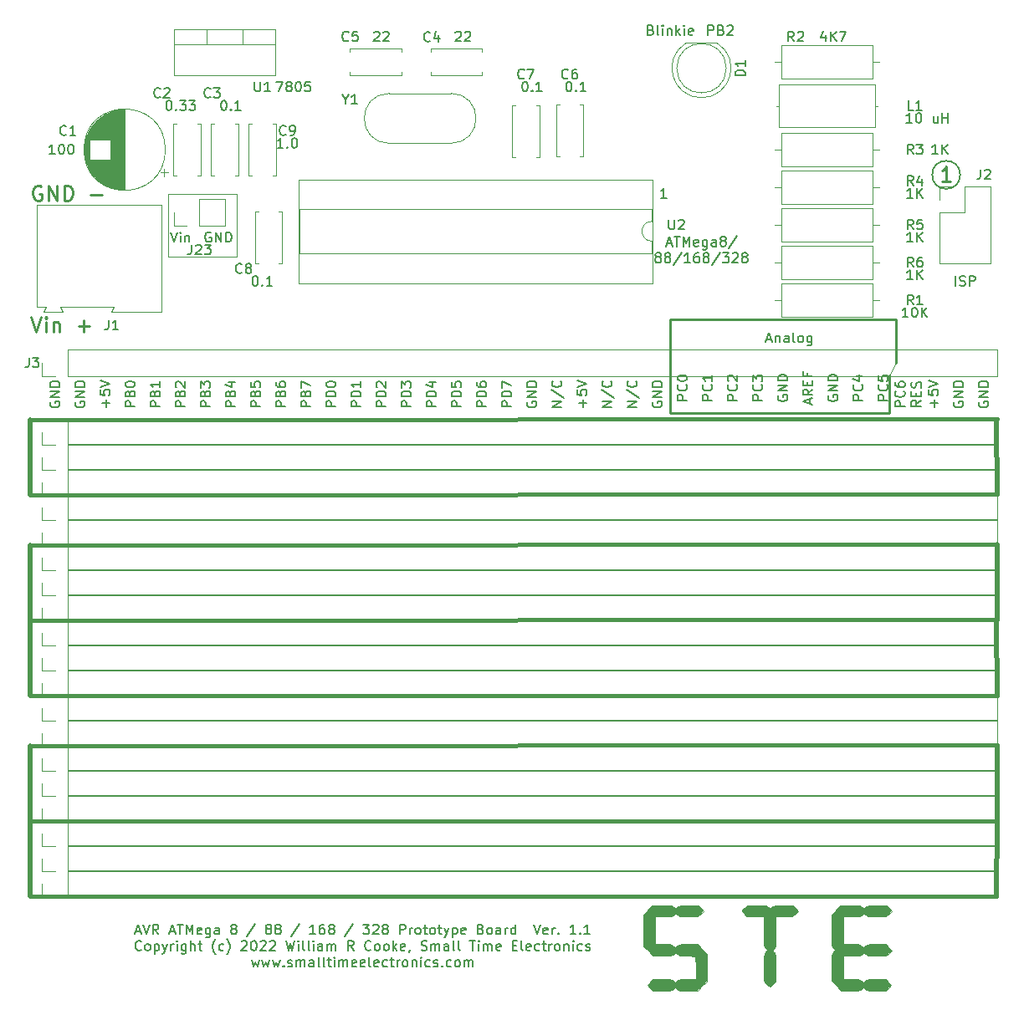
<source format=gbr>
%TF.GenerationSoftware,KiCad,Pcbnew,5.1.9+dfsg1-1*%
%TF.CreationDate,2022-08-07T17:24:21-05:00*%
%TF.ProjectId,aarghweeno_88,61617267-6877-4656-956e-6f5f38382e6b,rev?*%
%TF.SameCoordinates,Original*%
%TF.FileFunction,Legend,Top*%
%TF.FilePolarity,Positive*%
%FSLAX46Y46*%
G04 Gerber Fmt 4.6, Leading zero omitted, Abs format (unit mm)*
G04 Created by KiCad (PCBNEW 5.1.9+dfsg1-1) date 2022-08-07 17:24:21*
%MOMM*%
%LPD*%
G01*
G04 APERTURE LIST*
%ADD10C,0.120000*%
%ADD11C,0.203200*%
%ADD12C,0.150000*%
%ADD13C,0.508000*%
%ADD14C,0.381000*%
%ADD15C,0.254000*%
%ADD16C,0.228600*%
%ADD17C,0.010000*%
G04 APERTURE END LIST*
D10*
X102235000Y-70485000D02*
X102235000Y-64135000D01*
X109220000Y-70485000D02*
X102235000Y-70485000D01*
X109220000Y-64135000D02*
X109220000Y-70485000D01*
X102235000Y-64135000D02*
X109220000Y-64135000D01*
D11*
X182394903Y-62230000D02*
G75*
G03*
X182394903Y-62230000I-1419903J0D01*
G01*
D12*
X156876904Y-48077380D02*
X156876904Y-47077380D01*
X157257857Y-47077380D01*
X157353095Y-47125000D01*
X157400714Y-47172619D01*
X157448333Y-47267857D01*
X157448333Y-47410714D01*
X157400714Y-47505952D01*
X157353095Y-47553571D01*
X157257857Y-47601190D01*
X156876904Y-47601190D01*
X158210238Y-47553571D02*
X158353095Y-47601190D01*
X158400714Y-47648809D01*
X158448333Y-47744047D01*
X158448333Y-47886904D01*
X158400714Y-47982142D01*
X158353095Y-48029761D01*
X158257857Y-48077380D01*
X157876904Y-48077380D01*
X157876904Y-47077380D01*
X158210238Y-47077380D01*
X158305476Y-47125000D01*
X158353095Y-47172619D01*
X158400714Y-47267857D01*
X158400714Y-47363095D01*
X158353095Y-47458333D01*
X158305476Y-47505952D01*
X158210238Y-47553571D01*
X157876904Y-47553571D01*
X158829285Y-47172619D02*
X158876904Y-47125000D01*
X158972142Y-47077380D01*
X159210238Y-47077380D01*
X159305476Y-47125000D01*
X159353095Y-47172619D01*
X159400714Y-47267857D01*
X159400714Y-47363095D01*
X159353095Y-47505952D01*
X158781666Y-48077380D01*
X159400714Y-48077380D01*
X98920000Y-138851666D02*
X99396190Y-138851666D01*
X98824761Y-139137380D02*
X99158095Y-138137380D01*
X99491428Y-139137380D01*
X99681904Y-138137380D02*
X100015238Y-139137380D01*
X100348571Y-138137380D01*
X101253333Y-139137380D02*
X100920000Y-138661190D01*
X100681904Y-139137380D02*
X100681904Y-138137380D01*
X101062857Y-138137380D01*
X101158095Y-138185000D01*
X101205714Y-138232619D01*
X101253333Y-138327857D01*
X101253333Y-138470714D01*
X101205714Y-138565952D01*
X101158095Y-138613571D01*
X101062857Y-138661190D01*
X100681904Y-138661190D01*
X102396190Y-138851666D02*
X102872380Y-138851666D01*
X102300952Y-139137380D02*
X102634285Y-138137380D01*
X102967619Y-139137380D01*
X103158095Y-138137380D02*
X103729523Y-138137380D01*
X103443809Y-139137380D02*
X103443809Y-138137380D01*
X104062857Y-139137380D02*
X104062857Y-138137380D01*
X104396190Y-138851666D01*
X104729523Y-138137380D01*
X104729523Y-139137380D01*
X105586666Y-139089761D02*
X105491428Y-139137380D01*
X105300952Y-139137380D01*
X105205714Y-139089761D01*
X105158095Y-138994523D01*
X105158095Y-138613571D01*
X105205714Y-138518333D01*
X105300952Y-138470714D01*
X105491428Y-138470714D01*
X105586666Y-138518333D01*
X105634285Y-138613571D01*
X105634285Y-138708809D01*
X105158095Y-138804047D01*
X106491428Y-138470714D02*
X106491428Y-139280238D01*
X106443809Y-139375476D01*
X106396190Y-139423095D01*
X106300952Y-139470714D01*
X106158095Y-139470714D01*
X106062857Y-139423095D01*
X106491428Y-139089761D02*
X106396190Y-139137380D01*
X106205714Y-139137380D01*
X106110476Y-139089761D01*
X106062857Y-139042142D01*
X106015238Y-138946904D01*
X106015238Y-138661190D01*
X106062857Y-138565952D01*
X106110476Y-138518333D01*
X106205714Y-138470714D01*
X106396190Y-138470714D01*
X106491428Y-138518333D01*
X107396190Y-139137380D02*
X107396190Y-138613571D01*
X107348571Y-138518333D01*
X107253333Y-138470714D01*
X107062857Y-138470714D01*
X106967619Y-138518333D01*
X107396190Y-139089761D02*
X107300952Y-139137380D01*
X107062857Y-139137380D01*
X106967619Y-139089761D01*
X106920000Y-138994523D01*
X106920000Y-138899285D01*
X106967619Y-138804047D01*
X107062857Y-138756428D01*
X107300952Y-138756428D01*
X107396190Y-138708809D01*
X108777142Y-138565952D02*
X108681904Y-138518333D01*
X108634285Y-138470714D01*
X108586666Y-138375476D01*
X108586666Y-138327857D01*
X108634285Y-138232619D01*
X108681904Y-138185000D01*
X108777142Y-138137380D01*
X108967619Y-138137380D01*
X109062857Y-138185000D01*
X109110476Y-138232619D01*
X109158095Y-138327857D01*
X109158095Y-138375476D01*
X109110476Y-138470714D01*
X109062857Y-138518333D01*
X108967619Y-138565952D01*
X108777142Y-138565952D01*
X108681904Y-138613571D01*
X108634285Y-138661190D01*
X108586666Y-138756428D01*
X108586666Y-138946904D01*
X108634285Y-139042142D01*
X108681904Y-139089761D01*
X108777142Y-139137380D01*
X108967619Y-139137380D01*
X109062857Y-139089761D01*
X109110476Y-139042142D01*
X109158095Y-138946904D01*
X109158095Y-138756428D01*
X109110476Y-138661190D01*
X109062857Y-138613571D01*
X108967619Y-138565952D01*
X111062857Y-138089761D02*
X110205714Y-139375476D01*
X112300952Y-138565952D02*
X112205714Y-138518333D01*
X112158095Y-138470714D01*
X112110476Y-138375476D01*
X112110476Y-138327857D01*
X112158095Y-138232619D01*
X112205714Y-138185000D01*
X112300952Y-138137380D01*
X112491428Y-138137380D01*
X112586666Y-138185000D01*
X112634285Y-138232619D01*
X112681904Y-138327857D01*
X112681904Y-138375476D01*
X112634285Y-138470714D01*
X112586666Y-138518333D01*
X112491428Y-138565952D01*
X112300952Y-138565952D01*
X112205714Y-138613571D01*
X112158095Y-138661190D01*
X112110476Y-138756428D01*
X112110476Y-138946904D01*
X112158095Y-139042142D01*
X112205714Y-139089761D01*
X112300952Y-139137380D01*
X112491428Y-139137380D01*
X112586666Y-139089761D01*
X112634285Y-139042142D01*
X112681904Y-138946904D01*
X112681904Y-138756428D01*
X112634285Y-138661190D01*
X112586666Y-138613571D01*
X112491428Y-138565952D01*
X113253333Y-138565952D02*
X113158095Y-138518333D01*
X113110476Y-138470714D01*
X113062857Y-138375476D01*
X113062857Y-138327857D01*
X113110476Y-138232619D01*
X113158095Y-138185000D01*
X113253333Y-138137380D01*
X113443809Y-138137380D01*
X113539047Y-138185000D01*
X113586666Y-138232619D01*
X113634285Y-138327857D01*
X113634285Y-138375476D01*
X113586666Y-138470714D01*
X113539047Y-138518333D01*
X113443809Y-138565952D01*
X113253333Y-138565952D01*
X113158095Y-138613571D01*
X113110476Y-138661190D01*
X113062857Y-138756428D01*
X113062857Y-138946904D01*
X113110476Y-139042142D01*
X113158095Y-139089761D01*
X113253333Y-139137380D01*
X113443809Y-139137380D01*
X113539047Y-139089761D01*
X113586666Y-139042142D01*
X113634285Y-138946904D01*
X113634285Y-138756428D01*
X113586666Y-138661190D01*
X113539047Y-138613571D01*
X113443809Y-138565952D01*
X115539047Y-138089761D02*
X114681904Y-139375476D01*
X117158095Y-139137380D02*
X116586666Y-139137380D01*
X116872380Y-139137380D02*
X116872380Y-138137380D01*
X116777142Y-138280238D01*
X116681904Y-138375476D01*
X116586666Y-138423095D01*
X118015238Y-138137380D02*
X117824761Y-138137380D01*
X117729523Y-138185000D01*
X117681904Y-138232619D01*
X117586666Y-138375476D01*
X117539047Y-138565952D01*
X117539047Y-138946904D01*
X117586666Y-139042142D01*
X117634285Y-139089761D01*
X117729523Y-139137380D01*
X117920000Y-139137380D01*
X118015238Y-139089761D01*
X118062857Y-139042142D01*
X118110476Y-138946904D01*
X118110476Y-138708809D01*
X118062857Y-138613571D01*
X118015238Y-138565952D01*
X117920000Y-138518333D01*
X117729523Y-138518333D01*
X117634285Y-138565952D01*
X117586666Y-138613571D01*
X117539047Y-138708809D01*
X118681904Y-138565952D02*
X118586666Y-138518333D01*
X118539047Y-138470714D01*
X118491428Y-138375476D01*
X118491428Y-138327857D01*
X118539047Y-138232619D01*
X118586666Y-138185000D01*
X118681904Y-138137380D01*
X118872380Y-138137380D01*
X118967619Y-138185000D01*
X119015238Y-138232619D01*
X119062857Y-138327857D01*
X119062857Y-138375476D01*
X119015238Y-138470714D01*
X118967619Y-138518333D01*
X118872380Y-138565952D01*
X118681904Y-138565952D01*
X118586666Y-138613571D01*
X118539047Y-138661190D01*
X118491428Y-138756428D01*
X118491428Y-138946904D01*
X118539047Y-139042142D01*
X118586666Y-139089761D01*
X118681904Y-139137380D01*
X118872380Y-139137380D01*
X118967619Y-139089761D01*
X119015238Y-139042142D01*
X119062857Y-138946904D01*
X119062857Y-138756428D01*
X119015238Y-138661190D01*
X118967619Y-138613571D01*
X118872380Y-138565952D01*
X120967619Y-138089761D02*
X120110476Y-139375476D01*
X121967619Y-138137380D02*
X122586666Y-138137380D01*
X122253333Y-138518333D01*
X122396190Y-138518333D01*
X122491428Y-138565952D01*
X122539047Y-138613571D01*
X122586666Y-138708809D01*
X122586666Y-138946904D01*
X122539047Y-139042142D01*
X122491428Y-139089761D01*
X122396190Y-139137380D01*
X122110476Y-139137380D01*
X122015238Y-139089761D01*
X121967619Y-139042142D01*
X122967619Y-138232619D02*
X123015238Y-138185000D01*
X123110476Y-138137380D01*
X123348571Y-138137380D01*
X123443809Y-138185000D01*
X123491428Y-138232619D01*
X123539047Y-138327857D01*
X123539047Y-138423095D01*
X123491428Y-138565952D01*
X122920000Y-139137380D01*
X123539047Y-139137380D01*
X124110476Y-138565952D02*
X124015238Y-138518333D01*
X123967619Y-138470714D01*
X123920000Y-138375476D01*
X123920000Y-138327857D01*
X123967619Y-138232619D01*
X124015238Y-138185000D01*
X124110476Y-138137380D01*
X124300952Y-138137380D01*
X124396190Y-138185000D01*
X124443809Y-138232619D01*
X124491428Y-138327857D01*
X124491428Y-138375476D01*
X124443809Y-138470714D01*
X124396190Y-138518333D01*
X124300952Y-138565952D01*
X124110476Y-138565952D01*
X124015238Y-138613571D01*
X123967619Y-138661190D01*
X123920000Y-138756428D01*
X123920000Y-138946904D01*
X123967619Y-139042142D01*
X124015238Y-139089761D01*
X124110476Y-139137380D01*
X124300952Y-139137380D01*
X124396190Y-139089761D01*
X124443809Y-139042142D01*
X124491428Y-138946904D01*
X124491428Y-138756428D01*
X124443809Y-138661190D01*
X124396190Y-138613571D01*
X124300952Y-138565952D01*
X125681904Y-139137380D02*
X125681904Y-138137380D01*
X126062857Y-138137380D01*
X126158095Y-138185000D01*
X126205714Y-138232619D01*
X126253333Y-138327857D01*
X126253333Y-138470714D01*
X126205714Y-138565952D01*
X126158095Y-138613571D01*
X126062857Y-138661190D01*
X125681904Y-138661190D01*
X126681904Y-139137380D02*
X126681904Y-138470714D01*
X126681904Y-138661190D02*
X126729523Y-138565952D01*
X126777142Y-138518333D01*
X126872380Y-138470714D01*
X126967619Y-138470714D01*
X127443809Y-139137380D02*
X127348571Y-139089761D01*
X127300952Y-139042142D01*
X127253333Y-138946904D01*
X127253333Y-138661190D01*
X127300952Y-138565952D01*
X127348571Y-138518333D01*
X127443809Y-138470714D01*
X127586666Y-138470714D01*
X127681904Y-138518333D01*
X127729523Y-138565952D01*
X127777142Y-138661190D01*
X127777142Y-138946904D01*
X127729523Y-139042142D01*
X127681904Y-139089761D01*
X127586666Y-139137380D01*
X127443809Y-139137380D01*
X128062857Y-138470714D02*
X128443809Y-138470714D01*
X128205714Y-138137380D02*
X128205714Y-138994523D01*
X128253333Y-139089761D01*
X128348571Y-139137380D01*
X128443809Y-139137380D01*
X128920000Y-139137380D02*
X128824761Y-139089761D01*
X128777142Y-139042142D01*
X128729523Y-138946904D01*
X128729523Y-138661190D01*
X128777142Y-138565952D01*
X128824761Y-138518333D01*
X128920000Y-138470714D01*
X129062857Y-138470714D01*
X129158095Y-138518333D01*
X129205714Y-138565952D01*
X129253333Y-138661190D01*
X129253333Y-138946904D01*
X129205714Y-139042142D01*
X129158095Y-139089761D01*
X129062857Y-139137380D01*
X128920000Y-139137380D01*
X129539047Y-138470714D02*
X129920000Y-138470714D01*
X129681904Y-138137380D02*
X129681904Y-138994523D01*
X129729523Y-139089761D01*
X129824761Y-139137380D01*
X129920000Y-139137380D01*
X130158095Y-138470714D02*
X130396190Y-139137380D01*
X130634285Y-138470714D02*
X130396190Y-139137380D01*
X130300952Y-139375476D01*
X130253333Y-139423095D01*
X130158095Y-139470714D01*
X131015238Y-138470714D02*
X131015238Y-139470714D01*
X131015238Y-138518333D02*
X131110476Y-138470714D01*
X131300952Y-138470714D01*
X131396190Y-138518333D01*
X131443809Y-138565952D01*
X131491428Y-138661190D01*
X131491428Y-138946904D01*
X131443809Y-139042142D01*
X131396190Y-139089761D01*
X131300952Y-139137380D01*
X131110476Y-139137380D01*
X131015238Y-139089761D01*
X132300952Y-139089761D02*
X132205714Y-139137380D01*
X132015238Y-139137380D01*
X131920000Y-139089761D01*
X131872380Y-138994523D01*
X131872380Y-138613571D01*
X131920000Y-138518333D01*
X132015238Y-138470714D01*
X132205714Y-138470714D01*
X132300952Y-138518333D01*
X132348571Y-138613571D01*
X132348571Y-138708809D01*
X131872380Y-138804047D01*
X133872380Y-138613571D02*
X134015238Y-138661190D01*
X134062857Y-138708809D01*
X134110476Y-138804047D01*
X134110476Y-138946904D01*
X134062857Y-139042142D01*
X134015238Y-139089761D01*
X133920000Y-139137380D01*
X133539047Y-139137380D01*
X133539047Y-138137380D01*
X133872380Y-138137380D01*
X133967619Y-138185000D01*
X134015238Y-138232619D01*
X134062857Y-138327857D01*
X134062857Y-138423095D01*
X134015238Y-138518333D01*
X133967619Y-138565952D01*
X133872380Y-138613571D01*
X133539047Y-138613571D01*
X134681904Y-139137380D02*
X134586666Y-139089761D01*
X134539047Y-139042142D01*
X134491428Y-138946904D01*
X134491428Y-138661190D01*
X134539047Y-138565952D01*
X134586666Y-138518333D01*
X134681904Y-138470714D01*
X134824761Y-138470714D01*
X134920000Y-138518333D01*
X134967619Y-138565952D01*
X135015238Y-138661190D01*
X135015238Y-138946904D01*
X134967619Y-139042142D01*
X134920000Y-139089761D01*
X134824761Y-139137380D01*
X134681904Y-139137380D01*
X135872380Y-139137380D02*
X135872380Y-138613571D01*
X135824761Y-138518333D01*
X135729523Y-138470714D01*
X135539047Y-138470714D01*
X135443809Y-138518333D01*
X135872380Y-139089761D02*
X135777142Y-139137380D01*
X135539047Y-139137380D01*
X135443809Y-139089761D01*
X135396190Y-138994523D01*
X135396190Y-138899285D01*
X135443809Y-138804047D01*
X135539047Y-138756428D01*
X135777142Y-138756428D01*
X135872380Y-138708809D01*
X136348571Y-139137380D02*
X136348571Y-138470714D01*
X136348571Y-138661190D02*
X136396190Y-138565952D01*
X136443809Y-138518333D01*
X136539047Y-138470714D01*
X136634285Y-138470714D01*
X137396190Y-139137380D02*
X137396190Y-138137380D01*
X137396190Y-139089761D02*
X137300952Y-139137380D01*
X137110476Y-139137380D01*
X137015238Y-139089761D01*
X136967619Y-139042142D01*
X136920000Y-138946904D01*
X136920000Y-138661190D01*
X136967619Y-138565952D01*
X137015238Y-138518333D01*
X137110476Y-138470714D01*
X137300952Y-138470714D01*
X137396190Y-138518333D01*
X139253333Y-138137380D02*
X139586666Y-139137380D01*
X139920000Y-138137380D01*
X140634285Y-139089761D02*
X140539047Y-139137380D01*
X140348571Y-139137380D01*
X140253333Y-139089761D01*
X140205714Y-138994523D01*
X140205714Y-138613571D01*
X140253333Y-138518333D01*
X140348571Y-138470714D01*
X140539047Y-138470714D01*
X140634285Y-138518333D01*
X140681904Y-138613571D01*
X140681904Y-138708809D01*
X140205714Y-138804047D01*
X141110476Y-139137380D02*
X141110476Y-138470714D01*
X141110476Y-138661190D02*
X141158095Y-138565952D01*
X141205714Y-138518333D01*
X141300952Y-138470714D01*
X141396190Y-138470714D01*
X141729523Y-139042142D02*
X141777142Y-139089761D01*
X141729523Y-139137380D01*
X141681904Y-139089761D01*
X141729523Y-139042142D01*
X141729523Y-139137380D01*
X143491428Y-139137380D02*
X142920000Y-139137380D01*
X143205714Y-139137380D02*
X143205714Y-138137380D01*
X143110476Y-138280238D01*
X143015238Y-138375476D01*
X142920000Y-138423095D01*
X143920000Y-139042142D02*
X143967619Y-139089761D01*
X143920000Y-139137380D01*
X143872380Y-139089761D01*
X143920000Y-139042142D01*
X143920000Y-139137380D01*
X144920000Y-139137380D02*
X144348571Y-139137380D01*
X144634285Y-139137380D02*
X144634285Y-138137380D01*
X144539047Y-138280238D01*
X144443809Y-138375476D01*
X144348571Y-138423095D01*
X99515238Y-140692142D02*
X99467619Y-140739761D01*
X99324761Y-140787380D01*
X99229523Y-140787380D01*
X99086666Y-140739761D01*
X98991428Y-140644523D01*
X98943809Y-140549285D01*
X98896190Y-140358809D01*
X98896190Y-140215952D01*
X98943809Y-140025476D01*
X98991428Y-139930238D01*
X99086666Y-139835000D01*
X99229523Y-139787380D01*
X99324761Y-139787380D01*
X99467619Y-139835000D01*
X99515238Y-139882619D01*
X100086666Y-140787380D02*
X99991428Y-140739761D01*
X99943809Y-140692142D01*
X99896190Y-140596904D01*
X99896190Y-140311190D01*
X99943809Y-140215952D01*
X99991428Y-140168333D01*
X100086666Y-140120714D01*
X100229523Y-140120714D01*
X100324761Y-140168333D01*
X100372380Y-140215952D01*
X100420000Y-140311190D01*
X100420000Y-140596904D01*
X100372380Y-140692142D01*
X100324761Y-140739761D01*
X100229523Y-140787380D01*
X100086666Y-140787380D01*
X100848571Y-140120714D02*
X100848571Y-141120714D01*
X100848571Y-140168333D02*
X100943809Y-140120714D01*
X101134285Y-140120714D01*
X101229523Y-140168333D01*
X101277142Y-140215952D01*
X101324761Y-140311190D01*
X101324761Y-140596904D01*
X101277142Y-140692142D01*
X101229523Y-140739761D01*
X101134285Y-140787380D01*
X100943809Y-140787380D01*
X100848571Y-140739761D01*
X101658095Y-140120714D02*
X101896190Y-140787380D01*
X102134285Y-140120714D02*
X101896190Y-140787380D01*
X101800952Y-141025476D01*
X101753333Y-141073095D01*
X101658095Y-141120714D01*
X102515238Y-140787380D02*
X102515238Y-140120714D01*
X102515238Y-140311190D02*
X102562857Y-140215952D01*
X102610476Y-140168333D01*
X102705714Y-140120714D01*
X102800952Y-140120714D01*
X103134285Y-140787380D02*
X103134285Y-140120714D01*
X103134285Y-139787380D02*
X103086666Y-139835000D01*
X103134285Y-139882619D01*
X103181904Y-139835000D01*
X103134285Y-139787380D01*
X103134285Y-139882619D01*
X104039047Y-140120714D02*
X104039047Y-140930238D01*
X103991428Y-141025476D01*
X103943809Y-141073095D01*
X103848571Y-141120714D01*
X103705714Y-141120714D01*
X103610476Y-141073095D01*
X104039047Y-140739761D02*
X103943809Y-140787380D01*
X103753333Y-140787380D01*
X103658095Y-140739761D01*
X103610476Y-140692142D01*
X103562857Y-140596904D01*
X103562857Y-140311190D01*
X103610476Y-140215952D01*
X103658095Y-140168333D01*
X103753333Y-140120714D01*
X103943809Y-140120714D01*
X104039047Y-140168333D01*
X104515238Y-140787380D02*
X104515238Y-139787380D01*
X104943809Y-140787380D02*
X104943809Y-140263571D01*
X104896190Y-140168333D01*
X104800952Y-140120714D01*
X104658095Y-140120714D01*
X104562857Y-140168333D01*
X104515238Y-140215952D01*
X105277142Y-140120714D02*
X105658095Y-140120714D01*
X105420000Y-139787380D02*
X105420000Y-140644523D01*
X105467619Y-140739761D01*
X105562857Y-140787380D01*
X105658095Y-140787380D01*
X107039047Y-141168333D02*
X106991428Y-141120714D01*
X106896190Y-140977857D01*
X106848571Y-140882619D01*
X106800952Y-140739761D01*
X106753333Y-140501666D01*
X106753333Y-140311190D01*
X106800952Y-140073095D01*
X106848571Y-139930238D01*
X106896190Y-139835000D01*
X106991428Y-139692142D01*
X107039047Y-139644523D01*
X107848571Y-140739761D02*
X107753333Y-140787380D01*
X107562857Y-140787380D01*
X107467619Y-140739761D01*
X107420000Y-140692142D01*
X107372380Y-140596904D01*
X107372380Y-140311190D01*
X107420000Y-140215952D01*
X107467619Y-140168333D01*
X107562857Y-140120714D01*
X107753333Y-140120714D01*
X107848571Y-140168333D01*
X108181904Y-141168333D02*
X108229523Y-141120714D01*
X108324761Y-140977857D01*
X108372380Y-140882619D01*
X108420000Y-140739761D01*
X108467619Y-140501666D01*
X108467619Y-140311190D01*
X108420000Y-140073095D01*
X108372380Y-139930238D01*
X108324761Y-139835000D01*
X108229523Y-139692142D01*
X108181904Y-139644523D01*
X109658095Y-139882619D02*
X109705714Y-139835000D01*
X109800952Y-139787380D01*
X110039047Y-139787380D01*
X110134285Y-139835000D01*
X110181904Y-139882619D01*
X110229523Y-139977857D01*
X110229523Y-140073095D01*
X110181904Y-140215952D01*
X109610476Y-140787380D01*
X110229523Y-140787380D01*
X110848571Y-139787380D02*
X110943809Y-139787380D01*
X111039047Y-139835000D01*
X111086666Y-139882619D01*
X111134285Y-139977857D01*
X111181904Y-140168333D01*
X111181904Y-140406428D01*
X111134285Y-140596904D01*
X111086666Y-140692142D01*
X111039047Y-140739761D01*
X110943809Y-140787380D01*
X110848571Y-140787380D01*
X110753333Y-140739761D01*
X110705714Y-140692142D01*
X110658095Y-140596904D01*
X110610476Y-140406428D01*
X110610476Y-140168333D01*
X110658095Y-139977857D01*
X110705714Y-139882619D01*
X110753333Y-139835000D01*
X110848571Y-139787380D01*
X111562857Y-139882619D02*
X111610476Y-139835000D01*
X111705714Y-139787380D01*
X111943809Y-139787380D01*
X112039047Y-139835000D01*
X112086666Y-139882619D01*
X112134285Y-139977857D01*
X112134285Y-140073095D01*
X112086666Y-140215952D01*
X111515238Y-140787380D01*
X112134285Y-140787380D01*
X112515238Y-139882619D02*
X112562857Y-139835000D01*
X112658095Y-139787380D01*
X112896190Y-139787380D01*
X112991428Y-139835000D01*
X113039047Y-139882619D01*
X113086666Y-139977857D01*
X113086666Y-140073095D01*
X113039047Y-140215952D01*
X112467619Y-140787380D01*
X113086666Y-140787380D01*
X114181904Y-139787380D02*
X114420000Y-140787380D01*
X114610476Y-140073095D01*
X114800952Y-140787380D01*
X115039047Y-139787380D01*
X115420000Y-140787380D02*
X115420000Y-140120714D01*
X115420000Y-139787380D02*
X115372380Y-139835000D01*
X115420000Y-139882619D01*
X115467619Y-139835000D01*
X115420000Y-139787380D01*
X115420000Y-139882619D01*
X116039047Y-140787380D02*
X115943809Y-140739761D01*
X115896190Y-140644523D01*
X115896190Y-139787380D01*
X116562857Y-140787380D02*
X116467619Y-140739761D01*
X116420000Y-140644523D01*
X116420000Y-139787380D01*
X116943809Y-140787380D02*
X116943809Y-140120714D01*
X116943809Y-139787380D02*
X116896190Y-139835000D01*
X116943809Y-139882619D01*
X116991428Y-139835000D01*
X116943809Y-139787380D01*
X116943809Y-139882619D01*
X117848571Y-140787380D02*
X117848571Y-140263571D01*
X117800952Y-140168333D01*
X117705714Y-140120714D01*
X117515238Y-140120714D01*
X117420000Y-140168333D01*
X117848571Y-140739761D02*
X117753333Y-140787380D01*
X117515238Y-140787380D01*
X117420000Y-140739761D01*
X117372380Y-140644523D01*
X117372380Y-140549285D01*
X117420000Y-140454047D01*
X117515238Y-140406428D01*
X117753333Y-140406428D01*
X117848571Y-140358809D01*
X118324761Y-140787380D02*
X118324761Y-140120714D01*
X118324761Y-140215952D02*
X118372380Y-140168333D01*
X118467619Y-140120714D01*
X118610476Y-140120714D01*
X118705714Y-140168333D01*
X118753333Y-140263571D01*
X118753333Y-140787380D01*
X118753333Y-140263571D02*
X118800952Y-140168333D01*
X118896190Y-140120714D01*
X119039047Y-140120714D01*
X119134285Y-140168333D01*
X119181904Y-140263571D01*
X119181904Y-140787380D01*
X120991428Y-140787380D02*
X120658095Y-140311190D01*
X120420000Y-140787380D02*
X120420000Y-139787380D01*
X120800952Y-139787380D01*
X120896190Y-139835000D01*
X120943809Y-139882619D01*
X120991428Y-139977857D01*
X120991428Y-140120714D01*
X120943809Y-140215952D01*
X120896190Y-140263571D01*
X120800952Y-140311190D01*
X120420000Y-140311190D01*
X122753333Y-140692142D02*
X122705714Y-140739761D01*
X122562857Y-140787380D01*
X122467619Y-140787380D01*
X122324761Y-140739761D01*
X122229523Y-140644523D01*
X122181904Y-140549285D01*
X122134285Y-140358809D01*
X122134285Y-140215952D01*
X122181904Y-140025476D01*
X122229523Y-139930238D01*
X122324761Y-139835000D01*
X122467619Y-139787380D01*
X122562857Y-139787380D01*
X122705714Y-139835000D01*
X122753333Y-139882619D01*
X123324761Y-140787380D02*
X123229523Y-140739761D01*
X123181904Y-140692142D01*
X123134285Y-140596904D01*
X123134285Y-140311190D01*
X123181904Y-140215952D01*
X123229523Y-140168333D01*
X123324761Y-140120714D01*
X123467619Y-140120714D01*
X123562857Y-140168333D01*
X123610476Y-140215952D01*
X123658095Y-140311190D01*
X123658095Y-140596904D01*
X123610476Y-140692142D01*
X123562857Y-140739761D01*
X123467619Y-140787380D01*
X123324761Y-140787380D01*
X124229523Y-140787380D02*
X124134285Y-140739761D01*
X124086666Y-140692142D01*
X124039047Y-140596904D01*
X124039047Y-140311190D01*
X124086666Y-140215952D01*
X124134285Y-140168333D01*
X124229523Y-140120714D01*
X124372380Y-140120714D01*
X124467619Y-140168333D01*
X124515238Y-140215952D01*
X124562857Y-140311190D01*
X124562857Y-140596904D01*
X124515238Y-140692142D01*
X124467619Y-140739761D01*
X124372380Y-140787380D01*
X124229523Y-140787380D01*
X124991428Y-140787380D02*
X124991428Y-139787380D01*
X125086666Y-140406428D02*
X125372380Y-140787380D01*
X125372380Y-140120714D02*
X124991428Y-140501666D01*
X126181904Y-140739761D02*
X126086666Y-140787380D01*
X125896190Y-140787380D01*
X125800952Y-140739761D01*
X125753333Y-140644523D01*
X125753333Y-140263571D01*
X125800952Y-140168333D01*
X125896190Y-140120714D01*
X126086666Y-140120714D01*
X126181904Y-140168333D01*
X126229523Y-140263571D01*
X126229523Y-140358809D01*
X125753333Y-140454047D01*
X126705714Y-140739761D02*
X126705714Y-140787380D01*
X126658095Y-140882619D01*
X126610476Y-140930238D01*
X127848571Y-140739761D02*
X127991428Y-140787380D01*
X128229523Y-140787380D01*
X128324761Y-140739761D01*
X128372380Y-140692142D01*
X128420000Y-140596904D01*
X128420000Y-140501666D01*
X128372380Y-140406428D01*
X128324761Y-140358809D01*
X128229523Y-140311190D01*
X128039047Y-140263571D01*
X127943809Y-140215952D01*
X127896190Y-140168333D01*
X127848571Y-140073095D01*
X127848571Y-139977857D01*
X127896190Y-139882619D01*
X127943809Y-139835000D01*
X128039047Y-139787380D01*
X128277142Y-139787380D01*
X128420000Y-139835000D01*
X128848571Y-140787380D02*
X128848571Y-140120714D01*
X128848571Y-140215952D02*
X128896190Y-140168333D01*
X128991428Y-140120714D01*
X129134285Y-140120714D01*
X129229523Y-140168333D01*
X129277142Y-140263571D01*
X129277142Y-140787380D01*
X129277142Y-140263571D02*
X129324761Y-140168333D01*
X129420000Y-140120714D01*
X129562857Y-140120714D01*
X129658095Y-140168333D01*
X129705714Y-140263571D01*
X129705714Y-140787380D01*
X130610476Y-140787380D02*
X130610476Y-140263571D01*
X130562857Y-140168333D01*
X130467619Y-140120714D01*
X130277142Y-140120714D01*
X130181904Y-140168333D01*
X130610476Y-140739761D02*
X130515238Y-140787380D01*
X130277142Y-140787380D01*
X130181904Y-140739761D01*
X130134285Y-140644523D01*
X130134285Y-140549285D01*
X130181904Y-140454047D01*
X130277142Y-140406428D01*
X130515238Y-140406428D01*
X130610476Y-140358809D01*
X131229523Y-140787380D02*
X131134285Y-140739761D01*
X131086666Y-140644523D01*
X131086666Y-139787380D01*
X131753333Y-140787380D02*
X131658095Y-140739761D01*
X131610476Y-140644523D01*
X131610476Y-139787380D01*
X132753333Y-139787380D02*
X133324761Y-139787380D01*
X133039047Y-140787380D02*
X133039047Y-139787380D01*
X133658095Y-140787380D02*
X133658095Y-140120714D01*
X133658095Y-139787380D02*
X133610476Y-139835000D01*
X133658095Y-139882619D01*
X133705714Y-139835000D01*
X133658095Y-139787380D01*
X133658095Y-139882619D01*
X134134285Y-140787380D02*
X134134285Y-140120714D01*
X134134285Y-140215952D02*
X134181904Y-140168333D01*
X134277142Y-140120714D01*
X134420000Y-140120714D01*
X134515238Y-140168333D01*
X134562857Y-140263571D01*
X134562857Y-140787380D01*
X134562857Y-140263571D02*
X134610476Y-140168333D01*
X134705714Y-140120714D01*
X134848571Y-140120714D01*
X134943809Y-140168333D01*
X134991428Y-140263571D01*
X134991428Y-140787380D01*
X135848571Y-140739761D02*
X135753333Y-140787380D01*
X135562857Y-140787380D01*
X135467619Y-140739761D01*
X135420000Y-140644523D01*
X135420000Y-140263571D01*
X135467619Y-140168333D01*
X135562857Y-140120714D01*
X135753333Y-140120714D01*
X135848571Y-140168333D01*
X135896190Y-140263571D01*
X135896190Y-140358809D01*
X135420000Y-140454047D01*
X137086666Y-140263571D02*
X137420000Y-140263571D01*
X137562857Y-140787380D02*
X137086666Y-140787380D01*
X137086666Y-139787380D01*
X137562857Y-139787380D01*
X138134285Y-140787380D02*
X138039047Y-140739761D01*
X137991428Y-140644523D01*
X137991428Y-139787380D01*
X138896190Y-140739761D02*
X138800952Y-140787380D01*
X138610476Y-140787380D01*
X138515238Y-140739761D01*
X138467619Y-140644523D01*
X138467619Y-140263571D01*
X138515238Y-140168333D01*
X138610476Y-140120714D01*
X138800952Y-140120714D01*
X138896190Y-140168333D01*
X138943809Y-140263571D01*
X138943809Y-140358809D01*
X138467619Y-140454047D01*
X139800952Y-140739761D02*
X139705714Y-140787380D01*
X139515238Y-140787380D01*
X139420000Y-140739761D01*
X139372380Y-140692142D01*
X139324761Y-140596904D01*
X139324761Y-140311190D01*
X139372380Y-140215952D01*
X139420000Y-140168333D01*
X139515238Y-140120714D01*
X139705714Y-140120714D01*
X139800952Y-140168333D01*
X140086666Y-140120714D02*
X140467619Y-140120714D01*
X140229523Y-139787380D02*
X140229523Y-140644523D01*
X140277142Y-140739761D01*
X140372380Y-140787380D01*
X140467619Y-140787380D01*
X140800952Y-140787380D02*
X140800952Y-140120714D01*
X140800952Y-140311190D02*
X140848571Y-140215952D01*
X140896190Y-140168333D01*
X140991428Y-140120714D01*
X141086666Y-140120714D01*
X141562857Y-140787380D02*
X141467619Y-140739761D01*
X141420000Y-140692142D01*
X141372380Y-140596904D01*
X141372380Y-140311190D01*
X141420000Y-140215952D01*
X141467619Y-140168333D01*
X141562857Y-140120714D01*
X141705714Y-140120714D01*
X141800952Y-140168333D01*
X141848571Y-140215952D01*
X141896190Y-140311190D01*
X141896190Y-140596904D01*
X141848571Y-140692142D01*
X141800952Y-140739761D01*
X141705714Y-140787380D01*
X141562857Y-140787380D01*
X142324761Y-140120714D02*
X142324761Y-140787380D01*
X142324761Y-140215952D02*
X142372380Y-140168333D01*
X142467619Y-140120714D01*
X142610476Y-140120714D01*
X142705714Y-140168333D01*
X142753333Y-140263571D01*
X142753333Y-140787380D01*
X143229523Y-140787380D02*
X143229523Y-140120714D01*
X143229523Y-139787380D02*
X143181904Y-139835000D01*
X143229523Y-139882619D01*
X143277142Y-139835000D01*
X143229523Y-139787380D01*
X143229523Y-139882619D01*
X144134285Y-140739761D02*
X144039047Y-140787380D01*
X143848571Y-140787380D01*
X143753333Y-140739761D01*
X143705714Y-140692142D01*
X143658095Y-140596904D01*
X143658095Y-140311190D01*
X143705714Y-140215952D01*
X143753333Y-140168333D01*
X143848571Y-140120714D01*
X144039047Y-140120714D01*
X144134285Y-140168333D01*
X144515238Y-140739761D02*
X144610476Y-140787380D01*
X144800952Y-140787380D01*
X144896190Y-140739761D01*
X144943809Y-140644523D01*
X144943809Y-140596904D01*
X144896190Y-140501666D01*
X144800952Y-140454047D01*
X144658095Y-140454047D01*
X144562857Y-140406428D01*
X144515238Y-140311190D01*
X144515238Y-140263571D01*
X144562857Y-140168333D01*
X144658095Y-140120714D01*
X144800952Y-140120714D01*
X144896190Y-140168333D01*
X110681904Y-141770714D02*
X110872380Y-142437380D01*
X111062857Y-141961190D01*
X111253333Y-142437380D01*
X111443809Y-141770714D01*
X111729523Y-141770714D02*
X111920000Y-142437380D01*
X112110476Y-141961190D01*
X112300952Y-142437380D01*
X112491428Y-141770714D01*
X112777142Y-141770714D02*
X112967619Y-142437380D01*
X113158095Y-141961190D01*
X113348571Y-142437380D01*
X113539047Y-141770714D01*
X113920000Y-142342142D02*
X113967619Y-142389761D01*
X113920000Y-142437380D01*
X113872380Y-142389761D01*
X113920000Y-142342142D01*
X113920000Y-142437380D01*
X114348571Y-142389761D02*
X114443809Y-142437380D01*
X114634285Y-142437380D01*
X114729523Y-142389761D01*
X114777142Y-142294523D01*
X114777142Y-142246904D01*
X114729523Y-142151666D01*
X114634285Y-142104047D01*
X114491428Y-142104047D01*
X114396190Y-142056428D01*
X114348571Y-141961190D01*
X114348571Y-141913571D01*
X114396190Y-141818333D01*
X114491428Y-141770714D01*
X114634285Y-141770714D01*
X114729523Y-141818333D01*
X115205714Y-142437380D02*
X115205714Y-141770714D01*
X115205714Y-141865952D02*
X115253333Y-141818333D01*
X115348571Y-141770714D01*
X115491428Y-141770714D01*
X115586666Y-141818333D01*
X115634285Y-141913571D01*
X115634285Y-142437380D01*
X115634285Y-141913571D02*
X115681904Y-141818333D01*
X115777142Y-141770714D01*
X115920000Y-141770714D01*
X116015238Y-141818333D01*
X116062857Y-141913571D01*
X116062857Y-142437380D01*
X116967619Y-142437380D02*
X116967619Y-141913571D01*
X116920000Y-141818333D01*
X116824761Y-141770714D01*
X116634285Y-141770714D01*
X116539047Y-141818333D01*
X116967619Y-142389761D02*
X116872380Y-142437380D01*
X116634285Y-142437380D01*
X116539047Y-142389761D01*
X116491428Y-142294523D01*
X116491428Y-142199285D01*
X116539047Y-142104047D01*
X116634285Y-142056428D01*
X116872380Y-142056428D01*
X116967619Y-142008809D01*
X117586666Y-142437380D02*
X117491428Y-142389761D01*
X117443809Y-142294523D01*
X117443809Y-141437380D01*
X118110476Y-142437380D02*
X118015238Y-142389761D01*
X117967619Y-142294523D01*
X117967619Y-141437380D01*
X118348571Y-141770714D02*
X118729523Y-141770714D01*
X118491428Y-141437380D02*
X118491428Y-142294523D01*
X118539047Y-142389761D01*
X118634285Y-142437380D01*
X118729523Y-142437380D01*
X119062857Y-142437380D02*
X119062857Y-141770714D01*
X119062857Y-141437380D02*
X119015238Y-141485000D01*
X119062857Y-141532619D01*
X119110476Y-141485000D01*
X119062857Y-141437380D01*
X119062857Y-141532619D01*
X119539047Y-142437380D02*
X119539047Y-141770714D01*
X119539047Y-141865952D02*
X119586666Y-141818333D01*
X119681904Y-141770714D01*
X119824761Y-141770714D01*
X119920000Y-141818333D01*
X119967619Y-141913571D01*
X119967619Y-142437380D01*
X119967619Y-141913571D02*
X120015238Y-141818333D01*
X120110476Y-141770714D01*
X120253333Y-141770714D01*
X120348571Y-141818333D01*
X120396190Y-141913571D01*
X120396190Y-142437380D01*
X121253333Y-142389761D02*
X121158095Y-142437380D01*
X120967619Y-142437380D01*
X120872380Y-142389761D01*
X120824761Y-142294523D01*
X120824761Y-141913571D01*
X120872380Y-141818333D01*
X120967619Y-141770714D01*
X121158095Y-141770714D01*
X121253333Y-141818333D01*
X121300952Y-141913571D01*
X121300952Y-142008809D01*
X120824761Y-142104047D01*
X122110476Y-142389761D02*
X122015238Y-142437380D01*
X121824761Y-142437380D01*
X121729523Y-142389761D01*
X121681904Y-142294523D01*
X121681904Y-141913571D01*
X121729523Y-141818333D01*
X121824761Y-141770714D01*
X122015238Y-141770714D01*
X122110476Y-141818333D01*
X122158095Y-141913571D01*
X122158095Y-142008809D01*
X121681904Y-142104047D01*
X122729523Y-142437380D02*
X122634285Y-142389761D01*
X122586666Y-142294523D01*
X122586666Y-141437380D01*
X123491428Y-142389761D02*
X123396190Y-142437380D01*
X123205714Y-142437380D01*
X123110476Y-142389761D01*
X123062857Y-142294523D01*
X123062857Y-141913571D01*
X123110476Y-141818333D01*
X123205714Y-141770714D01*
X123396190Y-141770714D01*
X123491428Y-141818333D01*
X123539047Y-141913571D01*
X123539047Y-142008809D01*
X123062857Y-142104047D01*
X124396190Y-142389761D02*
X124300952Y-142437380D01*
X124110476Y-142437380D01*
X124015238Y-142389761D01*
X123967619Y-142342142D01*
X123920000Y-142246904D01*
X123920000Y-141961190D01*
X123967619Y-141865952D01*
X124015238Y-141818333D01*
X124110476Y-141770714D01*
X124300952Y-141770714D01*
X124396190Y-141818333D01*
X124681904Y-141770714D02*
X125062857Y-141770714D01*
X124824761Y-141437380D02*
X124824761Y-142294523D01*
X124872380Y-142389761D01*
X124967619Y-142437380D01*
X125062857Y-142437380D01*
X125396190Y-142437380D02*
X125396190Y-141770714D01*
X125396190Y-141961190D02*
X125443809Y-141865952D01*
X125491428Y-141818333D01*
X125586666Y-141770714D01*
X125681904Y-141770714D01*
X126158095Y-142437380D02*
X126062857Y-142389761D01*
X126015238Y-142342142D01*
X125967619Y-142246904D01*
X125967619Y-141961190D01*
X126015238Y-141865952D01*
X126062857Y-141818333D01*
X126158095Y-141770714D01*
X126300952Y-141770714D01*
X126396190Y-141818333D01*
X126443809Y-141865952D01*
X126491428Y-141961190D01*
X126491428Y-142246904D01*
X126443809Y-142342142D01*
X126396190Y-142389761D01*
X126300952Y-142437380D01*
X126158095Y-142437380D01*
X126920000Y-141770714D02*
X126920000Y-142437380D01*
X126920000Y-141865952D02*
X126967619Y-141818333D01*
X127062857Y-141770714D01*
X127205714Y-141770714D01*
X127300952Y-141818333D01*
X127348571Y-141913571D01*
X127348571Y-142437380D01*
X127824761Y-142437380D02*
X127824761Y-141770714D01*
X127824761Y-141437380D02*
X127777142Y-141485000D01*
X127824761Y-141532619D01*
X127872380Y-141485000D01*
X127824761Y-141437380D01*
X127824761Y-141532619D01*
X128729523Y-142389761D02*
X128634285Y-142437380D01*
X128443809Y-142437380D01*
X128348571Y-142389761D01*
X128300952Y-142342142D01*
X128253333Y-142246904D01*
X128253333Y-141961190D01*
X128300952Y-141865952D01*
X128348571Y-141818333D01*
X128443809Y-141770714D01*
X128634285Y-141770714D01*
X128729523Y-141818333D01*
X129110476Y-142389761D02*
X129205714Y-142437380D01*
X129396190Y-142437380D01*
X129491428Y-142389761D01*
X129539047Y-142294523D01*
X129539047Y-142246904D01*
X129491428Y-142151666D01*
X129396190Y-142104047D01*
X129253333Y-142104047D01*
X129158095Y-142056428D01*
X129110476Y-141961190D01*
X129110476Y-141913571D01*
X129158095Y-141818333D01*
X129253333Y-141770714D01*
X129396190Y-141770714D01*
X129491428Y-141818333D01*
X129967619Y-142342142D02*
X130015238Y-142389761D01*
X129967619Y-142437380D01*
X129920000Y-142389761D01*
X129967619Y-142342142D01*
X129967619Y-142437380D01*
X130872380Y-142389761D02*
X130777142Y-142437380D01*
X130586666Y-142437380D01*
X130491428Y-142389761D01*
X130443809Y-142342142D01*
X130396190Y-142246904D01*
X130396190Y-141961190D01*
X130443809Y-141865952D01*
X130491428Y-141818333D01*
X130586666Y-141770714D01*
X130777142Y-141770714D01*
X130872380Y-141818333D01*
X131443809Y-142437380D02*
X131348571Y-142389761D01*
X131300952Y-142342142D01*
X131253333Y-142246904D01*
X131253333Y-141961190D01*
X131300952Y-141865952D01*
X131348571Y-141818333D01*
X131443809Y-141770714D01*
X131586666Y-141770714D01*
X131681904Y-141818333D01*
X131729523Y-141865952D01*
X131777142Y-141961190D01*
X131777142Y-142246904D01*
X131729523Y-142342142D01*
X131681904Y-142389761D01*
X131586666Y-142437380D01*
X131443809Y-142437380D01*
X132205714Y-142437380D02*
X132205714Y-141770714D01*
X132205714Y-141865952D02*
X132253333Y-141818333D01*
X132348571Y-141770714D01*
X132491428Y-141770714D01*
X132586666Y-141818333D01*
X132634285Y-141913571D01*
X132634285Y-142437380D01*
X132634285Y-141913571D02*
X132681904Y-141818333D01*
X132777142Y-141770714D01*
X132920000Y-141770714D01*
X133015238Y-141818333D01*
X133062857Y-141913571D01*
X133062857Y-142437380D01*
D13*
X186125000Y-127695000D02*
X186055000Y-135255000D01*
X88265000Y-135255000D02*
X88265000Y-127635000D01*
D14*
X186055000Y-135255000D02*
X88265000Y-135255000D01*
D10*
X186125000Y-127695000D02*
X186055000Y-135255000D01*
D14*
X88265000Y-120015000D02*
X186115000Y-119955000D01*
D13*
X88265000Y-127635000D02*
X88265000Y-120015000D01*
D14*
X186125000Y-127695000D02*
X88265000Y-127635000D01*
D13*
X186115000Y-120075000D02*
X186125000Y-127695000D01*
X186115000Y-114995000D02*
X186055000Y-107315000D01*
D14*
X88265000Y-114935000D02*
X186115000Y-114995000D01*
D13*
X88265000Y-107315000D02*
X88265000Y-114935000D01*
D14*
X186115000Y-107255000D02*
X88265000Y-107315000D01*
D13*
X186115000Y-99635000D02*
X186115000Y-107255000D01*
D14*
X88265000Y-99695000D02*
X186115000Y-99635000D01*
D13*
X88265000Y-107315000D02*
X88265000Y-99695000D01*
X88265000Y-94615000D02*
X88265000Y-86995000D01*
D14*
X186115000Y-94555000D02*
X88265000Y-94615000D01*
D13*
X186055000Y-86995000D02*
X186115000Y-94555000D01*
D10*
X186115000Y-86935000D02*
X186055000Y-94615000D01*
D14*
X88265000Y-86995000D02*
X186115000Y-86935000D01*
D10*
X88265000Y-94615000D02*
X89535000Y-94615000D01*
X88265000Y-86995000D02*
X88265000Y-94615000D01*
X89535000Y-86995000D02*
X88265000Y-86995000D01*
X186115000Y-86935000D02*
X186055000Y-94615000D01*
X186055000Y-88265000D02*
X186055000Y-93345000D01*
D12*
X181903809Y-73477380D02*
X181903809Y-72477380D01*
X182332380Y-73429761D02*
X182475238Y-73477380D01*
X182713333Y-73477380D01*
X182808571Y-73429761D01*
X182856190Y-73382142D01*
X182903809Y-73286904D01*
X182903809Y-73191666D01*
X182856190Y-73096428D01*
X182808571Y-73048809D01*
X182713333Y-73001190D01*
X182522857Y-72953571D01*
X182427619Y-72905952D01*
X182380000Y-72858333D01*
X182332380Y-72763095D01*
X182332380Y-72667857D01*
X182380000Y-72572619D01*
X182427619Y-72525000D01*
X182522857Y-72477380D01*
X182760952Y-72477380D01*
X182903809Y-72525000D01*
X183332380Y-73477380D02*
X183332380Y-72477380D01*
X183713333Y-72477380D01*
X183808571Y-72525000D01*
X183856190Y-72572619D01*
X183903809Y-72667857D01*
X183903809Y-72810714D01*
X183856190Y-72905952D01*
X183808571Y-72953571D01*
X183713333Y-73001190D01*
X183332380Y-73001190D01*
X162790476Y-78906666D02*
X163266666Y-78906666D01*
X162695238Y-79192380D02*
X163028571Y-78192380D01*
X163361904Y-79192380D01*
X163695238Y-78525714D02*
X163695238Y-79192380D01*
X163695238Y-78620952D02*
X163742857Y-78573333D01*
X163838095Y-78525714D01*
X163980952Y-78525714D01*
X164076190Y-78573333D01*
X164123809Y-78668571D01*
X164123809Y-79192380D01*
X165028571Y-79192380D02*
X165028571Y-78668571D01*
X164980952Y-78573333D01*
X164885714Y-78525714D01*
X164695238Y-78525714D01*
X164600000Y-78573333D01*
X165028571Y-79144761D02*
X164933333Y-79192380D01*
X164695238Y-79192380D01*
X164600000Y-79144761D01*
X164552380Y-79049523D01*
X164552380Y-78954285D01*
X164600000Y-78859047D01*
X164695238Y-78811428D01*
X164933333Y-78811428D01*
X165028571Y-78763809D01*
X165647619Y-79192380D02*
X165552380Y-79144761D01*
X165504761Y-79049523D01*
X165504761Y-78192380D01*
X166171428Y-79192380D02*
X166076190Y-79144761D01*
X166028571Y-79097142D01*
X165980952Y-79001904D01*
X165980952Y-78716190D01*
X166028571Y-78620952D01*
X166076190Y-78573333D01*
X166171428Y-78525714D01*
X166314285Y-78525714D01*
X166409523Y-78573333D01*
X166457142Y-78620952D01*
X166504761Y-78716190D01*
X166504761Y-79001904D01*
X166457142Y-79097142D01*
X166409523Y-79144761D01*
X166314285Y-79192380D01*
X166171428Y-79192380D01*
X167361904Y-78525714D02*
X167361904Y-79335238D01*
X167314285Y-79430476D01*
X167266666Y-79478095D01*
X167171428Y-79525714D01*
X167028571Y-79525714D01*
X166933333Y-79478095D01*
X167361904Y-79144761D02*
X167266666Y-79192380D01*
X167076190Y-79192380D01*
X166980952Y-79144761D01*
X166933333Y-79097142D01*
X166885714Y-79001904D01*
X166885714Y-78716190D01*
X166933333Y-78620952D01*
X166980952Y-78573333D01*
X167076190Y-78525714D01*
X167266666Y-78525714D01*
X167361904Y-78573333D01*
D10*
X175895000Y-81280000D02*
X175260000Y-82550000D01*
D15*
X175895000Y-76835000D02*
X175895000Y-81280000D01*
X153035000Y-76835000D02*
X175895000Y-76835000D01*
X153035000Y-82550000D02*
X153035000Y-76835000D01*
X162560000Y-86360000D02*
X153035000Y-86360000D01*
X175260000Y-86360000D02*
X175260000Y-82550000D01*
X162560000Y-86360000D02*
X175260000Y-86360000D01*
X153035000Y-82550000D02*
X153035000Y-86360000D01*
D12*
X176792380Y-85693095D02*
X175792380Y-85693095D01*
X175792380Y-85312142D01*
X175840000Y-85216904D01*
X175887619Y-85169285D01*
X175982857Y-85121666D01*
X176125714Y-85121666D01*
X176220952Y-85169285D01*
X176268571Y-85216904D01*
X176316190Y-85312142D01*
X176316190Y-85693095D01*
X176697142Y-84121666D02*
X176744761Y-84169285D01*
X176792380Y-84312142D01*
X176792380Y-84407380D01*
X176744761Y-84550238D01*
X176649523Y-84645476D01*
X176554285Y-84693095D01*
X176363809Y-84740714D01*
X176220952Y-84740714D01*
X176030476Y-84693095D01*
X175935238Y-84645476D01*
X175840000Y-84550238D01*
X175792380Y-84407380D01*
X175792380Y-84312142D01*
X175840000Y-84169285D01*
X175887619Y-84121666D01*
X175792380Y-83264523D02*
X175792380Y-83455000D01*
X175840000Y-83550238D01*
X175887619Y-83597857D01*
X176030476Y-83693095D01*
X176220952Y-83740714D01*
X176601904Y-83740714D01*
X176697142Y-83693095D01*
X176744761Y-83645476D01*
X176792380Y-83550238D01*
X176792380Y-83359761D01*
X176744761Y-83264523D01*
X176697142Y-83216904D01*
X176601904Y-83169285D01*
X176363809Y-83169285D01*
X176268571Y-83216904D01*
X176220952Y-83264523D01*
X176173333Y-83359761D01*
X176173333Y-83550238D01*
X176220952Y-83645476D01*
X176268571Y-83693095D01*
X176363809Y-83740714D01*
X178442380Y-85074047D02*
X177966190Y-85407380D01*
X178442380Y-85645476D02*
X177442380Y-85645476D01*
X177442380Y-85264523D01*
X177490000Y-85169285D01*
X177537619Y-85121666D01*
X177632857Y-85074047D01*
X177775714Y-85074047D01*
X177870952Y-85121666D01*
X177918571Y-85169285D01*
X177966190Y-85264523D01*
X177966190Y-85645476D01*
X177918571Y-84645476D02*
X177918571Y-84312142D01*
X178442380Y-84169285D02*
X178442380Y-84645476D01*
X177442380Y-84645476D01*
X177442380Y-84169285D01*
X178394761Y-83788333D02*
X178442380Y-83645476D01*
X178442380Y-83407380D01*
X178394761Y-83312142D01*
X178347142Y-83264523D01*
X178251904Y-83216904D01*
X178156666Y-83216904D01*
X178061428Y-83264523D01*
X178013809Y-83312142D01*
X177966190Y-83407380D01*
X177918571Y-83597857D01*
X177870952Y-83693095D01*
X177823333Y-83740714D01*
X177728095Y-83788333D01*
X177632857Y-83788333D01*
X177537619Y-83740714D01*
X177490000Y-83693095D01*
X177442380Y-83597857D01*
X177442380Y-83359761D01*
X177490000Y-83216904D01*
X169045000Y-84581904D02*
X168997380Y-84677142D01*
X168997380Y-84820000D01*
X169045000Y-84962857D01*
X169140238Y-85058095D01*
X169235476Y-85105714D01*
X169425952Y-85153333D01*
X169568809Y-85153333D01*
X169759285Y-85105714D01*
X169854523Y-85058095D01*
X169949761Y-84962857D01*
X169997380Y-84820000D01*
X169997380Y-84724761D01*
X169949761Y-84581904D01*
X169902142Y-84534285D01*
X169568809Y-84534285D01*
X169568809Y-84724761D01*
X169997380Y-84105714D02*
X168997380Y-84105714D01*
X169997380Y-83534285D01*
X168997380Y-83534285D01*
X169997380Y-83058095D02*
X168997380Y-83058095D01*
X168997380Y-82820000D01*
X169045000Y-82677142D01*
X169140238Y-82581904D01*
X169235476Y-82534285D01*
X169425952Y-82486666D01*
X169568809Y-82486666D01*
X169759285Y-82534285D01*
X169854523Y-82581904D01*
X169949761Y-82677142D01*
X169997380Y-82820000D01*
X169997380Y-83058095D01*
X167171666Y-85439047D02*
X167171666Y-84962857D01*
X167457380Y-85534285D02*
X166457380Y-85200952D01*
X167457380Y-84867619D01*
X167457380Y-83962857D02*
X166981190Y-84296190D01*
X167457380Y-84534285D02*
X166457380Y-84534285D01*
X166457380Y-84153333D01*
X166505000Y-84058095D01*
X166552619Y-84010476D01*
X166647857Y-83962857D01*
X166790714Y-83962857D01*
X166885952Y-84010476D01*
X166933571Y-84058095D01*
X166981190Y-84153333D01*
X166981190Y-84534285D01*
X166933571Y-83534285D02*
X166933571Y-83200952D01*
X167457380Y-83058095D02*
X167457380Y-83534285D01*
X166457380Y-83534285D01*
X166457380Y-83058095D01*
X166933571Y-82296190D02*
X166933571Y-82629523D01*
X167457380Y-82629523D02*
X166457380Y-82629523D01*
X166457380Y-82153333D01*
X175077380Y-85058095D02*
X174077380Y-85058095D01*
X174077380Y-84677142D01*
X174125000Y-84581904D01*
X174172619Y-84534285D01*
X174267857Y-84486666D01*
X174410714Y-84486666D01*
X174505952Y-84534285D01*
X174553571Y-84581904D01*
X174601190Y-84677142D01*
X174601190Y-85058095D01*
X174982142Y-83486666D02*
X175029761Y-83534285D01*
X175077380Y-83677142D01*
X175077380Y-83772380D01*
X175029761Y-83915238D01*
X174934523Y-84010476D01*
X174839285Y-84058095D01*
X174648809Y-84105714D01*
X174505952Y-84105714D01*
X174315476Y-84058095D01*
X174220238Y-84010476D01*
X174125000Y-83915238D01*
X174077380Y-83772380D01*
X174077380Y-83677142D01*
X174125000Y-83534285D01*
X174172619Y-83486666D01*
X174077380Y-82581904D02*
X174077380Y-83058095D01*
X174553571Y-83105714D01*
X174505952Y-83058095D01*
X174458333Y-82962857D01*
X174458333Y-82724761D01*
X174505952Y-82629523D01*
X174553571Y-82581904D01*
X174648809Y-82534285D01*
X174886904Y-82534285D01*
X174982142Y-82581904D01*
X175029761Y-82629523D01*
X175077380Y-82724761D01*
X175077380Y-82962857D01*
X175029761Y-83058095D01*
X174982142Y-83105714D01*
X172537380Y-85058095D02*
X171537380Y-85058095D01*
X171537380Y-84677142D01*
X171585000Y-84581904D01*
X171632619Y-84534285D01*
X171727857Y-84486666D01*
X171870714Y-84486666D01*
X171965952Y-84534285D01*
X172013571Y-84581904D01*
X172061190Y-84677142D01*
X172061190Y-85058095D01*
X172442142Y-83486666D02*
X172489761Y-83534285D01*
X172537380Y-83677142D01*
X172537380Y-83772380D01*
X172489761Y-83915238D01*
X172394523Y-84010476D01*
X172299285Y-84058095D01*
X172108809Y-84105714D01*
X171965952Y-84105714D01*
X171775476Y-84058095D01*
X171680238Y-84010476D01*
X171585000Y-83915238D01*
X171537380Y-83772380D01*
X171537380Y-83677142D01*
X171585000Y-83534285D01*
X171632619Y-83486666D01*
X171870714Y-82629523D02*
X172537380Y-82629523D01*
X171489761Y-82867619D02*
X172204047Y-83105714D01*
X172204047Y-82486666D01*
X162377380Y-85058095D02*
X161377380Y-85058095D01*
X161377380Y-84677142D01*
X161425000Y-84581904D01*
X161472619Y-84534285D01*
X161567857Y-84486666D01*
X161710714Y-84486666D01*
X161805952Y-84534285D01*
X161853571Y-84581904D01*
X161901190Y-84677142D01*
X161901190Y-85058095D01*
X162282142Y-83486666D02*
X162329761Y-83534285D01*
X162377380Y-83677142D01*
X162377380Y-83772380D01*
X162329761Y-83915238D01*
X162234523Y-84010476D01*
X162139285Y-84058095D01*
X161948809Y-84105714D01*
X161805952Y-84105714D01*
X161615476Y-84058095D01*
X161520238Y-84010476D01*
X161425000Y-83915238D01*
X161377380Y-83772380D01*
X161377380Y-83677142D01*
X161425000Y-83534285D01*
X161472619Y-83486666D01*
X161377380Y-83153333D02*
X161377380Y-82534285D01*
X161758333Y-82867619D01*
X161758333Y-82724761D01*
X161805952Y-82629523D01*
X161853571Y-82581904D01*
X161948809Y-82534285D01*
X162186904Y-82534285D01*
X162282142Y-82581904D01*
X162329761Y-82629523D01*
X162377380Y-82724761D01*
X162377380Y-83010476D01*
X162329761Y-83105714D01*
X162282142Y-83153333D01*
X159837380Y-85058095D02*
X158837380Y-85058095D01*
X158837380Y-84677142D01*
X158885000Y-84581904D01*
X158932619Y-84534285D01*
X159027857Y-84486666D01*
X159170714Y-84486666D01*
X159265952Y-84534285D01*
X159313571Y-84581904D01*
X159361190Y-84677142D01*
X159361190Y-85058095D01*
X159742142Y-83486666D02*
X159789761Y-83534285D01*
X159837380Y-83677142D01*
X159837380Y-83772380D01*
X159789761Y-83915238D01*
X159694523Y-84010476D01*
X159599285Y-84058095D01*
X159408809Y-84105714D01*
X159265952Y-84105714D01*
X159075476Y-84058095D01*
X158980238Y-84010476D01*
X158885000Y-83915238D01*
X158837380Y-83772380D01*
X158837380Y-83677142D01*
X158885000Y-83534285D01*
X158932619Y-83486666D01*
X158932619Y-83105714D02*
X158885000Y-83058095D01*
X158837380Y-82962857D01*
X158837380Y-82724761D01*
X158885000Y-82629523D01*
X158932619Y-82581904D01*
X159027857Y-82534285D01*
X159123095Y-82534285D01*
X159265952Y-82581904D01*
X159837380Y-83153333D01*
X159837380Y-82534285D01*
X157297380Y-85058095D02*
X156297380Y-85058095D01*
X156297380Y-84677142D01*
X156345000Y-84581904D01*
X156392619Y-84534285D01*
X156487857Y-84486666D01*
X156630714Y-84486666D01*
X156725952Y-84534285D01*
X156773571Y-84581904D01*
X156821190Y-84677142D01*
X156821190Y-85058095D01*
X157202142Y-83486666D02*
X157249761Y-83534285D01*
X157297380Y-83677142D01*
X157297380Y-83772380D01*
X157249761Y-83915238D01*
X157154523Y-84010476D01*
X157059285Y-84058095D01*
X156868809Y-84105714D01*
X156725952Y-84105714D01*
X156535476Y-84058095D01*
X156440238Y-84010476D01*
X156345000Y-83915238D01*
X156297380Y-83772380D01*
X156297380Y-83677142D01*
X156345000Y-83534285D01*
X156392619Y-83486666D01*
X157297380Y-82534285D02*
X157297380Y-83105714D01*
X157297380Y-82820000D02*
X156297380Y-82820000D01*
X156440238Y-82915238D01*
X156535476Y-83010476D01*
X156583095Y-83105714D01*
X154757380Y-85058095D02*
X153757380Y-85058095D01*
X153757380Y-84677142D01*
X153805000Y-84581904D01*
X153852619Y-84534285D01*
X153947857Y-84486666D01*
X154090714Y-84486666D01*
X154185952Y-84534285D01*
X154233571Y-84581904D01*
X154281190Y-84677142D01*
X154281190Y-85058095D01*
X154662142Y-83486666D02*
X154709761Y-83534285D01*
X154757380Y-83677142D01*
X154757380Y-83772380D01*
X154709761Y-83915238D01*
X154614523Y-84010476D01*
X154519285Y-84058095D01*
X154328809Y-84105714D01*
X154185952Y-84105714D01*
X153995476Y-84058095D01*
X153900238Y-84010476D01*
X153805000Y-83915238D01*
X153757380Y-83772380D01*
X153757380Y-83677142D01*
X153805000Y-83534285D01*
X153852619Y-83486666D01*
X153757380Y-82867619D02*
X153757380Y-82772380D01*
X153805000Y-82677142D01*
X153852619Y-82629523D01*
X153947857Y-82581904D01*
X154138333Y-82534285D01*
X154376428Y-82534285D01*
X154566904Y-82581904D01*
X154662142Y-82629523D01*
X154709761Y-82677142D01*
X154757380Y-82772380D01*
X154757380Y-82867619D01*
X154709761Y-82962857D01*
X154662142Y-83010476D01*
X154566904Y-83058095D01*
X154376428Y-83105714D01*
X154138333Y-83105714D01*
X153947857Y-83058095D01*
X153852619Y-83010476D01*
X153805000Y-82962857D01*
X153757380Y-82867619D01*
X149677380Y-85764523D02*
X148677380Y-85764523D01*
X149677380Y-85193095D01*
X148677380Y-85193095D01*
X148629761Y-84002619D02*
X149915476Y-84859761D01*
X149582142Y-83097857D02*
X149629761Y-83145476D01*
X149677380Y-83288333D01*
X149677380Y-83383571D01*
X149629761Y-83526428D01*
X149534523Y-83621666D01*
X149439285Y-83669285D01*
X149248809Y-83716904D01*
X149105952Y-83716904D01*
X148915476Y-83669285D01*
X148820238Y-83621666D01*
X148725000Y-83526428D01*
X148677380Y-83383571D01*
X148677380Y-83288333D01*
X148725000Y-83145476D01*
X148772619Y-83097857D01*
X147137380Y-85764523D02*
X146137380Y-85764523D01*
X147137380Y-85193095D01*
X146137380Y-85193095D01*
X146089761Y-84002619D02*
X147375476Y-84859761D01*
X147042142Y-83097857D02*
X147089761Y-83145476D01*
X147137380Y-83288333D01*
X147137380Y-83383571D01*
X147089761Y-83526428D01*
X146994523Y-83621666D01*
X146899285Y-83669285D01*
X146708809Y-83716904D01*
X146565952Y-83716904D01*
X146375476Y-83669285D01*
X146280238Y-83621666D01*
X146185000Y-83526428D01*
X146137380Y-83383571D01*
X146137380Y-83288333D01*
X146185000Y-83145476D01*
X146232619Y-83097857D01*
X142057380Y-85764523D02*
X141057380Y-85764523D01*
X142057380Y-85193095D01*
X141057380Y-85193095D01*
X141009761Y-84002619D02*
X142295476Y-84859761D01*
X141962142Y-83097857D02*
X142009761Y-83145476D01*
X142057380Y-83288333D01*
X142057380Y-83383571D01*
X142009761Y-83526428D01*
X141914523Y-83621666D01*
X141819285Y-83669285D01*
X141628809Y-83716904D01*
X141485952Y-83716904D01*
X141295476Y-83669285D01*
X141200238Y-83621666D01*
X141105000Y-83526428D01*
X141057380Y-83383571D01*
X141057380Y-83288333D01*
X141105000Y-83145476D01*
X141152619Y-83097857D01*
X136977380Y-85693095D02*
X135977380Y-85693095D01*
X135977380Y-85312142D01*
X136025000Y-85216904D01*
X136072619Y-85169285D01*
X136167857Y-85121666D01*
X136310714Y-85121666D01*
X136405952Y-85169285D01*
X136453571Y-85216904D01*
X136501190Y-85312142D01*
X136501190Y-85693095D01*
X136977380Y-84693095D02*
X135977380Y-84693095D01*
X135977380Y-84455000D01*
X136025000Y-84312142D01*
X136120238Y-84216904D01*
X136215476Y-84169285D01*
X136405952Y-84121666D01*
X136548809Y-84121666D01*
X136739285Y-84169285D01*
X136834523Y-84216904D01*
X136929761Y-84312142D01*
X136977380Y-84455000D01*
X136977380Y-84693095D01*
X135977380Y-83788333D02*
X135977380Y-83121666D01*
X136977380Y-83550238D01*
X134437380Y-85693095D02*
X133437380Y-85693095D01*
X133437380Y-85312142D01*
X133485000Y-85216904D01*
X133532619Y-85169285D01*
X133627857Y-85121666D01*
X133770714Y-85121666D01*
X133865952Y-85169285D01*
X133913571Y-85216904D01*
X133961190Y-85312142D01*
X133961190Y-85693095D01*
X134437380Y-84693095D02*
X133437380Y-84693095D01*
X133437380Y-84455000D01*
X133485000Y-84312142D01*
X133580238Y-84216904D01*
X133675476Y-84169285D01*
X133865952Y-84121666D01*
X134008809Y-84121666D01*
X134199285Y-84169285D01*
X134294523Y-84216904D01*
X134389761Y-84312142D01*
X134437380Y-84455000D01*
X134437380Y-84693095D01*
X133437380Y-83264523D02*
X133437380Y-83455000D01*
X133485000Y-83550238D01*
X133532619Y-83597857D01*
X133675476Y-83693095D01*
X133865952Y-83740714D01*
X134246904Y-83740714D01*
X134342142Y-83693095D01*
X134389761Y-83645476D01*
X134437380Y-83550238D01*
X134437380Y-83359761D01*
X134389761Y-83264523D01*
X134342142Y-83216904D01*
X134246904Y-83169285D01*
X134008809Y-83169285D01*
X133913571Y-83216904D01*
X133865952Y-83264523D01*
X133818333Y-83359761D01*
X133818333Y-83550238D01*
X133865952Y-83645476D01*
X133913571Y-83693095D01*
X134008809Y-83740714D01*
X131897380Y-85693095D02*
X130897380Y-85693095D01*
X130897380Y-85312142D01*
X130945000Y-85216904D01*
X130992619Y-85169285D01*
X131087857Y-85121666D01*
X131230714Y-85121666D01*
X131325952Y-85169285D01*
X131373571Y-85216904D01*
X131421190Y-85312142D01*
X131421190Y-85693095D01*
X131897380Y-84693095D02*
X130897380Y-84693095D01*
X130897380Y-84455000D01*
X130945000Y-84312142D01*
X131040238Y-84216904D01*
X131135476Y-84169285D01*
X131325952Y-84121666D01*
X131468809Y-84121666D01*
X131659285Y-84169285D01*
X131754523Y-84216904D01*
X131849761Y-84312142D01*
X131897380Y-84455000D01*
X131897380Y-84693095D01*
X130897380Y-83216904D02*
X130897380Y-83693095D01*
X131373571Y-83740714D01*
X131325952Y-83693095D01*
X131278333Y-83597857D01*
X131278333Y-83359761D01*
X131325952Y-83264523D01*
X131373571Y-83216904D01*
X131468809Y-83169285D01*
X131706904Y-83169285D01*
X131802142Y-83216904D01*
X131849761Y-83264523D01*
X131897380Y-83359761D01*
X131897380Y-83597857D01*
X131849761Y-83693095D01*
X131802142Y-83740714D01*
X129357380Y-85693095D02*
X128357380Y-85693095D01*
X128357380Y-85312142D01*
X128405000Y-85216904D01*
X128452619Y-85169285D01*
X128547857Y-85121666D01*
X128690714Y-85121666D01*
X128785952Y-85169285D01*
X128833571Y-85216904D01*
X128881190Y-85312142D01*
X128881190Y-85693095D01*
X129357380Y-84693095D02*
X128357380Y-84693095D01*
X128357380Y-84455000D01*
X128405000Y-84312142D01*
X128500238Y-84216904D01*
X128595476Y-84169285D01*
X128785952Y-84121666D01*
X128928809Y-84121666D01*
X129119285Y-84169285D01*
X129214523Y-84216904D01*
X129309761Y-84312142D01*
X129357380Y-84455000D01*
X129357380Y-84693095D01*
X128690714Y-83264523D02*
X129357380Y-83264523D01*
X128309761Y-83502619D02*
X129024047Y-83740714D01*
X129024047Y-83121666D01*
X126817380Y-85693095D02*
X125817380Y-85693095D01*
X125817380Y-85312142D01*
X125865000Y-85216904D01*
X125912619Y-85169285D01*
X126007857Y-85121666D01*
X126150714Y-85121666D01*
X126245952Y-85169285D01*
X126293571Y-85216904D01*
X126341190Y-85312142D01*
X126341190Y-85693095D01*
X126817380Y-84693095D02*
X125817380Y-84693095D01*
X125817380Y-84455000D01*
X125865000Y-84312142D01*
X125960238Y-84216904D01*
X126055476Y-84169285D01*
X126245952Y-84121666D01*
X126388809Y-84121666D01*
X126579285Y-84169285D01*
X126674523Y-84216904D01*
X126769761Y-84312142D01*
X126817380Y-84455000D01*
X126817380Y-84693095D01*
X125817380Y-83788333D02*
X125817380Y-83169285D01*
X126198333Y-83502619D01*
X126198333Y-83359761D01*
X126245952Y-83264523D01*
X126293571Y-83216904D01*
X126388809Y-83169285D01*
X126626904Y-83169285D01*
X126722142Y-83216904D01*
X126769761Y-83264523D01*
X126817380Y-83359761D01*
X126817380Y-83645476D01*
X126769761Y-83740714D01*
X126722142Y-83788333D01*
X124277380Y-85693095D02*
X123277380Y-85693095D01*
X123277380Y-85312142D01*
X123325000Y-85216904D01*
X123372619Y-85169285D01*
X123467857Y-85121666D01*
X123610714Y-85121666D01*
X123705952Y-85169285D01*
X123753571Y-85216904D01*
X123801190Y-85312142D01*
X123801190Y-85693095D01*
X124277380Y-84693095D02*
X123277380Y-84693095D01*
X123277380Y-84455000D01*
X123325000Y-84312142D01*
X123420238Y-84216904D01*
X123515476Y-84169285D01*
X123705952Y-84121666D01*
X123848809Y-84121666D01*
X124039285Y-84169285D01*
X124134523Y-84216904D01*
X124229761Y-84312142D01*
X124277380Y-84455000D01*
X124277380Y-84693095D01*
X123372619Y-83740714D02*
X123325000Y-83693095D01*
X123277380Y-83597857D01*
X123277380Y-83359761D01*
X123325000Y-83264523D01*
X123372619Y-83216904D01*
X123467857Y-83169285D01*
X123563095Y-83169285D01*
X123705952Y-83216904D01*
X124277380Y-83788333D01*
X124277380Y-83169285D01*
X121737380Y-85693095D02*
X120737380Y-85693095D01*
X120737380Y-85312142D01*
X120785000Y-85216904D01*
X120832619Y-85169285D01*
X120927857Y-85121666D01*
X121070714Y-85121666D01*
X121165952Y-85169285D01*
X121213571Y-85216904D01*
X121261190Y-85312142D01*
X121261190Y-85693095D01*
X121737380Y-84693095D02*
X120737380Y-84693095D01*
X120737380Y-84455000D01*
X120785000Y-84312142D01*
X120880238Y-84216904D01*
X120975476Y-84169285D01*
X121165952Y-84121666D01*
X121308809Y-84121666D01*
X121499285Y-84169285D01*
X121594523Y-84216904D01*
X121689761Y-84312142D01*
X121737380Y-84455000D01*
X121737380Y-84693095D01*
X121737380Y-83169285D02*
X121737380Y-83740714D01*
X121737380Y-83455000D02*
X120737380Y-83455000D01*
X120880238Y-83550238D01*
X120975476Y-83645476D01*
X121023095Y-83740714D01*
X119197380Y-85693095D02*
X118197380Y-85693095D01*
X118197380Y-85312142D01*
X118245000Y-85216904D01*
X118292619Y-85169285D01*
X118387857Y-85121666D01*
X118530714Y-85121666D01*
X118625952Y-85169285D01*
X118673571Y-85216904D01*
X118721190Y-85312142D01*
X118721190Y-85693095D01*
X119197380Y-84693095D02*
X118197380Y-84693095D01*
X118197380Y-84455000D01*
X118245000Y-84312142D01*
X118340238Y-84216904D01*
X118435476Y-84169285D01*
X118625952Y-84121666D01*
X118768809Y-84121666D01*
X118959285Y-84169285D01*
X119054523Y-84216904D01*
X119149761Y-84312142D01*
X119197380Y-84455000D01*
X119197380Y-84693095D01*
X118197380Y-83502619D02*
X118197380Y-83407380D01*
X118245000Y-83312142D01*
X118292619Y-83264523D01*
X118387857Y-83216904D01*
X118578333Y-83169285D01*
X118816428Y-83169285D01*
X119006904Y-83216904D01*
X119102142Y-83264523D01*
X119149761Y-83312142D01*
X119197380Y-83407380D01*
X119197380Y-83502619D01*
X119149761Y-83597857D01*
X119102142Y-83645476D01*
X119006904Y-83693095D01*
X118816428Y-83740714D01*
X118578333Y-83740714D01*
X118387857Y-83693095D01*
X118292619Y-83645476D01*
X118245000Y-83597857D01*
X118197380Y-83502619D01*
X116657380Y-85693095D02*
X115657380Y-85693095D01*
X115657380Y-85312142D01*
X115705000Y-85216904D01*
X115752619Y-85169285D01*
X115847857Y-85121666D01*
X115990714Y-85121666D01*
X116085952Y-85169285D01*
X116133571Y-85216904D01*
X116181190Y-85312142D01*
X116181190Y-85693095D01*
X116133571Y-84359761D02*
X116181190Y-84216904D01*
X116228809Y-84169285D01*
X116324047Y-84121666D01*
X116466904Y-84121666D01*
X116562142Y-84169285D01*
X116609761Y-84216904D01*
X116657380Y-84312142D01*
X116657380Y-84693095D01*
X115657380Y-84693095D01*
X115657380Y-84359761D01*
X115705000Y-84264523D01*
X115752619Y-84216904D01*
X115847857Y-84169285D01*
X115943095Y-84169285D01*
X116038333Y-84216904D01*
X116085952Y-84264523D01*
X116133571Y-84359761D01*
X116133571Y-84693095D01*
X115657380Y-83788333D02*
X115657380Y-83121666D01*
X116657380Y-83550238D01*
X114117380Y-85693095D02*
X113117380Y-85693095D01*
X113117380Y-85312142D01*
X113165000Y-85216904D01*
X113212619Y-85169285D01*
X113307857Y-85121666D01*
X113450714Y-85121666D01*
X113545952Y-85169285D01*
X113593571Y-85216904D01*
X113641190Y-85312142D01*
X113641190Y-85693095D01*
X113593571Y-84359761D02*
X113641190Y-84216904D01*
X113688809Y-84169285D01*
X113784047Y-84121666D01*
X113926904Y-84121666D01*
X114022142Y-84169285D01*
X114069761Y-84216904D01*
X114117380Y-84312142D01*
X114117380Y-84693095D01*
X113117380Y-84693095D01*
X113117380Y-84359761D01*
X113165000Y-84264523D01*
X113212619Y-84216904D01*
X113307857Y-84169285D01*
X113403095Y-84169285D01*
X113498333Y-84216904D01*
X113545952Y-84264523D01*
X113593571Y-84359761D01*
X113593571Y-84693095D01*
X113117380Y-83264523D02*
X113117380Y-83455000D01*
X113165000Y-83550238D01*
X113212619Y-83597857D01*
X113355476Y-83693095D01*
X113545952Y-83740714D01*
X113926904Y-83740714D01*
X114022142Y-83693095D01*
X114069761Y-83645476D01*
X114117380Y-83550238D01*
X114117380Y-83359761D01*
X114069761Y-83264523D01*
X114022142Y-83216904D01*
X113926904Y-83169285D01*
X113688809Y-83169285D01*
X113593571Y-83216904D01*
X113545952Y-83264523D01*
X113498333Y-83359761D01*
X113498333Y-83550238D01*
X113545952Y-83645476D01*
X113593571Y-83693095D01*
X113688809Y-83740714D01*
X111577380Y-85693095D02*
X110577380Y-85693095D01*
X110577380Y-85312142D01*
X110625000Y-85216904D01*
X110672619Y-85169285D01*
X110767857Y-85121666D01*
X110910714Y-85121666D01*
X111005952Y-85169285D01*
X111053571Y-85216904D01*
X111101190Y-85312142D01*
X111101190Y-85693095D01*
X111053571Y-84359761D02*
X111101190Y-84216904D01*
X111148809Y-84169285D01*
X111244047Y-84121666D01*
X111386904Y-84121666D01*
X111482142Y-84169285D01*
X111529761Y-84216904D01*
X111577380Y-84312142D01*
X111577380Y-84693095D01*
X110577380Y-84693095D01*
X110577380Y-84359761D01*
X110625000Y-84264523D01*
X110672619Y-84216904D01*
X110767857Y-84169285D01*
X110863095Y-84169285D01*
X110958333Y-84216904D01*
X111005952Y-84264523D01*
X111053571Y-84359761D01*
X111053571Y-84693095D01*
X110577380Y-83216904D02*
X110577380Y-83693095D01*
X111053571Y-83740714D01*
X111005952Y-83693095D01*
X110958333Y-83597857D01*
X110958333Y-83359761D01*
X111005952Y-83264523D01*
X111053571Y-83216904D01*
X111148809Y-83169285D01*
X111386904Y-83169285D01*
X111482142Y-83216904D01*
X111529761Y-83264523D01*
X111577380Y-83359761D01*
X111577380Y-83597857D01*
X111529761Y-83693095D01*
X111482142Y-83740714D01*
X109037380Y-85693095D02*
X108037380Y-85693095D01*
X108037380Y-85312142D01*
X108085000Y-85216904D01*
X108132619Y-85169285D01*
X108227857Y-85121666D01*
X108370714Y-85121666D01*
X108465952Y-85169285D01*
X108513571Y-85216904D01*
X108561190Y-85312142D01*
X108561190Y-85693095D01*
X108513571Y-84359761D02*
X108561190Y-84216904D01*
X108608809Y-84169285D01*
X108704047Y-84121666D01*
X108846904Y-84121666D01*
X108942142Y-84169285D01*
X108989761Y-84216904D01*
X109037380Y-84312142D01*
X109037380Y-84693095D01*
X108037380Y-84693095D01*
X108037380Y-84359761D01*
X108085000Y-84264523D01*
X108132619Y-84216904D01*
X108227857Y-84169285D01*
X108323095Y-84169285D01*
X108418333Y-84216904D01*
X108465952Y-84264523D01*
X108513571Y-84359761D01*
X108513571Y-84693095D01*
X108370714Y-83264523D02*
X109037380Y-83264523D01*
X107989761Y-83502619D02*
X108704047Y-83740714D01*
X108704047Y-83121666D01*
X106497380Y-85693095D02*
X105497380Y-85693095D01*
X105497380Y-85312142D01*
X105545000Y-85216904D01*
X105592619Y-85169285D01*
X105687857Y-85121666D01*
X105830714Y-85121666D01*
X105925952Y-85169285D01*
X105973571Y-85216904D01*
X106021190Y-85312142D01*
X106021190Y-85693095D01*
X105973571Y-84359761D02*
X106021190Y-84216904D01*
X106068809Y-84169285D01*
X106164047Y-84121666D01*
X106306904Y-84121666D01*
X106402142Y-84169285D01*
X106449761Y-84216904D01*
X106497380Y-84312142D01*
X106497380Y-84693095D01*
X105497380Y-84693095D01*
X105497380Y-84359761D01*
X105545000Y-84264523D01*
X105592619Y-84216904D01*
X105687857Y-84169285D01*
X105783095Y-84169285D01*
X105878333Y-84216904D01*
X105925952Y-84264523D01*
X105973571Y-84359761D01*
X105973571Y-84693095D01*
X105497380Y-83788333D02*
X105497380Y-83169285D01*
X105878333Y-83502619D01*
X105878333Y-83359761D01*
X105925952Y-83264523D01*
X105973571Y-83216904D01*
X106068809Y-83169285D01*
X106306904Y-83169285D01*
X106402142Y-83216904D01*
X106449761Y-83264523D01*
X106497380Y-83359761D01*
X106497380Y-83645476D01*
X106449761Y-83740714D01*
X106402142Y-83788333D01*
X103957380Y-85693095D02*
X102957380Y-85693095D01*
X102957380Y-85312142D01*
X103005000Y-85216904D01*
X103052619Y-85169285D01*
X103147857Y-85121666D01*
X103290714Y-85121666D01*
X103385952Y-85169285D01*
X103433571Y-85216904D01*
X103481190Y-85312142D01*
X103481190Y-85693095D01*
X103433571Y-84359761D02*
X103481190Y-84216904D01*
X103528809Y-84169285D01*
X103624047Y-84121666D01*
X103766904Y-84121666D01*
X103862142Y-84169285D01*
X103909761Y-84216904D01*
X103957380Y-84312142D01*
X103957380Y-84693095D01*
X102957380Y-84693095D01*
X102957380Y-84359761D01*
X103005000Y-84264523D01*
X103052619Y-84216904D01*
X103147857Y-84169285D01*
X103243095Y-84169285D01*
X103338333Y-84216904D01*
X103385952Y-84264523D01*
X103433571Y-84359761D01*
X103433571Y-84693095D01*
X103052619Y-83740714D02*
X103005000Y-83693095D01*
X102957380Y-83597857D01*
X102957380Y-83359761D01*
X103005000Y-83264523D01*
X103052619Y-83216904D01*
X103147857Y-83169285D01*
X103243095Y-83169285D01*
X103385952Y-83216904D01*
X103957380Y-83788333D01*
X103957380Y-83169285D01*
X101417380Y-85693095D02*
X100417380Y-85693095D01*
X100417380Y-85312142D01*
X100465000Y-85216904D01*
X100512619Y-85169285D01*
X100607857Y-85121666D01*
X100750714Y-85121666D01*
X100845952Y-85169285D01*
X100893571Y-85216904D01*
X100941190Y-85312142D01*
X100941190Y-85693095D01*
X100893571Y-84359761D02*
X100941190Y-84216904D01*
X100988809Y-84169285D01*
X101084047Y-84121666D01*
X101226904Y-84121666D01*
X101322142Y-84169285D01*
X101369761Y-84216904D01*
X101417380Y-84312142D01*
X101417380Y-84693095D01*
X100417380Y-84693095D01*
X100417380Y-84359761D01*
X100465000Y-84264523D01*
X100512619Y-84216904D01*
X100607857Y-84169285D01*
X100703095Y-84169285D01*
X100798333Y-84216904D01*
X100845952Y-84264523D01*
X100893571Y-84359761D01*
X100893571Y-84693095D01*
X101417380Y-83169285D02*
X101417380Y-83740714D01*
X101417380Y-83455000D02*
X100417380Y-83455000D01*
X100560238Y-83550238D01*
X100655476Y-83645476D01*
X100703095Y-83740714D01*
X98877380Y-85693095D02*
X97877380Y-85693095D01*
X97877380Y-85312142D01*
X97925000Y-85216904D01*
X97972619Y-85169285D01*
X98067857Y-85121666D01*
X98210714Y-85121666D01*
X98305952Y-85169285D01*
X98353571Y-85216904D01*
X98401190Y-85312142D01*
X98401190Y-85693095D01*
X98353571Y-84359761D02*
X98401190Y-84216904D01*
X98448809Y-84169285D01*
X98544047Y-84121666D01*
X98686904Y-84121666D01*
X98782142Y-84169285D01*
X98829761Y-84216904D01*
X98877380Y-84312142D01*
X98877380Y-84693095D01*
X97877380Y-84693095D01*
X97877380Y-84359761D01*
X97925000Y-84264523D01*
X97972619Y-84216904D01*
X98067857Y-84169285D01*
X98163095Y-84169285D01*
X98258333Y-84216904D01*
X98305952Y-84264523D01*
X98353571Y-84359761D01*
X98353571Y-84693095D01*
X97877380Y-83502619D02*
X97877380Y-83407380D01*
X97925000Y-83312142D01*
X97972619Y-83264523D01*
X98067857Y-83216904D01*
X98258333Y-83169285D01*
X98496428Y-83169285D01*
X98686904Y-83216904D01*
X98782142Y-83264523D01*
X98829761Y-83312142D01*
X98877380Y-83407380D01*
X98877380Y-83502619D01*
X98829761Y-83597857D01*
X98782142Y-83645476D01*
X98686904Y-83693095D01*
X98496428Y-83740714D01*
X98258333Y-83740714D01*
X98067857Y-83693095D01*
X97972619Y-83645476D01*
X97925000Y-83597857D01*
X97877380Y-83502619D01*
X90305000Y-85216904D02*
X90257380Y-85312142D01*
X90257380Y-85455000D01*
X90305000Y-85597857D01*
X90400238Y-85693095D01*
X90495476Y-85740714D01*
X90685952Y-85788333D01*
X90828809Y-85788333D01*
X91019285Y-85740714D01*
X91114523Y-85693095D01*
X91209761Y-85597857D01*
X91257380Y-85455000D01*
X91257380Y-85359761D01*
X91209761Y-85216904D01*
X91162142Y-85169285D01*
X90828809Y-85169285D01*
X90828809Y-85359761D01*
X91257380Y-84740714D02*
X90257380Y-84740714D01*
X91257380Y-84169285D01*
X90257380Y-84169285D01*
X91257380Y-83693095D02*
X90257380Y-83693095D01*
X90257380Y-83455000D01*
X90305000Y-83312142D01*
X90400238Y-83216904D01*
X90495476Y-83169285D01*
X90685952Y-83121666D01*
X90828809Y-83121666D01*
X91019285Y-83169285D01*
X91114523Y-83216904D01*
X91209761Y-83312142D01*
X91257380Y-83455000D01*
X91257380Y-83693095D01*
X92845000Y-85216904D02*
X92797380Y-85312142D01*
X92797380Y-85455000D01*
X92845000Y-85597857D01*
X92940238Y-85693095D01*
X93035476Y-85740714D01*
X93225952Y-85788333D01*
X93368809Y-85788333D01*
X93559285Y-85740714D01*
X93654523Y-85693095D01*
X93749761Y-85597857D01*
X93797380Y-85455000D01*
X93797380Y-85359761D01*
X93749761Y-85216904D01*
X93702142Y-85169285D01*
X93368809Y-85169285D01*
X93368809Y-85359761D01*
X93797380Y-84740714D02*
X92797380Y-84740714D01*
X93797380Y-84169285D01*
X92797380Y-84169285D01*
X93797380Y-83693095D02*
X92797380Y-83693095D01*
X92797380Y-83455000D01*
X92845000Y-83312142D01*
X92940238Y-83216904D01*
X93035476Y-83169285D01*
X93225952Y-83121666D01*
X93368809Y-83121666D01*
X93559285Y-83169285D01*
X93654523Y-83216904D01*
X93749761Y-83312142D01*
X93797380Y-83455000D01*
X93797380Y-83693095D01*
X95956428Y-85740714D02*
X95956428Y-84978809D01*
X96337380Y-85359761D02*
X95575476Y-85359761D01*
X95337380Y-84026428D02*
X95337380Y-84502619D01*
X95813571Y-84550238D01*
X95765952Y-84502619D01*
X95718333Y-84407380D01*
X95718333Y-84169285D01*
X95765952Y-84074047D01*
X95813571Y-84026428D01*
X95908809Y-83978809D01*
X96146904Y-83978809D01*
X96242142Y-84026428D01*
X96289761Y-84074047D01*
X96337380Y-84169285D01*
X96337380Y-84407380D01*
X96289761Y-84502619D01*
X96242142Y-84550238D01*
X95337380Y-83693095D02*
X96337380Y-83359761D01*
X95337380Y-83026428D01*
X138565000Y-85216904D02*
X138517380Y-85312142D01*
X138517380Y-85455000D01*
X138565000Y-85597857D01*
X138660238Y-85693095D01*
X138755476Y-85740714D01*
X138945952Y-85788333D01*
X139088809Y-85788333D01*
X139279285Y-85740714D01*
X139374523Y-85693095D01*
X139469761Y-85597857D01*
X139517380Y-85455000D01*
X139517380Y-85359761D01*
X139469761Y-85216904D01*
X139422142Y-85169285D01*
X139088809Y-85169285D01*
X139088809Y-85359761D01*
X139517380Y-84740714D02*
X138517380Y-84740714D01*
X139517380Y-84169285D01*
X138517380Y-84169285D01*
X139517380Y-83693095D02*
X138517380Y-83693095D01*
X138517380Y-83455000D01*
X138565000Y-83312142D01*
X138660238Y-83216904D01*
X138755476Y-83169285D01*
X138945952Y-83121666D01*
X139088809Y-83121666D01*
X139279285Y-83169285D01*
X139374523Y-83216904D01*
X139469761Y-83312142D01*
X139517380Y-83455000D01*
X139517380Y-83693095D01*
X144216428Y-85740714D02*
X144216428Y-84978809D01*
X144597380Y-85359761D02*
X143835476Y-85359761D01*
X143597380Y-84026428D02*
X143597380Y-84502619D01*
X144073571Y-84550238D01*
X144025952Y-84502619D01*
X143978333Y-84407380D01*
X143978333Y-84169285D01*
X144025952Y-84074047D01*
X144073571Y-84026428D01*
X144168809Y-83978809D01*
X144406904Y-83978809D01*
X144502142Y-84026428D01*
X144549761Y-84074047D01*
X144597380Y-84169285D01*
X144597380Y-84407380D01*
X144549761Y-84502619D01*
X144502142Y-84550238D01*
X143597380Y-83693095D02*
X144597380Y-83359761D01*
X143597380Y-83026428D01*
X151265000Y-85216904D02*
X151217380Y-85312142D01*
X151217380Y-85455000D01*
X151265000Y-85597857D01*
X151360238Y-85693095D01*
X151455476Y-85740714D01*
X151645952Y-85788333D01*
X151788809Y-85788333D01*
X151979285Y-85740714D01*
X152074523Y-85693095D01*
X152169761Y-85597857D01*
X152217380Y-85455000D01*
X152217380Y-85359761D01*
X152169761Y-85216904D01*
X152122142Y-85169285D01*
X151788809Y-85169285D01*
X151788809Y-85359761D01*
X152217380Y-84740714D02*
X151217380Y-84740714D01*
X152217380Y-84169285D01*
X151217380Y-84169285D01*
X152217380Y-83693095D02*
X151217380Y-83693095D01*
X151217380Y-83455000D01*
X151265000Y-83312142D01*
X151360238Y-83216904D01*
X151455476Y-83169285D01*
X151645952Y-83121666D01*
X151788809Y-83121666D01*
X151979285Y-83169285D01*
X152074523Y-83216904D01*
X152169761Y-83312142D01*
X152217380Y-83455000D01*
X152217380Y-83693095D01*
X163965000Y-84581904D02*
X163917380Y-84677142D01*
X163917380Y-84820000D01*
X163965000Y-84962857D01*
X164060238Y-85058095D01*
X164155476Y-85105714D01*
X164345952Y-85153333D01*
X164488809Y-85153333D01*
X164679285Y-85105714D01*
X164774523Y-85058095D01*
X164869761Y-84962857D01*
X164917380Y-84820000D01*
X164917380Y-84724761D01*
X164869761Y-84581904D01*
X164822142Y-84534285D01*
X164488809Y-84534285D01*
X164488809Y-84724761D01*
X164917380Y-84105714D02*
X163917380Y-84105714D01*
X164917380Y-83534285D01*
X163917380Y-83534285D01*
X164917380Y-83058095D02*
X163917380Y-83058095D01*
X163917380Y-82820000D01*
X163965000Y-82677142D01*
X164060238Y-82581904D01*
X164155476Y-82534285D01*
X164345952Y-82486666D01*
X164488809Y-82486666D01*
X164679285Y-82534285D01*
X164774523Y-82581904D01*
X164869761Y-82677142D01*
X164917380Y-82820000D01*
X164917380Y-83058095D01*
X179776428Y-85740714D02*
X179776428Y-84978809D01*
X180157380Y-85359761D02*
X179395476Y-85359761D01*
X179157380Y-84026428D02*
X179157380Y-84502619D01*
X179633571Y-84550238D01*
X179585952Y-84502619D01*
X179538333Y-84407380D01*
X179538333Y-84169285D01*
X179585952Y-84074047D01*
X179633571Y-84026428D01*
X179728809Y-83978809D01*
X179966904Y-83978809D01*
X180062142Y-84026428D01*
X180109761Y-84074047D01*
X180157380Y-84169285D01*
X180157380Y-84407380D01*
X180109761Y-84502619D01*
X180062142Y-84550238D01*
X179157380Y-83693095D02*
X180157380Y-83359761D01*
X179157380Y-83026428D01*
X181745000Y-85216904D02*
X181697380Y-85312142D01*
X181697380Y-85455000D01*
X181745000Y-85597857D01*
X181840238Y-85693095D01*
X181935476Y-85740714D01*
X182125952Y-85788333D01*
X182268809Y-85788333D01*
X182459285Y-85740714D01*
X182554523Y-85693095D01*
X182649761Y-85597857D01*
X182697380Y-85455000D01*
X182697380Y-85359761D01*
X182649761Y-85216904D01*
X182602142Y-85169285D01*
X182268809Y-85169285D01*
X182268809Y-85359761D01*
X182697380Y-84740714D02*
X181697380Y-84740714D01*
X182697380Y-84169285D01*
X181697380Y-84169285D01*
X182697380Y-83693095D02*
X181697380Y-83693095D01*
X181697380Y-83455000D01*
X181745000Y-83312142D01*
X181840238Y-83216904D01*
X181935476Y-83169285D01*
X182125952Y-83121666D01*
X182268809Y-83121666D01*
X182459285Y-83169285D01*
X182554523Y-83216904D01*
X182649761Y-83312142D01*
X182697380Y-83455000D01*
X182697380Y-83693095D01*
X184285000Y-85216904D02*
X184237380Y-85312142D01*
X184237380Y-85455000D01*
X184285000Y-85597857D01*
X184380238Y-85693095D01*
X184475476Y-85740714D01*
X184665952Y-85788333D01*
X184808809Y-85788333D01*
X184999285Y-85740714D01*
X185094523Y-85693095D01*
X185189761Y-85597857D01*
X185237380Y-85455000D01*
X185237380Y-85359761D01*
X185189761Y-85216904D01*
X185142142Y-85169285D01*
X184808809Y-85169285D01*
X184808809Y-85359761D01*
X185237380Y-84740714D02*
X184237380Y-84740714D01*
X185237380Y-84169285D01*
X184237380Y-84169285D01*
X185237380Y-83693095D02*
X184237380Y-83693095D01*
X184237380Y-83455000D01*
X184285000Y-83312142D01*
X184380238Y-83216904D01*
X184475476Y-83169285D01*
X184665952Y-83121666D01*
X184808809Y-83121666D01*
X184999285Y-83169285D01*
X185094523Y-83216904D01*
X185189761Y-83312142D01*
X185237380Y-83455000D01*
X185237380Y-83693095D01*
D16*
X89389857Y-63373000D02*
X89244714Y-63300428D01*
X89027000Y-63300428D01*
X88809285Y-63373000D01*
X88664142Y-63518142D01*
X88591571Y-63663285D01*
X88519000Y-63953571D01*
X88519000Y-64171285D01*
X88591571Y-64461571D01*
X88664142Y-64606714D01*
X88809285Y-64751857D01*
X89027000Y-64824428D01*
X89172142Y-64824428D01*
X89389857Y-64751857D01*
X89462428Y-64679285D01*
X89462428Y-64171285D01*
X89172142Y-64171285D01*
X90115571Y-64824428D02*
X90115571Y-63300428D01*
X90986428Y-64824428D01*
X90986428Y-63300428D01*
X91712142Y-64824428D02*
X91712142Y-63300428D01*
X92075000Y-63300428D01*
X92292714Y-63373000D01*
X92437857Y-63518142D01*
X92510428Y-63663285D01*
X92583000Y-63953571D01*
X92583000Y-64171285D01*
X92510428Y-64461571D01*
X92437857Y-64606714D01*
X92292714Y-64751857D01*
X92075000Y-64824428D01*
X91712142Y-64824428D01*
X94397285Y-64243857D02*
X95558428Y-64243857D01*
X88355714Y-76635428D02*
X88863714Y-78159428D01*
X89371714Y-76635428D01*
X89879714Y-78159428D02*
X89879714Y-77143428D01*
X89879714Y-76635428D02*
X89807142Y-76708000D01*
X89879714Y-76780571D01*
X89952285Y-76708000D01*
X89879714Y-76635428D01*
X89879714Y-76780571D01*
X90605428Y-77143428D02*
X90605428Y-78159428D01*
X90605428Y-77288571D02*
X90678000Y-77216000D01*
X90823142Y-77143428D01*
X91040857Y-77143428D01*
X91186000Y-77216000D01*
X91258571Y-77361142D01*
X91258571Y-78159428D01*
X93145428Y-77578857D02*
X94306571Y-77578857D01*
X93726000Y-78159428D02*
X93726000Y-76998285D01*
D12*
X90773333Y-60142380D02*
X90201904Y-60142380D01*
X90487619Y-60142380D02*
X90487619Y-59142380D01*
X90392380Y-59285238D01*
X90297142Y-59380476D01*
X90201904Y-59428095D01*
X91392380Y-59142380D02*
X91487619Y-59142380D01*
X91582857Y-59190000D01*
X91630476Y-59237619D01*
X91678095Y-59332857D01*
X91725714Y-59523333D01*
X91725714Y-59761428D01*
X91678095Y-59951904D01*
X91630476Y-60047142D01*
X91582857Y-60094761D01*
X91487619Y-60142380D01*
X91392380Y-60142380D01*
X91297142Y-60094761D01*
X91249523Y-60047142D01*
X91201904Y-59951904D01*
X91154285Y-59761428D01*
X91154285Y-59523333D01*
X91201904Y-59332857D01*
X91249523Y-59237619D01*
X91297142Y-59190000D01*
X91392380Y-59142380D01*
X92344761Y-59142380D02*
X92440000Y-59142380D01*
X92535238Y-59190000D01*
X92582857Y-59237619D01*
X92630476Y-59332857D01*
X92678095Y-59523333D01*
X92678095Y-59761428D01*
X92630476Y-59951904D01*
X92582857Y-60047142D01*
X92535238Y-60094761D01*
X92440000Y-60142380D01*
X92344761Y-60142380D01*
X92249523Y-60094761D01*
X92201904Y-60047142D01*
X92154285Y-59951904D01*
X92106666Y-59761428D01*
X92106666Y-59523333D01*
X92154285Y-59332857D01*
X92201904Y-59237619D01*
X92249523Y-59190000D01*
X92344761Y-59142380D01*
X113871428Y-59507380D02*
X113300000Y-59507380D01*
X113585714Y-59507380D02*
X113585714Y-58507380D01*
X113490476Y-58650238D01*
X113395238Y-58745476D01*
X113300000Y-58793095D01*
X114300000Y-59412142D02*
X114347619Y-59459761D01*
X114300000Y-59507380D01*
X114252380Y-59459761D01*
X114300000Y-59412142D01*
X114300000Y-59507380D01*
X114966666Y-58507380D02*
X115061904Y-58507380D01*
X115157142Y-58555000D01*
X115204761Y-58602619D01*
X115252380Y-58697857D01*
X115300000Y-58888333D01*
X115300000Y-59126428D01*
X115252380Y-59316904D01*
X115204761Y-59412142D01*
X115157142Y-59459761D01*
X115061904Y-59507380D01*
X114966666Y-59507380D01*
X114871428Y-59459761D01*
X114823809Y-59412142D01*
X114776190Y-59316904D01*
X114728571Y-59126428D01*
X114728571Y-58888333D01*
X114776190Y-58697857D01*
X114823809Y-58602619D01*
X114871428Y-58555000D01*
X114966666Y-58507380D01*
X107823095Y-54697380D02*
X107918333Y-54697380D01*
X108013571Y-54745000D01*
X108061190Y-54792619D01*
X108108809Y-54887857D01*
X108156428Y-55078333D01*
X108156428Y-55316428D01*
X108108809Y-55506904D01*
X108061190Y-55602142D01*
X108013571Y-55649761D01*
X107918333Y-55697380D01*
X107823095Y-55697380D01*
X107727857Y-55649761D01*
X107680238Y-55602142D01*
X107632619Y-55506904D01*
X107585000Y-55316428D01*
X107585000Y-55078333D01*
X107632619Y-54887857D01*
X107680238Y-54792619D01*
X107727857Y-54745000D01*
X107823095Y-54697380D01*
X108585000Y-55602142D02*
X108632619Y-55649761D01*
X108585000Y-55697380D01*
X108537380Y-55649761D01*
X108585000Y-55602142D01*
X108585000Y-55697380D01*
X109585000Y-55697380D02*
X109013571Y-55697380D01*
X109299285Y-55697380D02*
X109299285Y-54697380D01*
X109204047Y-54840238D01*
X109108809Y-54935476D01*
X109013571Y-54983095D01*
X102266904Y-54697380D02*
X102362142Y-54697380D01*
X102457380Y-54745000D01*
X102505000Y-54792619D01*
X102552619Y-54887857D01*
X102600238Y-55078333D01*
X102600238Y-55316428D01*
X102552619Y-55506904D01*
X102505000Y-55602142D01*
X102457380Y-55649761D01*
X102362142Y-55697380D01*
X102266904Y-55697380D01*
X102171666Y-55649761D01*
X102124047Y-55602142D01*
X102076428Y-55506904D01*
X102028809Y-55316428D01*
X102028809Y-55078333D01*
X102076428Y-54887857D01*
X102124047Y-54792619D01*
X102171666Y-54745000D01*
X102266904Y-54697380D01*
X103028809Y-55602142D02*
X103076428Y-55649761D01*
X103028809Y-55697380D01*
X102981190Y-55649761D01*
X103028809Y-55602142D01*
X103028809Y-55697380D01*
X103409761Y-54697380D02*
X104028809Y-54697380D01*
X103695476Y-55078333D01*
X103838333Y-55078333D01*
X103933571Y-55125952D01*
X103981190Y-55173571D01*
X104028809Y-55268809D01*
X104028809Y-55506904D01*
X103981190Y-55602142D01*
X103933571Y-55649761D01*
X103838333Y-55697380D01*
X103552619Y-55697380D01*
X103457380Y-55649761D01*
X103409761Y-55602142D01*
X104362142Y-54697380D02*
X104981190Y-54697380D01*
X104647857Y-55078333D01*
X104790714Y-55078333D01*
X104885952Y-55125952D01*
X104933571Y-55173571D01*
X104981190Y-55268809D01*
X104981190Y-55506904D01*
X104933571Y-55602142D01*
X104885952Y-55649761D01*
X104790714Y-55697380D01*
X104505000Y-55697380D01*
X104409761Y-55649761D01*
X104362142Y-55602142D01*
X113173095Y-52792380D02*
X113839761Y-52792380D01*
X113411190Y-53792380D01*
X114363571Y-53220952D02*
X114268333Y-53173333D01*
X114220714Y-53125714D01*
X114173095Y-53030476D01*
X114173095Y-52982857D01*
X114220714Y-52887619D01*
X114268333Y-52840000D01*
X114363571Y-52792380D01*
X114554047Y-52792380D01*
X114649285Y-52840000D01*
X114696904Y-52887619D01*
X114744523Y-52982857D01*
X114744523Y-53030476D01*
X114696904Y-53125714D01*
X114649285Y-53173333D01*
X114554047Y-53220952D01*
X114363571Y-53220952D01*
X114268333Y-53268571D01*
X114220714Y-53316190D01*
X114173095Y-53411428D01*
X114173095Y-53601904D01*
X114220714Y-53697142D01*
X114268333Y-53744761D01*
X114363571Y-53792380D01*
X114554047Y-53792380D01*
X114649285Y-53744761D01*
X114696904Y-53697142D01*
X114744523Y-53601904D01*
X114744523Y-53411428D01*
X114696904Y-53316190D01*
X114649285Y-53268571D01*
X114554047Y-53220952D01*
X115363571Y-52792380D02*
X115458809Y-52792380D01*
X115554047Y-52840000D01*
X115601666Y-52887619D01*
X115649285Y-52982857D01*
X115696904Y-53173333D01*
X115696904Y-53411428D01*
X115649285Y-53601904D01*
X115601666Y-53697142D01*
X115554047Y-53744761D01*
X115458809Y-53792380D01*
X115363571Y-53792380D01*
X115268333Y-53744761D01*
X115220714Y-53697142D01*
X115173095Y-53601904D01*
X115125476Y-53411428D01*
X115125476Y-53173333D01*
X115173095Y-52982857D01*
X115220714Y-52887619D01*
X115268333Y-52840000D01*
X115363571Y-52792380D01*
X116601666Y-52792380D02*
X116125476Y-52792380D01*
X116077857Y-53268571D01*
X116125476Y-53220952D01*
X116220714Y-53173333D01*
X116458809Y-53173333D01*
X116554047Y-53220952D01*
X116601666Y-53268571D01*
X116649285Y-53363809D01*
X116649285Y-53601904D01*
X116601666Y-53697142D01*
X116554047Y-53744761D01*
X116458809Y-53792380D01*
X116220714Y-53792380D01*
X116125476Y-53744761D01*
X116077857Y-53697142D01*
X106553095Y-68080000D02*
X106457857Y-68032380D01*
X106315000Y-68032380D01*
X106172142Y-68080000D01*
X106076904Y-68175238D01*
X106029285Y-68270476D01*
X105981666Y-68460952D01*
X105981666Y-68603809D01*
X106029285Y-68794285D01*
X106076904Y-68889523D01*
X106172142Y-68984761D01*
X106315000Y-69032380D01*
X106410238Y-69032380D01*
X106553095Y-68984761D01*
X106600714Y-68937142D01*
X106600714Y-68603809D01*
X106410238Y-68603809D01*
X107029285Y-69032380D02*
X107029285Y-68032380D01*
X107600714Y-69032380D01*
X107600714Y-68032380D01*
X108076904Y-69032380D02*
X108076904Y-68032380D01*
X108315000Y-68032380D01*
X108457857Y-68080000D01*
X108553095Y-68175238D01*
X108600714Y-68270476D01*
X108648333Y-68460952D01*
X108648333Y-68603809D01*
X108600714Y-68794285D01*
X108553095Y-68889523D01*
X108457857Y-68984761D01*
X108315000Y-69032380D01*
X108076904Y-69032380D01*
X102481190Y-68032380D02*
X102814523Y-69032380D01*
X103147857Y-68032380D01*
X103481190Y-69032380D02*
X103481190Y-68365714D01*
X103481190Y-68032380D02*
X103433571Y-68080000D01*
X103481190Y-68127619D01*
X103528809Y-68080000D01*
X103481190Y-68032380D01*
X103481190Y-68127619D01*
X103957380Y-68365714D02*
X103957380Y-69032380D01*
X103957380Y-68460952D02*
X104005000Y-68413333D01*
X104100238Y-68365714D01*
X104243095Y-68365714D01*
X104338333Y-68413333D01*
X104385952Y-68508571D01*
X104385952Y-69032380D01*
X110998095Y-72477380D02*
X111093333Y-72477380D01*
X111188571Y-72525000D01*
X111236190Y-72572619D01*
X111283809Y-72667857D01*
X111331428Y-72858333D01*
X111331428Y-73096428D01*
X111283809Y-73286904D01*
X111236190Y-73382142D01*
X111188571Y-73429761D01*
X111093333Y-73477380D01*
X110998095Y-73477380D01*
X110902857Y-73429761D01*
X110855238Y-73382142D01*
X110807619Y-73286904D01*
X110760000Y-73096428D01*
X110760000Y-72858333D01*
X110807619Y-72667857D01*
X110855238Y-72572619D01*
X110902857Y-72525000D01*
X110998095Y-72477380D01*
X111760000Y-73382142D02*
X111807619Y-73429761D01*
X111760000Y-73477380D01*
X111712380Y-73429761D01*
X111760000Y-73382142D01*
X111760000Y-73477380D01*
X112760000Y-73477380D02*
X112188571Y-73477380D01*
X112474285Y-73477380D02*
X112474285Y-72477380D01*
X112379047Y-72620238D01*
X112283809Y-72715476D01*
X112188571Y-72763095D01*
X152686190Y-69191666D02*
X153162380Y-69191666D01*
X152590952Y-69477380D02*
X152924285Y-68477380D01*
X153257619Y-69477380D01*
X153448095Y-68477380D02*
X154019523Y-68477380D01*
X153733809Y-69477380D02*
X153733809Y-68477380D01*
X154352857Y-69477380D02*
X154352857Y-68477380D01*
X154686190Y-69191666D01*
X155019523Y-68477380D01*
X155019523Y-69477380D01*
X155876666Y-69429761D02*
X155781428Y-69477380D01*
X155590952Y-69477380D01*
X155495714Y-69429761D01*
X155448095Y-69334523D01*
X155448095Y-68953571D01*
X155495714Y-68858333D01*
X155590952Y-68810714D01*
X155781428Y-68810714D01*
X155876666Y-68858333D01*
X155924285Y-68953571D01*
X155924285Y-69048809D01*
X155448095Y-69144047D01*
X156781428Y-68810714D02*
X156781428Y-69620238D01*
X156733809Y-69715476D01*
X156686190Y-69763095D01*
X156590952Y-69810714D01*
X156448095Y-69810714D01*
X156352857Y-69763095D01*
X156781428Y-69429761D02*
X156686190Y-69477380D01*
X156495714Y-69477380D01*
X156400476Y-69429761D01*
X156352857Y-69382142D01*
X156305238Y-69286904D01*
X156305238Y-69001190D01*
X156352857Y-68905952D01*
X156400476Y-68858333D01*
X156495714Y-68810714D01*
X156686190Y-68810714D01*
X156781428Y-68858333D01*
X157686190Y-69477380D02*
X157686190Y-68953571D01*
X157638571Y-68858333D01*
X157543333Y-68810714D01*
X157352857Y-68810714D01*
X157257619Y-68858333D01*
X157686190Y-69429761D02*
X157590952Y-69477380D01*
X157352857Y-69477380D01*
X157257619Y-69429761D01*
X157210000Y-69334523D01*
X157210000Y-69239285D01*
X157257619Y-69144047D01*
X157352857Y-69096428D01*
X157590952Y-69096428D01*
X157686190Y-69048809D01*
X158305238Y-68905952D02*
X158210000Y-68858333D01*
X158162380Y-68810714D01*
X158114761Y-68715476D01*
X158114761Y-68667857D01*
X158162380Y-68572619D01*
X158210000Y-68525000D01*
X158305238Y-68477380D01*
X158495714Y-68477380D01*
X158590952Y-68525000D01*
X158638571Y-68572619D01*
X158686190Y-68667857D01*
X158686190Y-68715476D01*
X158638571Y-68810714D01*
X158590952Y-68858333D01*
X158495714Y-68905952D01*
X158305238Y-68905952D01*
X158210000Y-68953571D01*
X158162380Y-69001190D01*
X158114761Y-69096428D01*
X158114761Y-69286904D01*
X158162380Y-69382142D01*
X158210000Y-69429761D01*
X158305238Y-69477380D01*
X158495714Y-69477380D01*
X158590952Y-69429761D01*
X158638571Y-69382142D01*
X158686190Y-69286904D01*
X158686190Y-69096428D01*
X158638571Y-69001190D01*
X158590952Y-68953571D01*
X158495714Y-68905952D01*
X159829047Y-68429761D02*
X158971904Y-69715476D01*
X151733809Y-70555952D02*
X151638571Y-70508333D01*
X151590952Y-70460714D01*
X151543333Y-70365476D01*
X151543333Y-70317857D01*
X151590952Y-70222619D01*
X151638571Y-70175000D01*
X151733809Y-70127380D01*
X151924285Y-70127380D01*
X152019523Y-70175000D01*
X152067142Y-70222619D01*
X152114761Y-70317857D01*
X152114761Y-70365476D01*
X152067142Y-70460714D01*
X152019523Y-70508333D01*
X151924285Y-70555952D01*
X151733809Y-70555952D01*
X151638571Y-70603571D01*
X151590952Y-70651190D01*
X151543333Y-70746428D01*
X151543333Y-70936904D01*
X151590952Y-71032142D01*
X151638571Y-71079761D01*
X151733809Y-71127380D01*
X151924285Y-71127380D01*
X152019523Y-71079761D01*
X152067142Y-71032142D01*
X152114761Y-70936904D01*
X152114761Y-70746428D01*
X152067142Y-70651190D01*
X152019523Y-70603571D01*
X151924285Y-70555952D01*
X152686190Y-70555952D02*
X152590952Y-70508333D01*
X152543333Y-70460714D01*
X152495714Y-70365476D01*
X152495714Y-70317857D01*
X152543333Y-70222619D01*
X152590952Y-70175000D01*
X152686190Y-70127380D01*
X152876666Y-70127380D01*
X152971904Y-70175000D01*
X153019523Y-70222619D01*
X153067142Y-70317857D01*
X153067142Y-70365476D01*
X153019523Y-70460714D01*
X152971904Y-70508333D01*
X152876666Y-70555952D01*
X152686190Y-70555952D01*
X152590952Y-70603571D01*
X152543333Y-70651190D01*
X152495714Y-70746428D01*
X152495714Y-70936904D01*
X152543333Y-71032142D01*
X152590952Y-71079761D01*
X152686190Y-71127380D01*
X152876666Y-71127380D01*
X152971904Y-71079761D01*
X153019523Y-71032142D01*
X153067142Y-70936904D01*
X153067142Y-70746428D01*
X153019523Y-70651190D01*
X152971904Y-70603571D01*
X152876666Y-70555952D01*
X154210000Y-70079761D02*
X153352857Y-71365476D01*
X155067142Y-71127380D02*
X154495714Y-71127380D01*
X154781428Y-71127380D02*
X154781428Y-70127380D01*
X154686190Y-70270238D01*
X154590952Y-70365476D01*
X154495714Y-70413095D01*
X155924285Y-70127380D02*
X155733809Y-70127380D01*
X155638571Y-70175000D01*
X155590952Y-70222619D01*
X155495714Y-70365476D01*
X155448095Y-70555952D01*
X155448095Y-70936904D01*
X155495714Y-71032142D01*
X155543333Y-71079761D01*
X155638571Y-71127380D01*
X155829047Y-71127380D01*
X155924285Y-71079761D01*
X155971904Y-71032142D01*
X156019523Y-70936904D01*
X156019523Y-70698809D01*
X155971904Y-70603571D01*
X155924285Y-70555952D01*
X155829047Y-70508333D01*
X155638571Y-70508333D01*
X155543333Y-70555952D01*
X155495714Y-70603571D01*
X155448095Y-70698809D01*
X156590952Y-70555952D02*
X156495714Y-70508333D01*
X156448095Y-70460714D01*
X156400476Y-70365476D01*
X156400476Y-70317857D01*
X156448095Y-70222619D01*
X156495714Y-70175000D01*
X156590952Y-70127380D01*
X156781428Y-70127380D01*
X156876666Y-70175000D01*
X156924285Y-70222619D01*
X156971904Y-70317857D01*
X156971904Y-70365476D01*
X156924285Y-70460714D01*
X156876666Y-70508333D01*
X156781428Y-70555952D01*
X156590952Y-70555952D01*
X156495714Y-70603571D01*
X156448095Y-70651190D01*
X156400476Y-70746428D01*
X156400476Y-70936904D01*
X156448095Y-71032142D01*
X156495714Y-71079761D01*
X156590952Y-71127380D01*
X156781428Y-71127380D01*
X156876666Y-71079761D01*
X156924285Y-71032142D01*
X156971904Y-70936904D01*
X156971904Y-70746428D01*
X156924285Y-70651190D01*
X156876666Y-70603571D01*
X156781428Y-70555952D01*
X158114761Y-70079761D02*
X157257619Y-71365476D01*
X158352857Y-70127380D02*
X158971904Y-70127380D01*
X158638571Y-70508333D01*
X158781428Y-70508333D01*
X158876666Y-70555952D01*
X158924285Y-70603571D01*
X158971904Y-70698809D01*
X158971904Y-70936904D01*
X158924285Y-71032142D01*
X158876666Y-71079761D01*
X158781428Y-71127380D01*
X158495714Y-71127380D01*
X158400476Y-71079761D01*
X158352857Y-71032142D01*
X159352857Y-70222619D02*
X159400476Y-70175000D01*
X159495714Y-70127380D01*
X159733809Y-70127380D01*
X159829047Y-70175000D01*
X159876666Y-70222619D01*
X159924285Y-70317857D01*
X159924285Y-70413095D01*
X159876666Y-70555952D01*
X159305238Y-71127380D01*
X159924285Y-71127380D01*
X160495714Y-70555952D02*
X160400476Y-70508333D01*
X160352857Y-70460714D01*
X160305238Y-70365476D01*
X160305238Y-70317857D01*
X160352857Y-70222619D01*
X160400476Y-70175000D01*
X160495714Y-70127380D01*
X160686190Y-70127380D01*
X160781428Y-70175000D01*
X160829047Y-70222619D01*
X160876666Y-70317857D01*
X160876666Y-70365476D01*
X160829047Y-70460714D01*
X160781428Y-70508333D01*
X160686190Y-70555952D01*
X160495714Y-70555952D01*
X160400476Y-70603571D01*
X160352857Y-70651190D01*
X160305238Y-70746428D01*
X160305238Y-70936904D01*
X160352857Y-71032142D01*
X160400476Y-71079761D01*
X160495714Y-71127380D01*
X160686190Y-71127380D01*
X160781428Y-71079761D01*
X160829047Y-71032142D01*
X160876666Y-70936904D01*
X160876666Y-70746428D01*
X160829047Y-70651190D01*
X160781428Y-70603571D01*
X160686190Y-70555952D01*
X152685714Y-64587380D02*
X152114285Y-64587380D01*
X152400000Y-64587380D02*
X152400000Y-63587380D01*
X152304761Y-63730238D01*
X152209523Y-63825476D01*
X152114285Y-63873095D01*
X177109523Y-76652380D02*
X176538095Y-76652380D01*
X176823809Y-76652380D02*
X176823809Y-75652380D01*
X176728571Y-75795238D01*
X176633333Y-75890476D01*
X176538095Y-75938095D01*
X177728571Y-75652380D02*
X177823809Y-75652380D01*
X177919047Y-75700000D01*
X177966666Y-75747619D01*
X178014285Y-75842857D01*
X178061904Y-76033333D01*
X178061904Y-76271428D01*
X178014285Y-76461904D01*
X177966666Y-76557142D01*
X177919047Y-76604761D01*
X177823809Y-76652380D01*
X177728571Y-76652380D01*
X177633333Y-76604761D01*
X177585714Y-76557142D01*
X177538095Y-76461904D01*
X177490476Y-76271428D01*
X177490476Y-76033333D01*
X177538095Y-75842857D01*
X177585714Y-75747619D01*
X177633333Y-75700000D01*
X177728571Y-75652380D01*
X178490476Y-76652380D02*
X178490476Y-75652380D01*
X179061904Y-76652380D02*
X178633333Y-76080952D01*
X179061904Y-75652380D02*
X178490476Y-76223809D01*
X177585714Y-72842380D02*
X177014285Y-72842380D01*
X177300000Y-72842380D02*
X177300000Y-71842380D01*
X177204761Y-71985238D01*
X177109523Y-72080476D01*
X177014285Y-72128095D01*
X178014285Y-72842380D02*
X178014285Y-71842380D01*
X178585714Y-72842380D02*
X178157142Y-72270952D01*
X178585714Y-71842380D02*
X178014285Y-72413809D01*
X177585714Y-69032380D02*
X177014285Y-69032380D01*
X177300000Y-69032380D02*
X177300000Y-68032380D01*
X177204761Y-68175238D01*
X177109523Y-68270476D01*
X177014285Y-68318095D01*
X178014285Y-69032380D02*
X178014285Y-68032380D01*
X178585714Y-69032380D02*
X178157142Y-68460952D01*
X178585714Y-68032380D02*
X178014285Y-68603809D01*
X177585714Y-64587380D02*
X177014285Y-64587380D01*
X177300000Y-64587380D02*
X177300000Y-63587380D01*
X177204761Y-63730238D01*
X177109523Y-63825476D01*
X177014285Y-63873095D01*
X178014285Y-64587380D02*
X178014285Y-63587380D01*
X178585714Y-64587380D02*
X178157142Y-64015952D01*
X178585714Y-63587380D02*
X178014285Y-64158809D01*
X180125714Y-60142380D02*
X179554285Y-60142380D01*
X179840000Y-60142380D02*
X179840000Y-59142380D01*
X179744761Y-59285238D01*
X179649523Y-59380476D01*
X179554285Y-59428095D01*
X180554285Y-60142380D02*
X180554285Y-59142380D01*
X181125714Y-60142380D02*
X180697142Y-59570952D01*
X181125714Y-59142380D02*
X180554285Y-59713809D01*
X177522380Y-56967380D02*
X176950952Y-56967380D01*
X177236666Y-56967380D02*
X177236666Y-55967380D01*
X177141428Y-56110238D01*
X177046190Y-56205476D01*
X176950952Y-56253095D01*
X178141428Y-55967380D02*
X178236666Y-55967380D01*
X178331904Y-56015000D01*
X178379523Y-56062619D01*
X178427142Y-56157857D01*
X178474761Y-56348333D01*
X178474761Y-56586428D01*
X178427142Y-56776904D01*
X178379523Y-56872142D01*
X178331904Y-56919761D01*
X178236666Y-56967380D01*
X178141428Y-56967380D01*
X178046190Y-56919761D01*
X177998571Y-56872142D01*
X177950952Y-56776904D01*
X177903333Y-56586428D01*
X177903333Y-56348333D01*
X177950952Y-56157857D01*
X177998571Y-56062619D01*
X178046190Y-56015000D01*
X178141428Y-55967380D01*
X180093809Y-56300714D02*
X180093809Y-56967380D01*
X179665238Y-56300714D02*
X179665238Y-56824523D01*
X179712857Y-56919761D01*
X179808095Y-56967380D01*
X179950952Y-56967380D01*
X180046190Y-56919761D01*
X180093809Y-56872142D01*
X180570000Y-56967380D02*
X180570000Y-55967380D01*
X180570000Y-56443571D02*
X181141428Y-56443571D01*
X181141428Y-56967380D02*
X181141428Y-55967380D01*
X168759285Y-48045714D02*
X168759285Y-48712380D01*
X168521190Y-47664761D02*
X168283095Y-48379047D01*
X168902142Y-48379047D01*
X169283095Y-48712380D02*
X169283095Y-47712380D01*
X169854523Y-48712380D02*
X169425952Y-48140952D01*
X169854523Y-47712380D02*
X169283095Y-48283809D01*
X170187857Y-47712380D02*
X170854523Y-47712380D01*
X170425952Y-48712380D01*
X138303095Y-52792380D02*
X138398333Y-52792380D01*
X138493571Y-52840000D01*
X138541190Y-52887619D01*
X138588809Y-52982857D01*
X138636428Y-53173333D01*
X138636428Y-53411428D01*
X138588809Y-53601904D01*
X138541190Y-53697142D01*
X138493571Y-53744761D01*
X138398333Y-53792380D01*
X138303095Y-53792380D01*
X138207857Y-53744761D01*
X138160238Y-53697142D01*
X138112619Y-53601904D01*
X138065000Y-53411428D01*
X138065000Y-53173333D01*
X138112619Y-52982857D01*
X138160238Y-52887619D01*
X138207857Y-52840000D01*
X138303095Y-52792380D01*
X139065000Y-53697142D02*
X139112619Y-53744761D01*
X139065000Y-53792380D01*
X139017380Y-53744761D01*
X139065000Y-53697142D01*
X139065000Y-53792380D01*
X140065000Y-53792380D02*
X139493571Y-53792380D01*
X139779285Y-53792380D02*
X139779285Y-52792380D01*
X139684047Y-52935238D01*
X139588809Y-53030476D01*
X139493571Y-53078095D01*
X142748095Y-52792380D02*
X142843333Y-52792380D01*
X142938571Y-52840000D01*
X142986190Y-52887619D01*
X143033809Y-52982857D01*
X143081428Y-53173333D01*
X143081428Y-53411428D01*
X143033809Y-53601904D01*
X142986190Y-53697142D01*
X142938571Y-53744761D01*
X142843333Y-53792380D01*
X142748095Y-53792380D01*
X142652857Y-53744761D01*
X142605238Y-53697142D01*
X142557619Y-53601904D01*
X142510000Y-53411428D01*
X142510000Y-53173333D01*
X142557619Y-52982857D01*
X142605238Y-52887619D01*
X142652857Y-52840000D01*
X142748095Y-52792380D01*
X143510000Y-53697142D02*
X143557619Y-53744761D01*
X143510000Y-53792380D01*
X143462380Y-53744761D01*
X143510000Y-53697142D01*
X143510000Y-53792380D01*
X144510000Y-53792380D02*
X143938571Y-53792380D01*
X144224285Y-53792380D02*
X144224285Y-52792380D01*
X144129047Y-52935238D01*
X144033809Y-53030476D01*
X143938571Y-53078095D01*
X131318095Y-47807619D02*
X131365714Y-47760000D01*
X131460952Y-47712380D01*
X131699047Y-47712380D01*
X131794285Y-47760000D01*
X131841904Y-47807619D01*
X131889523Y-47902857D01*
X131889523Y-47998095D01*
X131841904Y-48140952D01*
X131270476Y-48712380D01*
X131889523Y-48712380D01*
X132270476Y-47807619D02*
X132318095Y-47760000D01*
X132413333Y-47712380D01*
X132651428Y-47712380D01*
X132746666Y-47760000D01*
X132794285Y-47807619D01*
X132841904Y-47902857D01*
X132841904Y-47998095D01*
X132794285Y-48140952D01*
X132222857Y-48712380D01*
X132841904Y-48712380D01*
X123063095Y-47807619D02*
X123110714Y-47760000D01*
X123205952Y-47712380D01*
X123444047Y-47712380D01*
X123539285Y-47760000D01*
X123586904Y-47807619D01*
X123634523Y-47902857D01*
X123634523Y-47998095D01*
X123586904Y-48140952D01*
X123015476Y-48712380D01*
X123634523Y-48712380D01*
X124015476Y-47807619D02*
X124063095Y-47760000D01*
X124158333Y-47712380D01*
X124396428Y-47712380D01*
X124491666Y-47760000D01*
X124539285Y-47807619D01*
X124586904Y-47902857D01*
X124586904Y-47998095D01*
X124539285Y-48140952D01*
X123967857Y-48712380D01*
X124586904Y-48712380D01*
X151082619Y-47553571D02*
X151225476Y-47601190D01*
X151273095Y-47648809D01*
X151320714Y-47744047D01*
X151320714Y-47886904D01*
X151273095Y-47982142D01*
X151225476Y-48029761D01*
X151130238Y-48077380D01*
X150749285Y-48077380D01*
X150749285Y-47077380D01*
X151082619Y-47077380D01*
X151177857Y-47125000D01*
X151225476Y-47172619D01*
X151273095Y-47267857D01*
X151273095Y-47363095D01*
X151225476Y-47458333D01*
X151177857Y-47505952D01*
X151082619Y-47553571D01*
X150749285Y-47553571D01*
X151892142Y-48077380D02*
X151796904Y-48029761D01*
X151749285Y-47934523D01*
X151749285Y-47077380D01*
X152273095Y-48077380D02*
X152273095Y-47410714D01*
X152273095Y-47077380D02*
X152225476Y-47125000D01*
X152273095Y-47172619D01*
X152320714Y-47125000D01*
X152273095Y-47077380D01*
X152273095Y-47172619D01*
X152749285Y-47410714D02*
X152749285Y-48077380D01*
X152749285Y-47505952D02*
X152796904Y-47458333D01*
X152892142Y-47410714D01*
X153035000Y-47410714D01*
X153130238Y-47458333D01*
X153177857Y-47553571D01*
X153177857Y-48077380D01*
X153654047Y-48077380D02*
X153654047Y-47077380D01*
X153749285Y-47696428D02*
X154035000Y-48077380D01*
X154035000Y-47410714D02*
X153654047Y-47791666D01*
X154463571Y-48077380D02*
X154463571Y-47410714D01*
X154463571Y-47077380D02*
X154415952Y-47125000D01*
X154463571Y-47172619D01*
X154511190Y-47125000D01*
X154463571Y-47077380D01*
X154463571Y-47172619D01*
X155320714Y-48029761D02*
X155225476Y-48077380D01*
X155035000Y-48077380D01*
X154939761Y-48029761D01*
X154892142Y-47934523D01*
X154892142Y-47553571D01*
X154939761Y-47458333D01*
X155035000Y-47410714D01*
X155225476Y-47410714D01*
X155320714Y-47458333D01*
X155368333Y-47553571D01*
X155368333Y-47648809D01*
X154892142Y-47744047D01*
D16*
X181410428Y-62919428D02*
X180539571Y-62919428D01*
X180975000Y-62919428D02*
X180975000Y-61395428D01*
X180829857Y-61613142D01*
X180684714Y-61758285D01*
X180539571Y-61830857D01*
D17*
%TO.C,G\u002A\u002A\u002A*%
G36*
X156151321Y-136508136D02*
G01*
X156422193Y-136787605D01*
X155863271Y-137329333D01*
X154885591Y-137329333D01*
X154457232Y-137326425D01*
X154164637Y-137314334D01*
X153974285Y-137288005D01*
X153852658Y-137242388D01*
X153766236Y-137172430D01*
X153753477Y-137158686D01*
X153599044Y-136988039D01*
X153417398Y-137158686D01*
X153312134Y-137237818D01*
X153174653Y-137288278D01*
X152967414Y-137316203D01*
X152652878Y-137327729D01*
X152373376Y-137329333D01*
X151511000Y-137329333D01*
X151511000Y-140123333D01*
X152303915Y-140123333D01*
X152696410Y-140128813D01*
X152961907Y-140150104D01*
X153142525Y-140194480D01*
X153280384Y-140269215D01*
X153319915Y-140298812D01*
X153542999Y-140474290D01*
X153766084Y-140298812D01*
X153888641Y-140218725D01*
X154036916Y-140167119D01*
X154249156Y-140138026D01*
X154563607Y-140125478D01*
X154890568Y-140123333D01*
X155791967Y-140123333D01*
X156276150Y-140612622D01*
X156760333Y-141101910D01*
X156760333Y-143914927D01*
X156285463Y-144389797D01*
X155810594Y-144864667D01*
X154872753Y-144864667D01*
X154454168Y-144861623D01*
X154168731Y-144848583D01*
X153980308Y-144819677D01*
X153852767Y-144769040D01*
X153749972Y-144690805D01*
X153738956Y-144680575D01*
X153543000Y-144496483D01*
X153347043Y-144680575D01*
X153244283Y-144762398D01*
X153120463Y-144815779D01*
X152939246Y-144846656D01*
X152664294Y-144860967D01*
X152259270Y-144864653D01*
X152220651Y-144864667D01*
X151290217Y-144864667D01*
X151003000Y-144568333D01*
X150715782Y-144272000D01*
X151003000Y-143975667D01*
X151290217Y-143679333D01*
X152220651Y-143679333D01*
X152637501Y-143682432D01*
X152921408Y-143695688D01*
X153108709Y-143725040D01*
X153235742Y-143776427D01*
X153338843Y-143855787D01*
X153347043Y-143863425D01*
X153543000Y-144047517D01*
X153738956Y-143863425D01*
X153846255Y-143778820D01*
X153976333Y-143724761D01*
X154167482Y-143694603D01*
X154457997Y-143681700D01*
X154799679Y-143679333D01*
X155664445Y-143679333D01*
X155640889Y-142515167D01*
X155617333Y-141351000D01*
X154772613Y-141326535D01*
X154365250Y-141309445D01*
X154089865Y-141281646D01*
X153909144Y-141236142D01*
X153785773Y-141165935D01*
X153749757Y-141134722D01*
X153616622Y-141022446D01*
X153528204Y-141027325D01*
X153417189Y-141138019D01*
X153334066Y-141211788D01*
X153221483Y-141260796D01*
X153046270Y-141289975D01*
X152775254Y-141304255D01*
X152375265Y-141308566D01*
X152269080Y-141308667D01*
X151275405Y-141308667D01*
X150800536Y-140833797D01*
X150325666Y-140358927D01*
X150326864Y-138780630D01*
X150328061Y-137202333D01*
X150757211Y-136715500D01*
X151186360Y-136228667D01*
X152224558Y-136228667D01*
X152666953Y-136231231D01*
X152972308Y-136241999D01*
X153172876Y-136265588D01*
X153300912Y-136306612D01*
X153388669Y-136369685D01*
X153417189Y-136399314D01*
X153571622Y-136569961D01*
X153753268Y-136399314D01*
X153851102Y-136324499D01*
X153977663Y-136275140D01*
X154167534Y-136246125D01*
X154455299Y-136232341D01*
X154875541Y-136228676D01*
X154907681Y-136228667D01*
X155880449Y-136228666D01*
X156151321Y-136508136D01*
G37*
X156151321Y-136508136D02*
X156422193Y-136787605D01*
X155863271Y-137329333D01*
X154885591Y-137329333D01*
X154457232Y-137326425D01*
X154164637Y-137314334D01*
X153974285Y-137288005D01*
X153852658Y-137242388D01*
X153766236Y-137172430D01*
X153753477Y-137158686D01*
X153599044Y-136988039D01*
X153417398Y-137158686D01*
X153312134Y-137237818D01*
X153174653Y-137288278D01*
X152967414Y-137316203D01*
X152652878Y-137327729D01*
X152373376Y-137329333D01*
X151511000Y-137329333D01*
X151511000Y-140123333D01*
X152303915Y-140123333D01*
X152696410Y-140128813D01*
X152961907Y-140150104D01*
X153142525Y-140194480D01*
X153280384Y-140269215D01*
X153319915Y-140298812D01*
X153542999Y-140474290D01*
X153766084Y-140298812D01*
X153888641Y-140218725D01*
X154036916Y-140167119D01*
X154249156Y-140138026D01*
X154563607Y-140125478D01*
X154890568Y-140123333D01*
X155791967Y-140123333D01*
X156276150Y-140612622D01*
X156760333Y-141101910D01*
X156760333Y-143914927D01*
X156285463Y-144389797D01*
X155810594Y-144864667D01*
X154872753Y-144864667D01*
X154454168Y-144861623D01*
X154168731Y-144848583D01*
X153980308Y-144819677D01*
X153852767Y-144769040D01*
X153749972Y-144690805D01*
X153738956Y-144680575D01*
X153543000Y-144496483D01*
X153347043Y-144680575D01*
X153244283Y-144762398D01*
X153120463Y-144815779D01*
X152939246Y-144846656D01*
X152664294Y-144860967D01*
X152259270Y-144864653D01*
X152220651Y-144864667D01*
X151290217Y-144864667D01*
X151003000Y-144568333D01*
X150715782Y-144272000D01*
X151003000Y-143975667D01*
X151290217Y-143679333D01*
X152220651Y-143679333D01*
X152637501Y-143682432D01*
X152921408Y-143695688D01*
X153108709Y-143725040D01*
X153235742Y-143776427D01*
X153338843Y-143855787D01*
X153347043Y-143863425D01*
X153543000Y-144047517D01*
X153738956Y-143863425D01*
X153846255Y-143778820D01*
X153976333Y-143724761D01*
X154167482Y-143694603D01*
X154457997Y-143681700D01*
X154799679Y-143679333D01*
X155664445Y-143679333D01*
X155640889Y-142515167D01*
X155617333Y-141351000D01*
X154772613Y-141326535D01*
X154365250Y-141309445D01*
X154089865Y-141281646D01*
X153909144Y-141236142D01*
X153785773Y-141165935D01*
X153749757Y-141134722D01*
X153616622Y-141022446D01*
X153528204Y-141027325D01*
X153417189Y-141138019D01*
X153334066Y-141211788D01*
X153221483Y-141260796D01*
X153046270Y-141289975D01*
X152775254Y-141304255D01*
X152375265Y-141308566D01*
X152269080Y-141308667D01*
X151275405Y-141308667D01*
X150800536Y-140833797D01*
X150325666Y-140358927D01*
X150326864Y-138780630D01*
X150328061Y-137202333D01*
X150757211Y-136715500D01*
X151186360Y-136228667D01*
X152224558Y-136228667D01*
X152666953Y-136231231D01*
X152972308Y-136241999D01*
X153172876Y-136265588D01*
X153300912Y-136306612D01*
X153388669Y-136369685D01*
X153417189Y-136399314D01*
X153571622Y-136569961D01*
X153753268Y-136399314D01*
X153851102Y-136324499D01*
X153977663Y-136275140D01*
X154167534Y-136246125D01*
X154455299Y-136232341D01*
X154875541Y-136228676D01*
X154907681Y-136228667D01*
X155880449Y-136228666D01*
X156151321Y-136508136D01*
G36*
X175201321Y-136508136D02*
G01*
X175472193Y-136787605D01*
X174913271Y-137329333D01*
X173935591Y-137329333D01*
X173507232Y-137326425D01*
X173214637Y-137314334D01*
X173024285Y-137288005D01*
X172902658Y-137242388D01*
X172816236Y-137172430D01*
X172803477Y-137158686D01*
X172649044Y-136988039D01*
X172467398Y-137158686D01*
X172362134Y-137237818D01*
X172224653Y-137288278D01*
X172017414Y-137316203D01*
X171702878Y-137327729D01*
X171423376Y-137329333D01*
X170561000Y-137329333D01*
X170561000Y-140123333D01*
X171353915Y-140123333D01*
X171746410Y-140128813D01*
X172011907Y-140150104D01*
X172192525Y-140194480D01*
X172330384Y-140269215D01*
X172369915Y-140298812D01*
X172593000Y-140474290D01*
X172816084Y-140298812D01*
X172938528Y-140218782D01*
X173086647Y-140167191D01*
X173298645Y-140138083D01*
X173612728Y-140125503D01*
X173941901Y-140123333D01*
X174844634Y-140123333D01*
X175158646Y-140444911D01*
X175472658Y-140766488D01*
X175192964Y-141037577D01*
X174913271Y-141308667D01*
X173935591Y-141308667D01*
X173507232Y-141305759D01*
X173214637Y-141293667D01*
X173024285Y-141267339D01*
X172902658Y-141221722D01*
X172816236Y-141151763D01*
X172803477Y-141138019D01*
X172649044Y-140967372D01*
X172467398Y-141138019D01*
X172362134Y-141217151D01*
X172224653Y-141267611D01*
X172017414Y-141295536D01*
X171702878Y-141307062D01*
X171423376Y-141308667D01*
X170561000Y-141308667D01*
X170561000Y-143679333D01*
X171381043Y-143679333D01*
X171771717Y-143683490D01*
X172032968Y-143700770D01*
X172204601Y-143738384D01*
X172326422Y-143803546D01*
X172397043Y-143863425D01*
X172593000Y-144047517D01*
X172788956Y-143863425D01*
X172891716Y-143781602D01*
X173015536Y-143728221D01*
X173196753Y-143697344D01*
X173471705Y-143683032D01*
X173876729Y-143679347D01*
X173915348Y-143679333D01*
X174845782Y-143679333D01*
X175133000Y-143975667D01*
X175420217Y-144272000D01*
X175133000Y-144568333D01*
X174845782Y-144864667D01*
X173915348Y-144864667D01*
X173498498Y-144861568D01*
X173214591Y-144848312D01*
X173027290Y-144818960D01*
X172900257Y-144767573D01*
X172797156Y-144688213D01*
X172788956Y-144680575D01*
X172593000Y-144496483D01*
X172397043Y-144680575D01*
X172294160Y-144762474D01*
X172170172Y-144815875D01*
X171988690Y-144846733D01*
X171713321Y-144861008D01*
X171307677Y-144864655D01*
X171272559Y-144864667D01*
X170344032Y-144864667D01*
X169859849Y-144375378D01*
X169375666Y-143886090D01*
X169375666Y-142497002D01*
X169376934Y-141979235D01*
X169382887Y-141603042D01*
X169396749Y-141340671D01*
X169421741Y-141164368D01*
X169461089Y-141046381D01*
X169518015Y-140958958D01*
X169559758Y-140911957D01*
X169743850Y-140716000D01*
X169559758Y-140520043D01*
X169494767Y-140442578D01*
X169447202Y-140351810D01*
X169414380Y-140221961D01*
X169393616Y-140027251D01*
X169382227Y-139741901D01*
X169377530Y-139340133D01*
X169376840Y-138796168D01*
X169376864Y-138763210D01*
X169378061Y-137202333D01*
X169807211Y-136715500D01*
X170236360Y-136228667D01*
X171274558Y-136228667D01*
X171716953Y-136231231D01*
X172022308Y-136241999D01*
X172222876Y-136265588D01*
X172350912Y-136306612D01*
X172438669Y-136369685D01*
X172467189Y-136399314D01*
X172621622Y-136569961D01*
X172803268Y-136399314D01*
X172901102Y-136324499D01*
X173027663Y-136275140D01*
X173217534Y-136246125D01*
X173505299Y-136232341D01*
X173925541Y-136228676D01*
X173957681Y-136228667D01*
X174930449Y-136228666D01*
X175201321Y-136508136D01*
G37*
X175201321Y-136508136D02*
X175472193Y-136787605D01*
X174913271Y-137329333D01*
X173935591Y-137329333D01*
X173507232Y-137326425D01*
X173214637Y-137314334D01*
X173024285Y-137288005D01*
X172902658Y-137242388D01*
X172816236Y-137172430D01*
X172803477Y-137158686D01*
X172649044Y-136988039D01*
X172467398Y-137158686D01*
X172362134Y-137237818D01*
X172224653Y-137288278D01*
X172017414Y-137316203D01*
X171702878Y-137327729D01*
X171423376Y-137329333D01*
X170561000Y-137329333D01*
X170561000Y-140123333D01*
X171353915Y-140123333D01*
X171746410Y-140128813D01*
X172011907Y-140150104D01*
X172192525Y-140194480D01*
X172330384Y-140269215D01*
X172369915Y-140298812D01*
X172593000Y-140474290D01*
X172816084Y-140298812D01*
X172938528Y-140218782D01*
X173086647Y-140167191D01*
X173298645Y-140138083D01*
X173612728Y-140125503D01*
X173941901Y-140123333D01*
X174844634Y-140123333D01*
X175158646Y-140444911D01*
X175472658Y-140766488D01*
X175192964Y-141037577D01*
X174913271Y-141308667D01*
X173935591Y-141308667D01*
X173507232Y-141305759D01*
X173214637Y-141293667D01*
X173024285Y-141267339D01*
X172902658Y-141221722D01*
X172816236Y-141151763D01*
X172803477Y-141138019D01*
X172649044Y-140967372D01*
X172467398Y-141138019D01*
X172362134Y-141217151D01*
X172224653Y-141267611D01*
X172017414Y-141295536D01*
X171702878Y-141307062D01*
X171423376Y-141308667D01*
X170561000Y-141308667D01*
X170561000Y-143679333D01*
X171381043Y-143679333D01*
X171771717Y-143683490D01*
X172032968Y-143700770D01*
X172204601Y-143738384D01*
X172326422Y-143803546D01*
X172397043Y-143863425D01*
X172593000Y-144047517D01*
X172788956Y-143863425D01*
X172891716Y-143781602D01*
X173015536Y-143728221D01*
X173196753Y-143697344D01*
X173471705Y-143683032D01*
X173876729Y-143679347D01*
X173915348Y-143679333D01*
X174845782Y-143679333D01*
X175133000Y-143975667D01*
X175420217Y-144272000D01*
X175133000Y-144568333D01*
X174845782Y-144864667D01*
X173915348Y-144864667D01*
X173498498Y-144861568D01*
X173214591Y-144848312D01*
X173027290Y-144818960D01*
X172900257Y-144767573D01*
X172797156Y-144688213D01*
X172788956Y-144680575D01*
X172593000Y-144496483D01*
X172397043Y-144680575D01*
X172294160Y-144762474D01*
X172170172Y-144815875D01*
X171988690Y-144846733D01*
X171713321Y-144861008D01*
X171307677Y-144864655D01*
X171272559Y-144864667D01*
X170344032Y-144864667D01*
X169859849Y-144375378D01*
X169375666Y-143886090D01*
X169375666Y-142497002D01*
X169376934Y-141979235D01*
X169382887Y-141603042D01*
X169396749Y-141340671D01*
X169421741Y-141164368D01*
X169461089Y-141046381D01*
X169518015Y-140958958D01*
X169559758Y-140911957D01*
X169743850Y-140716000D01*
X169559758Y-140520043D01*
X169494767Y-140442578D01*
X169447202Y-140351810D01*
X169414380Y-140221961D01*
X169393616Y-140027251D01*
X169382227Y-139741901D01*
X169377530Y-139340133D01*
X169376840Y-138796168D01*
X169376864Y-138763210D01*
X169378061Y-137202333D01*
X169807211Y-136715500D01*
X170236360Y-136228667D01*
X171274558Y-136228667D01*
X171716953Y-136231231D01*
X172022308Y-136241999D01*
X172222876Y-136265588D01*
X172350912Y-136306612D01*
X172438669Y-136369685D01*
X172467189Y-136399314D01*
X172621622Y-136569961D01*
X172803268Y-136399314D01*
X172901102Y-136324499D01*
X173027663Y-136275140D01*
X173217534Y-136246125D01*
X173505299Y-136232341D01*
X173925541Y-136228676D01*
X173957681Y-136228667D01*
X174930449Y-136228666D01*
X175201321Y-136508136D01*
G36*
X165718654Y-136508136D02*
G01*
X165989526Y-136787605D01*
X165710066Y-137058469D01*
X165578336Y-137180530D01*
X165459520Y-137258990D01*
X165312956Y-137303484D01*
X165097980Y-137323644D01*
X164773930Y-137329104D01*
X164566802Y-137329333D01*
X163703000Y-137329333D01*
X163703000Y-138882544D01*
X163701859Y-139434199D01*
X163696762Y-139841696D01*
X163685192Y-140130206D01*
X163664635Y-140324898D01*
X163632574Y-140450942D01*
X163586495Y-140533508D01*
X163532352Y-140590189D01*
X163361705Y-140744622D01*
X163532352Y-140926268D01*
X163595898Y-141006219D01*
X163641443Y-141107770D01*
X163671947Y-141258284D01*
X163690369Y-141485119D01*
X163699670Y-141815639D01*
X163702807Y-142277203D01*
X163703000Y-142504015D01*
X163703000Y-143900116D01*
X163423802Y-144170724D01*
X163248899Y-144332007D01*
X163127484Y-144428838D01*
X163101744Y-144441333D01*
X163022561Y-144385987D01*
X162871469Y-144245924D01*
X162788275Y-144162136D01*
X162517666Y-143882938D01*
X162517666Y-142545372D01*
X162519380Y-142034220D01*
X162526746Y-141662750D01*
X162543104Y-141401328D01*
X162571790Y-141220321D01*
X162616143Y-141090093D01*
X162679501Y-140981011D01*
X162696642Y-140956458D01*
X162875618Y-140705109D01*
X162696642Y-140514597D01*
X162632200Y-140436296D01*
X162585378Y-140341739D01*
X162553379Y-140204556D01*
X162533407Y-139998376D01*
X162522665Y-139696828D01*
X162518358Y-139273541D01*
X162517666Y-138826710D01*
X162517666Y-137329333D01*
X161644507Y-137329333D01*
X161249495Y-137327172D01*
X160985000Y-137315105D01*
X160812208Y-137284760D01*
X160692310Y-137227762D01*
X160586495Y-137135740D01*
X160543840Y-137091867D01*
X160373932Y-136891445D01*
X160334634Y-136741933D01*
X160426855Y-136585377D01*
X160553799Y-136456174D01*
X160661297Y-136360140D01*
X160769174Y-136295814D01*
X160912486Y-136256850D01*
X161126285Y-136236902D01*
X161445626Y-136229627D01*
X161810677Y-136228667D01*
X162248743Y-136231330D01*
X162550150Y-136242483D01*
X162747530Y-136266870D01*
X162873516Y-136309235D01*
X162960739Y-136374321D01*
X162984522Y-136399314D01*
X163138955Y-136569961D01*
X163320601Y-136399314D01*
X163418435Y-136324499D01*
X163544996Y-136275140D01*
X163734867Y-136246125D01*
X164022632Y-136232341D01*
X164442874Y-136228676D01*
X164475014Y-136228667D01*
X165447782Y-136228666D01*
X165718654Y-136508136D01*
G37*
X165718654Y-136508136D02*
X165989526Y-136787605D01*
X165710066Y-137058469D01*
X165578336Y-137180530D01*
X165459520Y-137258990D01*
X165312956Y-137303484D01*
X165097980Y-137323644D01*
X164773930Y-137329104D01*
X164566802Y-137329333D01*
X163703000Y-137329333D01*
X163703000Y-138882544D01*
X163701859Y-139434199D01*
X163696762Y-139841696D01*
X163685192Y-140130206D01*
X163664635Y-140324898D01*
X163632574Y-140450942D01*
X163586495Y-140533508D01*
X163532352Y-140590189D01*
X163361705Y-140744622D01*
X163532352Y-140926268D01*
X163595898Y-141006219D01*
X163641443Y-141107770D01*
X163671947Y-141258284D01*
X163690369Y-141485119D01*
X163699670Y-141815639D01*
X163702807Y-142277203D01*
X163703000Y-142504015D01*
X163703000Y-143900116D01*
X163423802Y-144170724D01*
X163248899Y-144332007D01*
X163127484Y-144428838D01*
X163101744Y-144441333D01*
X163022561Y-144385987D01*
X162871469Y-144245924D01*
X162788275Y-144162136D01*
X162517666Y-143882938D01*
X162517666Y-142545372D01*
X162519380Y-142034220D01*
X162526746Y-141662750D01*
X162543104Y-141401328D01*
X162571790Y-141220321D01*
X162616143Y-141090093D01*
X162679501Y-140981011D01*
X162696642Y-140956458D01*
X162875618Y-140705109D01*
X162696642Y-140514597D01*
X162632200Y-140436296D01*
X162585378Y-140341739D01*
X162553379Y-140204556D01*
X162533407Y-139998376D01*
X162522665Y-139696828D01*
X162518358Y-139273541D01*
X162517666Y-138826710D01*
X162517666Y-137329333D01*
X161644507Y-137329333D01*
X161249495Y-137327172D01*
X160985000Y-137315105D01*
X160812208Y-137284760D01*
X160692310Y-137227762D01*
X160586495Y-137135740D01*
X160543840Y-137091867D01*
X160373932Y-136891445D01*
X160334634Y-136741933D01*
X160426855Y-136585377D01*
X160553799Y-136456174D01*
X160661297Y-136360140D01*
X160769174Y-136295814D01*
X160912486Y-136256850D01*
X161126285Y-136236902D01*
X161445626Y-136229627D01*
X161810677Y-136228667D01*
X162248743Y-136231330D01*
X162550150Y-136242483D01*
X162747530Y-136266870D01*
X162873516Y-136309235D01*
X162960739Y-136374321D01*
X162984522Y-136399314D01*
X163138955Y-136569961D01*
X163320601Y-136399314D01*
X163418435Y-136324499D01*
X163544996Y-136275140D01*
X163734867Y-136246125D01*
X164022632Y-136232341D01*
X164442874Y-136228676D01*
X164475014Y-136228667D01*
X165447782Y-136228666D01*
X165718654Y-136508136D01*
D10*
%TO.C,J23*%
X102810000Y-67370000D02*
X102810000Y-66040000D01*
X104140000Y-67370000D02*
X102810000Y-67370000D01*
X105410000Y-67370000D02*
X105410000Y-64710000D01*
X105410000Y-64710000D02*
X108010000Y-64710000D01*
X105410000Y-67370000D02*
X108010000Y-67370000D01*
X108010000Y-67370000D02*
X108010000Y-64710000D01*
%TO.C,J22*%
X89475000Y-135315000D02*
X89475000Y-133985000D01*
X90805000Y-135315000D02*
X89475000Y-135315000D01*
X92075000Y-135315000D02*
X92075000Y-132655000D01*
X92075000Y-132655000D02*
X186115000Y-132655000D01*
X92075000Y-135315000D02*
X186115000Y-135315000D01*
X186115000Y-135315000D02*
X186115000Y-132655000D01*
%TO.C,J21*%
X89475000Y-132775000D02*
X89475000Y-131445000D01*
X90805000Y-132775000D02*
X89475000Y-132775000D01*
X92075000Y-132775000D02*
X92075000Y-130115000D01*
X92075000Y-130115000D02*
X186115000Y-130115000D01*
X92075000Y-132775000D02*
X186115000Y-132775000D01*
X186115000Y-132775000D02*
X186115000Y-130115000D01*
%TO.C,J20*%
X89475000Y-130235000D02*
X89475000Y-128905000D01*
X90805000Y-130235000D02*
X89475000Y-130235000D01*
X92075000Y-130235000D02*
X92075000Y-127575000D01*
X92075000Y-127575000D02*
X186115000Y-127575000D01*
X92075000Y-130235000D02*
X186115000Y-130235000D01*
X186115000Y-130235000D02*
X186115000Y-127575000D01*
%TO.C,J19*%
X89485000Y-127695000D02*
X89485000Y-126365000D01*
X90815000Y-127695000D02*
X89485000Y-127695000D01*
X92085000Y-127695000D02*
X92085000Y-125035000D01*
X92085000Y-125035000D02*
X186125000Y-125035000D01*
X92085000Y-127695000D02*
X186125000Y-127695000D01*
X186125000Y-127695000D02*
X186125000Y-125035000D01*
%TO.C,J18*%
X89485000Y-125155000D02*
X89485000Y-123825000D01*
X90815000Y-125155000D02*
X89485000Y-125155000D01*
X92085000Y-125155000D02*
X92085000Y-122495000D01*
X92085000Y-122495000D02*
X186125000Y-122495000D01*
X92085000Y-125155000D02*
X186125000Y-125155000D01*
X186125000Y-125155000D02*
X186125000Y-122495000D01*
%TO.C,J17*%
X89475000Y-122615000D02*
X89475000Y-121285000D01*
X90805000Y-122615000D02*
X89475000Y-122615000D01*
X92075000Y-122615000D02*
X92075000Y-119955000D01*
X92075000Y-119955000D02*
X186115000Y-119955000D01*
X92075000Y-122615000D02*
X186115000Y-122615000D01*
X186115000Y-122615000D02*
X186115000Y-119955000D01*
%TO.C,J16*%
X89475000Y-120075000D02*
X89475000Y-118745000D01*
X90805000Y-120075000D02*
X89475000Y-120075000D01*
X92075000Y-120075000D02*
X92075000Y-117415000D01*
X92075000Y-117415000D02*
X186115000Y-117415000D01*
X92075000Y-120075000D02*
X186115000Y-120075000D01*
X186115000Y-120075000D02*
X186115000Y-117415000D01*
%TO.C,J15*%
X89475000Y-117535000D02*
X89475000Y-116205000D01*
X90805000Y-117535000D02*
X89475000Y-117535000D01*
X92075000Y-117535000D02*
X92075000Y-114875000D01*
X92075000Y-114875000D02*
X186115000Y-114875000D01*
X92075000Y-117535000D02*
X186115000Y-117535000D01*
X186115000Y-117535000D02*
X186115000Y-114875000D01*
%TO.C,J14*%
X89475000Y-114995000D02*
X89475000Y-113665000D01*
X90805000Y-114995000D02*
X89475000Y-114995000D01*
X92075000Y-114995000D02*
X92075000Y-112335000D01*
X92075000Y-112335000D02*
X186115000Y-112335000D01*
X92075000Y-114995000D02*
X186115000Y-114995000D01*
X186115000Y-114995000D02*
X186115000Y-112335000D01*
%TO.C,J13*%
X89475000Y-109915000D02*
X89475000Y-108585000D01*
X90805000Y-109915000D02*
X89475000Y-109915000D01*
X92075000Y-109915000D02*
X92075000Y-107255000D01*
X92075000Y-107255000D02*
X186115000Y-107255000D01*
X92075000Y-109915000D02*
X186115000Y-109915000D01*
X186115000Y-109915000D02*
X186115000Y-107255000D01*
%TO.C,J12*%
X89475000Y-112455000D02*
X89475000Y-111125000D01*
X90805000Y-112455000D02*
X89475000Y-112455000D01*
X92075000Y-112455000D02*
X92075000Y-109795000D01*
X92075000Y-109795000D02*
X186115000Y-109795000D01*
X92075000Y-112455000D02*
X186115000Y-112455000D01*
X186115000Y-112455000D02*
X186115000Y-109795000D01*
%TO.C,J11*%
X89475000Y-107375000D02*
X89475000Y-106045000D01*
X90805000Y-107375000D02*
X89475000Y-107375000D01*
X92075000Y-107375000D02*
X92075000Y-104715000D01*
X92075000Y-104715000D02*
X186115000Y-104715000D01*
X92075000Y-107375000D02*
X186115000Y-107375000D01*
X186115000Y-107375000D02*
X186115000Y-104715000D01*
%TO.C,J10*%
X89475000Y-104835000D02*
X89475000Y-103505000D01*
X90805000Y-104835000D02*
X89475000Y-104835000D01*
X92075000Y-104835000D02*
X92075000Y-102175000D01*
X92075000Y-102175000D02*
X186115000Y-102175000D01*
X92075000Y-104835000D02*
X186115000Y-104835000D01*
X186115000Y-104835000D02*
X186115000Y-102175000D01*
%TO.C,J9*%
X89475000Y-102295000D02*
X89475000Y-100965000D01*
X90805000Y-102295000D02*
X89475000Y-102295000D01*
X92075000Y-102295000D02*
X92075000Y-99635000D01*
X92075000Y-99635000D02*
X186115000Y-99635000D01*
X92075000Y-102295000D02*
X186115000Y-102295000D01*
X186115000Y-102295000D02*
X186115000Y-99635000D01*
%TO.C,J8*%
X89475000Y-99755000D02*
X89475000Y-98425000D01*
X90805000Y-99755000D02*
X89475000Y-99755000D01*
X92075000Y-99755000D02*
X92075000Y-97095000D01*
X92075000Y-97095000D02*
X186115000Y-97095000D01*
X92075000Y-99755000D02*
X186115000Y-99755000D01*
X186115000Y-99755000D02*
X186115000Y-97095000D01*
%TO.C,J7*%
X89475000Y-97215000D02*
X89475000Y-95885000D01*
X90805000Y-97215000D02*
X89475000Y-97215000D01*
X92075000Y-97215000D02*
X92075000Y-94555000D01*
X92075000Y-94555000D02*
X186115000Y-94555000D01*
X92075000Y-97215000D02*
X186115000Y-97215000D01*
X186115000Y-97215000D02*
X186115000Y-94555000D01*
%TO.C,J6*%
X89475000Y-94675000D02*
X89475000Y-93345000D01*
X90805000Y-94675000D02*
X89475000Y-94675000D01*
X92075000Y-94675000D02*
X92075000Y-92015000D01*
X92075000Y-92015000D02*
X186115000Y-92015000D01*
X92075000Y-94675000D02*
X186115000Y-94675000D01*
X186115000Y-94675000D02*
X186115000Y-92015000D01*
%TO.C,J5*%
X89475000Y-92135000D02*
X89475000Y-90805000D01*
X90805000Y-92135000D02*
X89475000Y-92135000D01*
X92075000Y-92135000D02*
X92075000Y-89475000D01*
X92075000Y-89475000D02*
X186115000Y-89475000D01*
X92075000Y-92135000D02*
X186115000Y-92135000D01*
X186115000Y-92135000D02*
X186115000Y-89475000D01*
%TO.C,J4*%
X89475000Y-89595000D02*
X89475000Y-88265000D01*
X90805000Y-89595000D02*
X89475000Y-89595000D01*
X92075000Y-89595000D02*
X92075000Y-86935000D01*
X92075000Y-86935000D02*
X186115000Y-86935000D01*
X92075000Y-89595000D02*
X186115000Y-89595000D01*
X186115000Y-89595000D02*
X186115000Y-86935000D01*
%TO.C,J3*%
X89475000Y-82610000D02*
X89475000Y-81280000D01*
X90805000Y-82610000D02*
X89475000Y-82610000D01*
X92075000Y-82610000D02*
X92075000Y-79950000D01*
X92075000Y-79950000D02*
X186115000Y-79950000D01*
X92075000Y-82610000D02*
X186115000Y-82610000D01*
X186115000Y-82610000D02*
X186115000Y-79950000D01*
%TO.C,U2*%
X151250000Y-73195000D02*
X151250000Y-62695000D01*
X115450000Y-73195000D02*
X151250000Y-73195000D01*
X115450000Y-62695000D02*
X115450000Y-73195000D01*
X151250000Y-62695000D02*
X115450000Y-62695000D01*
X151190000Y-70195000D02*
X151190000Y-68945000D01*
X115510000Y-70195000D02*
X151190000Y-70195000D01*
X115510000Y-65695000D02*
X115510000Y-70195000D01*
X151190000Y-65695000D02*
X115510000Y-65695000D01*
X151190000Y-66945000D02*
X151190000Y-65695000D01*
X151190000Y-68945000D02*
G75*
G02*
X151190000Y-66945000I0J1000000D01*
G01*
%TO.C,Y1*%
X130860000Y-53990000D02*
X124610000Y-53990000D01*
X130860000Y-59040000D02*
X124610000Y-59040000D01*
X124610000Y-53990000D02*
G75*
G03*
X124610000Y-59040000I0J-2525000D01*
G01*
X130860000Y-53990000D02*
G75*
G02*
X130860000Y-59040000I0J-2525000D01*
G01*
%TO.C,U1*%
X109801000Y-47530000D02*
X109801000Y-49040000D01*
X106100000Y-47530000D02*
X106100000Y-49040000D01*
X102830000Y-49040000D02*
X113070000Y-49040000D01*
X113070000Y-47530000D02*
X113070000Y-52171000D01*
X102830000Y-47530000D02*
X102830000Y-52171000D01*
X102830000Y-52171000D02*
X113070000Y-52171000D01*
X102830000Y-47530000D02*
X113070000Y-47530000D01*
%TO.C,R6*%
X174220000Y-71120000D02*
X173530000Y-71120000D01*
X163600000Y-71120000D02*
X164290000Y-71120000D01*
X173530000Y-69400000D02*
X164290000Y-69400000D01*
X173530000Y-72840000D02*
X173530000Y-69400000D01*
X164290000Y-72840000D02*
X173530000Y-72840000D01*
X164290000Y-69400000D02*
X164290000Y-72840000D01*
%TO.C,R5*%
X174220000Y-67310000D02*
X173530000Y-67310000D01*
X163600000Y-67310000D02*
X164290000Y-67310000D01*
X173530000Y-65590000D02*
X164290000Y-65590000D01*
X173530000Y-69030000D02*
X173530000Y-65590000D01*
X164290000Y-69030000D02*
X173530000Y-69030000D01*
X164290000Y-65590000D02*
X164290000Y-69030000D01*
%TO.C,R4*%
X174220000Y-63500000D02*
X173530000Y-63500000D01*
X163600000Y-63500000D02*
X164290000Y-63500000D01*
X173530000Y-61780000D02*
X164290000Y-61780000D01*
X173530000Y-65220000D02*
X173530000Y-61780000D01*
X164290000Y-65220000D02*
X173530000Y-65220000D01*
X164290000Y-61780000D02*
X164290000Y-65220000D01*
%TO.C,R3*%
X174220000Y-59690000D02*
X173530000Y-59690000D01*
X163600000Y-59690000D02*
X164290000Y-59690000D01*
X173530000Y-57970000D02*
X164290000Y-57970000D01*
X173530000Y-61410000D02*
X173530000Y-57970000D01*
X164290000Y-61410000D02*
X173530000Y-61410000D01*
X164290000Y-57970000D02*
X164290000Y-61410000D01*
%TO.C,R2*%
X174220000Y-50800000D02*
X173530000Y-50800000D01*
X163600000Y-50800000D02*
X164290000Y-50800000D01*
X173530000Y-49080000D02*
X164290000Y-49080000D01*
X173530000Y-52520000D02*
X173530000Y-49080000D01*
X164290000Y-52520000D02*
X173530000Y-52520000D01*
X164290000Y-49080000D02*
X164290000Y-52520000D01*
%TO.C,R1*%
X163600000Y-74930000D02*
X164290000Y-74930000D01*
X174220000Y-74930000D02*
X173530000Y-74930000D01*
X164290000Y-76650000D02*
X173530000Y-76650000D01*
X164290000Y-73210000D02*
X164290000Y-76650000D01*
X173530000Y-73210000D02*
X164290000Y-73210000D01*
X173530000Y-76650000D02*
X173530000Y-73210000D01*
%TO.C,L1*%
X163800000Y-55245000D02*
X164040000Y-55245000D01*
X174020000Y-55245000D02*
X173780000Y-55245000D01*
X164040000Y-57365000D02*
X173780000Y-57365000D01*
X164040000Y-53125000D02*
X164040000Y-57365000D01*
X173780000Y-53125000D02*
X164040000Y-53125000D01*
X173780000Y-57365000D02*
X173780000Y-53125000D01*
%TO.C,J2*%
X180280000Y-63440000D02*
X181610000Y-63440000D01*
X180280000Y-64770000D02*
X180280000Y-63440000D01*
X182880000Y-63440000D02*
X185480000Y-63440000D01*
X182880000Y-66040000D02*
X182880000Y-63440000D01*
X180280000Y-66040000D02*
X182880000Y-66040000D01*
X185480000Y-63440000D02*
X185480000Y-71180000D01*
X180280000Y-66040000D02*
X180280000Y-71180000D01*
X180280000Y-71180000D02*
X185480000Y-71180000D01*
%TO.C,J1*%
X101550000Y-76145000D02*
X101550000Y-65295000D01*
X96450000Y-76145000D02*
X101550000Y-76145000D01*
X96750000Y-75645000D02*
X96450000Y-76145000D01*
X91350000Y-75645000D02*
X96750000Y-75645000D01*
X91600000Y-76145000D02*
X91350000Y-75645000D01*
X91550000Y-76145000D02*
X91600000Y-76145000D01*
X89650000Y-76145000D02*
X91550000Y-76145000D01*
X89900000Y-75645000D02*
X89650000Y-76145000D01*
X88950000Y-75645000D02*
X89900000Y-75645000D01*
X88950000Y-65295000D02*
X88950000Y-75645000D01*
X101550000Y-65295000D02*
X88950000Y-65295000D01*
%TO.C,D1*%
X157755000Y-48875000D02*
X154665000Y-48875000D01*
X158710000Y-51435000D02*
G75*
G03*
X158710000Y-51435000I-2500000J0D01*
G01*
X156210462Y-54425000D02*
G75*
G02*
X154665170Y-48875000I-462J2990000D01*
G01*
X156209538Y-54425000D02*
G75*
G03*
X157754830Y-48875000I462J2990000D01*
G01*
%TO.C,C9*%
X110705000Y-62270000D02*
X110390000Y-62270000D01*
X113130000Y-62270000D02*
X112815000Y-62270000D01*
X110705000Y-57030000D02*
X110390000Y-57030000D01*
X113130000Y-57030000D02*
X112815000Y-57030000D01*
X110390000Y-57030000D02*
X110390000Y-62270000D01*
X113130000Y-57030000D02*
X113130000Y-62270000D01*
%TO.C,C8*%
X111340000Y-71160000D02*
X111025000Y-71160000D01*
X113765000Y-71160000D02*
X113450000Y-71160000D01*
X111340000Y-65920000D02*
X111025000Y-65920000D01*
X113765000Y-65920000D02*
X113450000Y-65920000D01*
X111025000Y-65920000D02*
X111025000Y-71160000D01*
X113765000Y-65920000D02*
X113765000Y-71160000D01*
%TO.C,C7*%
X139485000Y-55205000D02*
X139800000Y-55205000D01*
X137060000Y-55205000D02*
X137375000Y-55205000D01*
X139485000Y-60445000D02*
X139800000Y-60445000D01*
X137060000Y-60445000D02*
X137375000Y-60445000D01*
X139800000Y-60445000D02*
X139800000Y-55205000D01*
X137060000Y-60445000D02*
X137060000Y-55205000D01*
%TO.C,C6*%
X141820000Y-60365000D02*
X141505000Y-60365000D01*
X144245000Y-60365000D02*
X143930000Y-60365000D01*
X141820000Y-55125000D02*
X141505000Y-55125000D01*
X144245000Y-55125000D02*
X143930000Y-55125000D01*
X141505000Y-55125000D02*
X141505000Y-60365000D01*
X144245000Y-55125000D02*
X144245000Y-60365000D01*
%TO.C,C5*%
X120610000Y-49745000D02*
X120610000Y-49430000D01*
X120610000Y-52170000D02*
X120610000Y-51855000D01*
X125850000Y-49745000D02*
X125850000Y-49430000D01*
X125850000Y-52170000D02*
X125850000Y-51855000D01*
X125850000Y-49430000D02*
X120610000Y-49430000D01*
X125850000Y-52170000D02*
X120610000Y-52170000D01*
%TO.C,C4*%
X134025000Y-51855000D02*
X134025000Y-52170000D01*
X134025000Y-49430000D02*
X134025000Y-49745000D01*
X128785000Y-51855000D02*
X128785000Y-52170000D01*
X128785000Y-49430000D02*
X128785000Y-49745000D01*
X128785000Y-52170000D02*
X134025000Y-52170000D01*
X128785000Y-49430000D02*
X134025000Y-49430000D01*
%TO.C,C3*%
X106895000Y-62270000D02*
X106580000Y-62270000D01*
X109320000Y-62270000D02*
X109005000Y-62270000D01*
X106895000Y-57030000D02*
X106580000Y-57030000D01*
X109320000Y-57030000D02*
X109005000Y-57030000D01*
X106580000Y-57030000D02*
X106580000Y-62270000D01*
X109320000Y-57030000D02*
X109320000Y-62270000D01*
%TO.C,C2*%
X103085000Y-62270000D02*
X102770000Y-62270000D01*
X105510000Y-62270000D02*
X105195000Y-62270000D01*
X103085000Y-57030000D02*
X102770000Y-57030000D01*
X105510000Y-57030000D02*
X105195000Y-57030000D01*
X102770000Y-57030000D02*
X102770000Y-62270000D01*
X105510000Y-57030000D02*
X105510000Y-62270000D01*
%TO.C,C1*%
X101839698Y-62405000D02*
X101839698Y-61605000D01*
X102239698Y-62005000D02*
X101439698Y-62005000D01*
X93749000Y-60223000D02*
X93749000Y-59157000D01*
X93789000Y-60458000D02*
X93789000Y-58922000D01*
X93829000Y-60638000D02*
X93829000Y-58742000D01*
X93869000Y-60788000D02*
X93869000Y-58592000D01*
X93909000Y-60919000D02*
X93909000Y-58461000D01*
X93949000Y-61036000D02*
X93949000Y-58344000D01*
X93989000Y-61143000D02*
X93989000Y-58237000D01*
X94029000Y-61242000D02*
X94029000Y-58138000D01*
X94069000Y-61335000D02*
X94069000Y-58045000D01*
X94109000Y-61421000D02*
X94109000Y-57959000D01*
X94149000Y-61503000D02*
X94149000Y-57877000D01*
X94189000Y-61580000D02*
X94189000Y-57800000D01*
X94229000Y-61654000D02*
X94229000Y-57726000D01*
X94269000Y-61724000D02*
X94269000Y-57656000D01*
X94309000Y-58650000D02*
X94309000Y-57588000D01*
X94309000Y-61792000D02*
X94309000Y-60730000D01*
X94349000Y-58650000D02*
X94349000Y-57524000D01*
X94349000Y-61856000D02*
X94349000Y-60730000D01*
X94389000Y-58650000D02*
X94389000Y-57462000D01*
X94389000Y-61918000D02*
X94389000Y-60730000D01*
X94429000Y-58650000D02*
X94429000Y-57403000D01*
X94429000Y-61977000D02*
X94429000Y-60730000D01*
X94469000Y-58650000D02*
X94469000Y-57345000D01*
X94469000Y-62035000D02*
X94469000Y-60730000D01*
X94509000Y-58650000D02*
X94509000Y-57290000D01*
X94509000Y-62090000D02*
X94509000Y-60730000D01*
X94549000Y-58650000D02*
X94549000Y-57236000D01*
X94549000Y-62144000D02*
X94549000Y-60730000D01*
X94589000Y-58650000D02*
X94589000Y-57185000D01*
X94589000Y-62195000D02*
X94589000Y-60730000D01*
X94629000Y-58650000D02*
X94629000Y-57134000D01*
X94629000Y-62246000D02*
X94629000Y-60730000D01*
X94669000Y-58650000D02*
X94669000Y-57086000D01*
X94669000Y-62294000D02*
X94669000Y-60730000D01*
X94709000Y-58650000D02*
X94709000Y-57039000D01*
X94709000Y-62341000D02*
X94709000Y-60730000D01*
X94749000Y-58650000D02*
X94749000Y-56993000D01*
X94749000Y-62387000D02*
X94749000Y-60730000D01*
X94789000Y-58650000D02*
X94789000Y-56949000D01*
X94789000Y-62431000D02*
X94789000Y-60730000D01*
X94829000Y-58650000D02*
X94829000Y-56906000D01*
X94829000Y-62474000D02*
X94829000Y-60730000D01*
X94869000Y-58650000D02*
X94869000Y-56864000D01*
X94869000Y-62516000D02*
X94869000Y-60730000D01*
X94909000Y-58650000D02*
X94909000Y-56823000D01*
X94909000Y-62557000D02*
X94909000Y-60730000D01*
X94949000Y-58650000D02*
X94949000Y-56783000D01*
X94949000Y-62597000D02*
X94949000Y-60730000D01*
X94989000Y-58650000D02*
X94989000Y-56745000D01*
X94989000Y-62635000D02*
X94989000Y-60730000D01*
X95029000Y-58650000D02*
X95029000Y-56707000D01*
X95029000Y-62673000D02*
X95029000Y-60730000D01*
X95069000Y-58650000D02*
X95069000Y-56671000D01*
X95069000Y-62709000D02*
X95069000Y-60730000D01*
X95109000Y-58650000D02*
X95109000Y-56635000D01*
X95109000Y-62745000D02*
X95109000Y-60730000D01*
X95149000Y-58650000D02*
X95149000Y-56600000D01*
X95149000Y-62780000D02*
X95149000Y-60730000D01*
X95189000Y-58650000D02*
X95189000Y-56566000D01*
X95189000Y-62814000D02*
X95189000Y-60730000D01*
X95229000Y-58650000D02*
X95229000Y-56534000D01*
X95229000Y-62846000D02*
X95229000Y-60730000D01*
X95269000Y-58650000D02*
X95269000Y-56501000D01*
X95269000Y-62879000D02*
X95269000Y-60730000D01*
X95309000Y-58650000D02*
X95309000Y-56470000D01*
X95309000Y-62910000D02*
X95309000Y-60730000D01*
X95349000Y-58650000D02*
X95349000Y-56440000D01*
X95349000Y-62940000D02*
X95349000Y-60730000D01*
X95389000Y-58650000D02*
X95389000Y-56410000D01*
X95389000Y-62970000D02*
X95389000Y-60730000D01*
X95429000Y-58650000D02*
X95429000Y-56381000D01*
X95429000Y-62999000D02*
X95429000Y-60730000D01*
X95469000Y-58650000D02*
X95469000Y-56352000D01*
X95469000Y-63028000D02*
X95469000Y-60730000D01*
X95509000Y-58650000D02*
X95509000Y-56325000D01*
X95509000Y-63055000D02*
X95509000Y-60730000D01*
X95549000Y-58650000D02*
X95549000Y-56298000D01*
X95549000Y-63082000D02*
X95549000Y-60730000D01*
X95589000Y-58650000D02*
X95589000Y-56272000D01*
X95589000Y-63108000D02*
X95589000Y-60730000D01*
X95629000Y-58650000D02*
X95629000Y-56246000D01*
X95629000Y-63134000D02*
X95629000Y-60730000D01*
X95669000Y-58650000D02*
X95669000Y-56221000D01*
X95669000Y-63159000D02*
X95669000Y-60730000D01*
X95709000Y-58650000D02*
X95709000Y-56197000D01*
X95709000Y-63183000D02*
X95709000Y-60730000D01*
X95749000Y-58650000D02*
X95749000Y-56173000D01*
X95749000Y-63207000D02*
X95749000Y-60730000D01*
X95789000Y-58650000D02*
X95789000Y-56150000D01*
X95789000Y-63230000D02*
X95789000Y-60730000D01*
X95829000Y-58650000D02*
X95829000Y-56128000D01*
X95829000Y-63252000D02*
X95829000Y-60730000D01*
X95869000Y-58650000D02*
X95869000Y-56106000D01*
X95869000Y-63274000D02*
X95869000Y-60730000D01*
X95909000Y-58650000D02*
X95909000Y-56084000D01*
X95909000Y-63296000D02*
X95909000Y-60730000D01*
X95949000Y-58650000D02*
X95949000Y-56063000D01*
X95949000Y-63317000D02*
X95949000Y-60730000D01*
X95989000Y-58650000D02*
X95989000Y-56043000D01*
X95989000Y-63337000D02*
X95989000Y-60730000D01*
X96029000Y-58650000D02*
X96029000Y-56024000D01*
X96029000Y-63356000D02*
X96029000Y-60730000D01*
X96069000Y-58650000D02*
X96069000Y-56004000D01*
X96069000Y-63376000D02*
X96069000Y-60730000D01*
X96109000Y-58650000D02*
X96109000Y-55986000D01*
X96109000Y-63394000D02*
X96109000Y-60730000D01*
X96149000Y-58650000D02*
X96149000Y-55968000D01*
X96149000Y-63412000D02*
X96149000Y-60730000D01*
X96189000Y-58650000D02*
X96189000Y-55950000D01*
X96189000Y-63430000D02*
X96189000Y-60730000D01*
X96229000Y-58650000D02*
X96229000Y-55933000D01*
X96229000Y-63447000D02*
X96229000Y-60730000D01*
X96269000Y-58650000D02*
X96269000Y-55916000D01*
X96269000Y-63464000D02*
X96269000Y-60730000D01*
X96309000Y-58650000D02*
X96309000Y-55900000D01*
X96309000Y-63480000D02*
X96309000Y-60730000D01*
X96349000Y-58650000D02*
X96349000Y-55885000D01*
X96349000Y-63495000D02*
X96349000Y-60730000D01*
X96389000Y-63511000D02*
X96389000Y-55869000D01*
X96429000Y-63525000D02*
X96429000Y-55855000D01*
X96469000Y-63540000D02*
X96469000Y-55840000D01*
X96509000Y-63553000D02*
X96509000Y-55827000D01*
X96549000Y-63567000D02*
X96549000Y-55813000D01*
X96589000Y-63579000D02*
X96589000Y-55801000D01*
X96629000Y-63592000D02*
X96629000Y-55788000D01*
X96669000Y-63604000D02*
X96669000Y-55776000D01*
X96709000Y-63615000D02*
X96709000Y-55765000D01*
X96749000Y-63626000D02*
X96749000Y-55754000D01*
X96789000Y-63637000D02*
X96789000Y-55743000D01*
X96829000Y-63647000D02*
X96829000Y-55733000D01*
X96869000Y-63657000D02*
X96869000Y-55723000D01*
X96909000Y-63666000D02*
X96909000Y-55714000D01*
X96949000Y-63675000D02*
X96949000Y-55705000D01*
X96989000Y-63684000D02*
X96989000Y-55696000D01*
X97029000Y-63692000D02*
X97029000Y-55688000D01*
X97069000Y-63700000D02*
X97069000Y-55680000D01*
X97109000Y-63707000D02*
X97109000Y-55673000D01*
X97150000Y-63714000D02*
X97150000Y-55666000D01*
X97190000Y-63720000D02*
X97190000Y-55660000D01*
X97230000Y-63727000D02*
X97230000Y-55653000D01*
X97270000Y-63732000D02*
X97270000Y-55648000D01*
X97310000Y-63738000D02*
X97310000Y-55642000D01*
X97350000Y-63742000D02*
X97350000Y-55638000D01*
X97390000Y-63747000D02*
X97390000Y-55633000D01*
X97430000Y-63751000D02*
X97430000Y-55629000D01*
X97470000Y-63755000D02*
X97470000Y-55625000D01*
X97510000Y-63758000D02*
X97510000Y-55622000D01*
X97550000Y-63761000D02*
X97550000Y-55619000D01*
X97590000Y-63764000D02*
X97590000Y-55616000D01*
X97630000Y-63766000D02*
X97630000Y-55614000D01*
X97670000Y-63767000D02*
X97670000Y-55613000D01*
X97710000Y-63769000D02*
X97710000Y-55611000D01*
X97750000Y-63770000D02*
X97750000Y-55610000D01*
X97790000Y-63770000D02*
X97790000Y-55610000D01*
X97830000Y-63770000D02*
X97830000Y-55610000D01*
X101950000Y-59690000D02*
G75*
G03*
X101950000Y-59690000I-4120000J0D01*
G01*
%TO.C,J23*%
D12*
X104600476Y-69302380D02*
X104600476Y-70016666D01*
X104552857Y-70159523D01*
X104457619Y-70254761D01*
X104314761Y-70302380D01*
X104219523Y-70302380D01*
X105029047Y-69397619D02*
X105076666Y-69350000D01*
X105171904Y-69302380D01*
X105410000Y-69302380D01*
X105505238Y-69350000D01*
X105552857Y-69397619D01*
X105600476Y-69492857D01*
X105600476Y-69588095D01*
X105552857Y-69730952D01*
X104981428Y-70302380D01*
X105600476Y-70302380D01*
X105933809Y-69302380D02*
X106552857Y-69302380D01*
X106219523Y-69683333D01*
X106362380Y-69683333D01*
X106457619Y-69730952D01*
X106505238Y-69778571D01*
X106552857Y-69873809D01*
X106552857Y-70111904D01*
X106505238Y-70207142D01*
X106457619Y-70254761D01*
X106362380Y-70302380D01*
X106076666Y-70302380D01*
X105981428Y-70254761D01*
X105933809Y-70207142D01*
%TO.C,J3*%
X88141666Y-80732380D02*
X88141666Y-81446666D01*
X88094047Y-81589523D01*
X87998809Y-81684761D01*
X87855952Y-81732380D01*
X87760714Y-81732380D01*
X88522619Y-80732380D02*
X89141666Y-80732380D01*
X88808333Y-81113333D01*
X88951190Y-81113333D01*
X89046428Y-81160952D01*
X89094047Y-81208571D01*
X89141666Y-81303809D01*
X89141666Y-81541904D01*
X89094047Y-81637142D01*
X89046428Y-81684761D01*
X88951190Y-81732380D01*
X88665476Y-81732380D01*
X88570238Y-81684761D01*
X88522619Y-81637142D01*
%TO.C,U2*%
X152908095Y-66762380D02*
X152908095Y-67571904D01*
X152955714Y-67667142D01*
X153003333Y-67714761D01*
X153098571Y-67762380D01*
X153289047Y-67762380D01*
X153384285Y-67714761D01*
X153431904Y-67667142D01*
X153479523Y-67571904D01*
X153479523Y-66762380D01*
X153908095Y-66857619D02*
X153955714Y-66810000D01*
X154050952Y-66762380D01*
X154289047Y-66762380D01*
X154384285Y-66810000D01*
X154431904Y-66857619D01*
X154479523Y-66952857D01*
X154479523Y-67048095D01*
X154431904Y-67190952D01*
X153860476Y-67762380D01*
X154479523Y-67762380D01*
%TO.C,Y1*%
X120173809Y-54586190D02*
X120173809Y-55062380D01*
X119840476Y-54062380D02*
X120173809Y-54586190D01*
X120507142Y-54062380D01*
X121364285Y-55062380D02*
X120792857Y-55062380D01*
X121078571Y-55062380D02*
X121078571Y-54062380D01*
X120983333Y-54205238D01*
X120888095Y-54300476D01*
X120792857Y-54348095D01*
%TO.C,U1*%
X110998095Y-52792380D02*
X110998095Y-53601904D01*
X111045714Y-53697142D01*
X111093333Y-53744761D01*
X111188571Y-53792380D01*
X111379047Y-53792380D01*
X111474285Y-53744761D01*
X111521904Y-53697142D01*
X111569523Y-53601904D01*
X111569523Y-52792380D01*
X112569523Y-53792380D02*
X111998095Y-53792380D01*
X112283809Y-53792380D02*
X112283809Y-52792380D01*
X112188571Y-52935238D01*
X112093333Y-53030476D01*
X111998095Y-53078095D01*
%TO.C,R6*%
X177633333Y-71572380D02*
X177300000Y-71096190D01*
X177061904Y-71572380D02*
X177061904Y-70572380D01*
X177442857Y-70572380D01*
X177538095Y-70620000D01*
X177585714Y-70667619D01*
X177633333Y-70762857D01*
X177633333Y-70905714D01*
X177585714Y-71000952D01*
X177538095Y-71048571D01*
X177442857Y-71096190D01*
X177061904Y-71096190D01*
X178490476Y-70572380D02*
X178300000Y-70572380D01*
X178204761Y-70620000D01*
X178157142Y-70667619D01*
X178061904Y-70810476D01*
X178014285Y-71000952D01*
X178014285Y-71381904D01*
X178061904Y-71477142D01*
X178109523Y-71524761D01*
X178204761Y-71572380D01*
X178395238Y-71572380D01*
X178490476Y-71524761D01*
X178538095Y-71477142D01*
X178585714Y-71381904D01*
X178585714Y-71143809D01*
X178538095Y-71048571D01*
X178490476Y-71000952D01*
X178395238Y-70953333D01*
X178204761Y-70953333D01*
X178109523Y-71000952D01*
X178061904Y-71048571D01*
X178014285Y-71143809D01*
%TO.C,R5*%
X177633333Y-67762380D02*
X177300000Y-67286190D01*
X177061904Y-67762380D02*
X177061904Y-66762380D01*
X177442857Y-66762380D01*
X177538095Y-66810000D01*
X177585714Y-66857619D01*
X177633333Y-66952857D01*
X177633333Y-67095714D01*
X177585714Y-67190952D01*
X177538095Y-67238571D01*
X177442857Y-67286190D01*
X177061904Y-67286190D01*
X178538095Y-66762380D02*
X178061904Y-66762380D01*
X178014285Y-67238571D01*
X178061904Y-67190952D01*
X178157142Y-67143333D01*
X178395238Y-67143333D01*
X178490476Y-67190952D01*
X178538095Y-67238571D01*
X178585714Y-67333809D01*
X178585714Y-67571904D01*
X178538095Y-67667142D01*
X178490476Y-67714761D01*
X178395238Y-67762380D01*
X178157142Y-67762380D01*
X178061904Y-67714761D01*
X178014285Y-67667142D01*
%TO.C,R4*%
X177633333Y-63317380D02*
X177300000Y-62841190D01*
X177061904Y-63317380D02*
X177061904Y-62317380D01*
X177442857Y-62317380D01*
X177538095Y-62365000D01*
X177585714Y-62412619D01*
X177633333Y-62507857D01*
X177633333Y-62650714D01*
X177585714Y-62745952D01*
X177538095Y-62793571D01*
X177442857Y-62841190D01*
X177061904Y-62841190D01*
X178490476Y-62650714D02*
X178490476Y-63317380D01*
X178252380Y-62269761D02*
X178014285Y-62984047D01*
X178633333Y-62984047D01*
%TO.C,R3*%
X177633333Y-60142380D02*
X177300000Y-59666190D01*
X177061904Y-60142380D02*
X177061904Y-59142380D01*
X177442857Y-59142380D01*
X177538095Y-59190000D01*
X177585714Y-59237619D01*
X177633333Y-59332857D01*
X177633333Y-59475714D01*
X177585714Y-59570952D01*
X177538095Y-59618571D01*
X177442857Y-59666190D01*
X177061904Y-59666190D01*
X177966666Y-59142380D02*
X178585714Y-59142380D01*
X178252380Y-59523333D01*
X178395238Y-59523333D01*
X178490476Y-59570952D01*
X178538095Y-59618571D01*
X178585714Y-59713809D01*
X178585714Y-59951904D01*
X178538095Y-60047142D01*
X178490476Y-60094761D01*
X178395238Y-60142380D01*
X178109523Y-60142380D01*
X178014285Y-60094761D01*
X177966666Y-60047142D01*
%TO.C,R2*%
X165568333Y-48712380D02*
X165235000Y-48236190D01*
X164996904Y-48712380D02*
X164996904Y-47712380D01*
X165377857Y-47712380D01*
X165473095Y-47760000D01*
X165520714Y-47807619D01*
X165568333Y-47902857D01*
X165568333Y-48045714D01*
X165520714Y-48140952D01*
X165473095Y-48188571D01*
X165377857Y-48236190D01*
X164996904Y-48236190D01*
X165949285Y-47807619D02*
X165996904Y-47760000D01*
X166092142Y-47712380D01*
X166330238Y-47712380D01*
X166425476Y-47760000D01*
X166473095Y-47807619D01*
X166520714Y-47902857D01*
X166520714Y-47998095D01*
X166473095Y-48140952D01*
X165901666Y-48712380D01*
X166520714Y-48712380D01*
%TO.C,R1*%
X177633333Y-75382380D02*
X177300000Y-74906190D01*
X177061904Y-75382380D02*
X177061904Y-74382380D01*
X177442857Y-74382380D01*
X177538095Y-74430000D01*
X177585714Y-74477619D01*
X177633333Y-74572857D01*
X177633333Y-74715714D01*
X177585714Y-74810952D01*
X177538095Y-74858571D01*
X177442857Y-74906190D01*
X177061904Y-74906190D01*
X178585714Y-75382380D02*
X178014285Y-75382380D01*
X178300000Y-75382380D02*
X178300000Y-74382380D01*
X178204761Y-74525238D01*
X178109523Y-74620476D01*
X178014285Y-74668095D01*
%TO.C,L1*%
X177633333Y-55697380D02*
X177157142Y-55697380D01*
X177157142Y-54697380D01*
X178490476Y-55697380D02*
X177919047Y-55697380D01*
X178204761Y-55697380D02*
X178204761Y-54697380D01*
X178109523Y-54840238D01*
X178014285Y-54935476D01*
X177919047Y-54983095D01*
%TO.C,J2*%
X184451666Y-61682380D02*
X184451666Y-62396666D01*
X184404047Y-62539523D01*
X184308809Y-62634761D01*
X184165952Y-62682380D01*
X184070714Y-62682380D01*
X184880238Y-61777619D02*
X184927857Y-61730000D01*
X185023095Y-61682380D01*
X185261190Y-61682380D01*
X185356428Y-61730000D01*
X185404047Y-61777619D01*
X185451666Y-61872857D01*
X185451666Y-61968095D01*
X185404047Y-62110952D01*
X184832619Y-62682380D01*
X185451666Y-62682380D01*
%TO.C,J1*%
X96186666Y-76922380D02*
X96186666Y-77636666D01*
X96139047Y-77779523D01*
X96043809Y-77874761D01*
X95900952Y-77922380D01*
X95805714Y-77922380D01*
X97186666Y-77922380D02*
X96615238Y-77922380D01*
X96900952Y-77922380D02*
X96900952Y-76922380D01*
X96805714Y-77065238D01*
X96710476Y-77160476D01*
X96615238Y-77208095D01*
%TO.C,D1*%
X160622380Y-52173095D02*
X159622380Y-52173095D01*
X159622380Y-51935000D01*
X159670000Y-51792142D01*
X159765238Y-51696904D01*
X159860476Y-51649285D01*
X160050952Y-51601666D01*
X160193809Y-51601666D01*
X160384285Y-51649285D01*
X160479523Y-51696904D01*
X160574761Y-51792142D01*
X160622380Y-51935000D01*
X160622380Y-52173095D01*
X160622380Y-50649285D02*
X160622380Y-51220714D01*
X160622380Y-50935000D02*
X159622380Y-50935000D01*
X159765238Y-51030238D01*
X159860476Y-51125476D01*
X159908095Y-51220714D01*
%TO.C,C9*%
X114133333Y-58142142D02*
X114085714Y-58189761D01*
X113942857Y-58237380D01*
X113847619Y-58237380D01*
X113704761Y-58189761D01*
X113609523Y-58094523D01*
X113561904Y-57999285D01*
X113514285Y-57808809D01*
X113514285Y-57665952D01*
X113561904Y-57475476D01*
X113609523Y-57380238D01*
X113704761Y-57285000D01*
X113847619Y-57237380D01*
X113942857Y-57237380D01*
X114085714Y-57285000D01*
X114133333Y-57332619D01*
X114609523Y-58237380D02*
X114800000Y-58237380D01*
X114895238Y-58189761D01*
X114942857Y-58142142D01*
X115038095Y-57999285D01*
X115085714Y-57808809D01*
X115085714Y-57427857D01*
X115038095Y-57332619D01*
X114990476Y-57285000D01*
X114895238Y-57237380D01*
X114704761Y-57237380D01*
X114609523Y-57285000D01*
X114561904Y-57332619D01*
X114514285Y-57427857D01*
X114514285Y-57665952D01*
X114561904Y-57761190D01*
X114609523Y-57808809D01*
X114704761Y-57856428D01*
X114895238Y-57856428D01*
X114990476Y-57808809D01*
X115038095Y-57761190D01*
X115085714Y-57665952D01*
%TO.C,C8*%
X109688333Y-72112142D02*
X109640714Y-72159761D01*
X109497857Y-72207380D01*
X109402619Y-72207380D01*
X109259761Y-72159761D01*
X109164523Y-72064523D01*
X109116904Y-71969285D01*
X109069285Y-71778809D01*
X109069285Y-71635952D01*
X109116904Y-71445476D01*
X109164523Y-71350238D01*
X109259761Y-71255000D01*
X109402619Y-71207380D01*
X109497857Y-71207380D01*
X109640714Y-71255000D01*
X109688333Y-71302619D01*
X110259761Y-71635952D02*
X110164523Y-71588333D01*
X110116904Y-71540714D01*
X110069285Y-71445476D01*
X110069285Y-71397857D01*
X110116904Y-71302619D01*
X110164523Y-71255000D01*
X110259761Y-71207380D01*
X110450238Y-71207380D01*
X110545476Y-71255000D01*
X110593095Y-71302619D01*
X110640714Y-71397857D01*
X110640714Y-71445476D01*
X110593095Y-71540714D01*
X110545476Y-71588333D01*
X110450238Y-71635952D01*
X110259761Y-71635952D01*
X110164523Y-71683571D01*
X110116904Y-71731190D01*
X110069285Y-71826428D01*
X110069285Y-72016904D01*
X110116904Y-72112142D01*
X110164523Y-72159761D01*
X110259761Y-72207380D01*
X110450238Y-72207380D01*
X110545476Y-72159761D01*
X110593095Y-72112142D01*
X110640714Y-72016904D01*
X110640714Y-71826428D01*
X110593095Y-71731190D01*
X110545476Y-71683571D01*
X110450238Y-71635952D01*
%TO.C,C7*%
X138263333Y-52427142D02*
X138215714Y-52474761D01*
X138072857Y-52522380D01*
X137977619Y-52522380D01*
X137834761Y-52474761D01*
X137739523Y-52379523D01*
X137691904Y-52284285D01*
X137644285Y-52093809D01*
X137644285Y-51950952D01*
X137691904Y-51760476D01*
X137739523Y-51665238D01*
X137834761Y-51570000D01*
X137977619Y-51522380D01*
X138072857Y-51522380D01*
X138215714Y-51570000D01*
X138263333Y-51617619D01*
X138596666Y-51522380D02*
X139263333Y-51522380D01*
X138834761Y-52522380D01*
%TO.C,C6*%
X142708333Y-52427142D02*
X142660714Y-52474761D01*
X142517857Y-52522380D01*
X142422619Y-52522380D01*
X142279761Y-52474761D01*
X142184523Y-52379523D01*
X142136904Y-52284285D01*
X142089285Y-52093809D01*
X142089285Y-51950952D01*
X142136904Y-51760476D01*
X142184523Y-51665238D01*
X142279761Y-51570000D01*
X142422619Y-51522380D01*
X142517857Y-51522380D01*
X142660714Y-51570000D01*
X142708333Y-51617619D01*
X143565476Y-51522380D02*
X143375000Y-51522380D01*
X143279761Y-51570000D01*
X143232142Y-51617619D01*
X143136904Y-51760476D01*
X143089285Y-51950952D01*
X143089285Y-52331904D01*
X143136904Y-52427142D01*
X143184523Y-52474761D01*
X143279761Y-52522380D01*
X143470238Y-52522380D01*
X143565476Y-52474761D01*
X143613095Y-52427142D01*
X143660714Y-52331904D01*
X143660714Y-52093809D01*
X143613095Y-51998571D01*
X143565476Y-51950952D01*
X143470238Y-51903333D01*
X143279761Y-51903333D01*
X143184523Y-51950952D01*
X143136904Y-51998571D01*
X143089285Y-52093809D01*
%TO.C,C5*%
X120483333Y-48617142D02*
X120435714Y-48664761D01*
X120292857Y-48712380D01*
X120197619Y-48712380D01*
X120054761Y-48664761D01*
X119959523Y-48569523D01*
X119911904Y-48474285D01*
X119864285Y-48283809D01*
X119864285Y-48140952D01*
X119911904Y-47950476D01*
X119959523Y-47855238D01*
X120054761Y-47760000D01*
X120197619Y-47712380D01*
X120292857Y-47712380D01*
X120435714Y-47760000D01*
X120483333Y-47807619D01*
X121388095Y-47712380D02*
X120911904Y-47712380D01*
X120864285Y-48188571D01*
X120911904Y-48140952D01*
X121007142Y-48093333D01*
X121245238Y-48093333D01*
X121340476Y-48140952D01*
X121388095Y-48188571D01*
X121435714Y-48283809D01*
X121435714Y-48521904D01*
X121388095Y-48617142D01*
X121340476Y-48664761D01*
X121245238Y-48712380D01*
X121007142Y-48712380D01*
X120911904Y-48664761D01*
X120864285Y-48617142D01*
%TO.C,C4*%
X128738333Y-48657142D02*
X128690714Y-48704761D01*
X128547857Y-48752380D01*
X128452619Y-48752380D01*
X128309761Y-48704761D01*
X128214523Y-48609523D01*
X128166904Y-48514285D01*
X128119285Y-48323809D01*
X128119285Y-48180952D01*
X128166904Y-47990476D01*
X128214523Y-47895238D01*
X128309761Y-47800000D01*
X128452619Y-47752380D01*
X128547857Y-47752380D01*
X128690714Y-47800000D01*
X128738333Y-47847619D01*
X129595476Y-48085714D02*
X129595476Y-48752380D01*
X129357380Y-47704761D02*
X129119285Y-48419047D01*
X129738333Y-48419047D01*
%TO.C,C3*%
X106513333Y-54332142D02*
X106465714Y-54379761D01*
X106322857Y-54427380D01*
X106227619Y-54427380D01*
X106084761Y-54379761D01*
X105989523Y-54284523D01*
X105941904Y-54189285D01*
X105894285Y-53998809D01*
X105894285Y-53855952D01*
X105941904Y-53665476D01*
X105989523Y-53570238D01*
X106084761Y-53475000D01*
X106227619Y-53427380D01*
X106322857Y-53427380D01*
X106465714Y-53475000D01*
X106513333Y-53522619D01*
X106846666Y-53427380D02*
X107465714Y-53427380D01*
X107132380Y-53808333D01*
X107275238Y-53808333D01*
X107370476Y-53855952D01*
X107418095Y-53903571D01*
X107465714Y-53998809D01*
X107465714Y-54236904D01*
X107418095Y-54332142D01*
X107370476Y-54379761D01*
X107275238Y-54427380D01*
X106989523Y-54427380D01*
X106894285Y-54379761D01*
X106846666Y-54332142D01*
%TO.C,C2*%
X101433333Y-54332142D02*
X101385714Y-54379761D01*
X101242857Y-54427380D01*
X101147619Y-54427380D01*
X101004761Y-54379761D01*
X100909523Y-54284523D01*
X100861904Y-54189285D01*
X100814285Y-53998809D01*
X100814285Y-53855952D01*
X100861904Y-53665476D01*
X100909523Y-53570238D01*
X101004761Y-53475000D01*
X101147619Y-53427380D01*
X101242857Y-53427380D01*
X101385714Y-53475000D01*
X101433333Y-53522619D01*
X101814285Y-53522619D02*
X101861904Y-53475000D01*
X101957142Y-53427380D01*
X102195238Y-53427380D01*
X102290476Y-53475000D01*
X102338095Y-53522619D01*
X102385714Y-53617857D01*
X102385714Y-53713095D01*
X102338095Y-53855952D01*
X101766666Y-54427380D01*
X102385714Y-54427380D01*
%TO.C,C1*%
X91908333Y-58142142D02*
X91860714Y-58189761D01*
X91717857Y-58237380D01*
X91622619Y-58237380D01*
X91479761Y-58189761D01*
X91384523Y-58094523D01*
X91336904Y-57999285D01*
X91289285Y-57808809D01*
X91289285Y-57665952D01*
X91336904Y-57475476D01*
X91384523Y-57380238D01*
X91479761Y-57285000D01*
X91622619Y-57237380D01*
X91717857Y-57237380D01*
X91860714Y-57285000D01*
X91908333Y-57332619D01*
X92860714Y-58237380D02*
X92289285Y-58237380D01*
X92575000Y-58237380D02*
X92575000Y-57237380D01*
X92479761Y-57380238D01*
X92384523Y-57475476D01*
X92289285Y-57523095D01*
%TD*%
M02*

</source>
